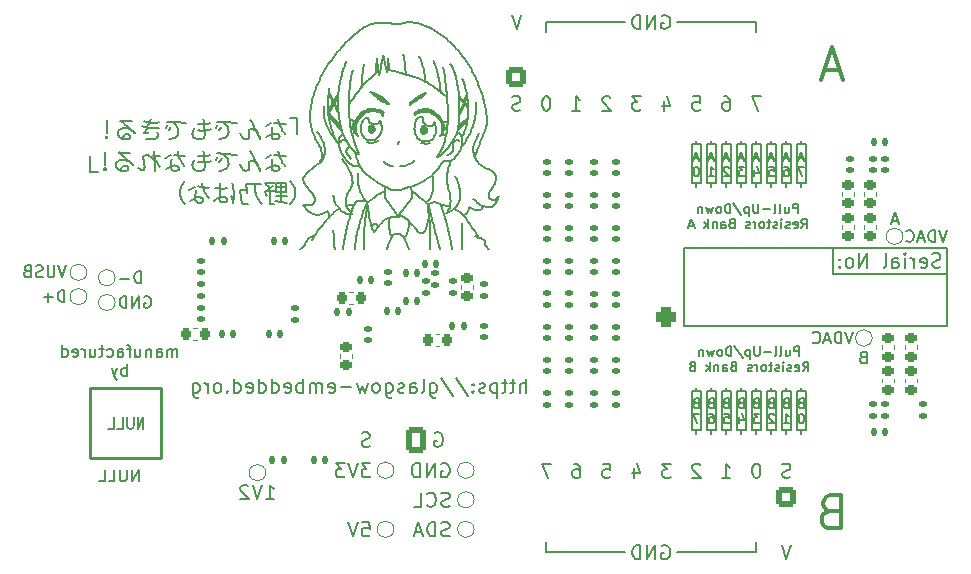
<source format=gbo>
G04 #@! TF.GenerationSoftware,KiCad,Pcbnew,7.0.7+dfsg-1*
G04 #@! TF.CreationDate,2023-10-06T03:56:53+00:00*
G04 #@! TF.ProjectId,glasgow,676c6173-676f-4772-9e6b-696361645f70,C3*
G04 #@! TF.SameCoordinates,Original*
G04 #@! TF.FileFunction,Legend,Bot*
G04 #@! TF.FilePolarity,Positive*
%FSLAX46Y46*%
G04 Gerber Fmt 4.6, Leading zero omitted, Abs format (unit mm)*
G04 Created by KiCad (PCBNEW 7.0.7+dfsg-1) date 2023-10-06 03:56:53*
%MOMM*%
%LPD*%
G01*
G04 APERTURE LIST*
G04 Aperture macros list*
%AMRoundRect*
0 Rectangle with rounded corners*
0 $1 Rounding radius*
0 $2 $3 $4 $5 $6 $7 $8 $9 X,Y pos of 4 corners*
0 Add a 4 corners polygon primitive as box body*
4,1,4,$2,$3,$4,$5,$6,$7,$8,$9,$2,$3,0*
0 Add four circle primitives for the rounded corners*
1,1,$1+$1,$2,$3*
1,1,$1+$1,$4,$5*
1,1,$1+$1,$6,$7*
1,1,$1+$1,$8,$9*
0 Add four rect primitives between the rounded corners*
20,1,$1+$1,$2,$3,$4,$5,0*
20,1,$1+$1,$4,$5,$6,$7,0*
20,1,$1+$1,$6,$7,$8,$9,0*
20,1,$1+$1,$8,$9,$2,$3,0*%
G04 Aperture macros list end*
%ADD10C,0.150000*%
%ADD11C,0.160000*%
%ADD12C,0.300000*%
%ADD13C,0.200000*%
%ADD14C,0.120000*%
%ADD15C,0.159000*%
%ADD16C,0.130000*%
%ADD17C,0.240000*%
%ADD18C,1.000000*%
%ADD19O,1.000000X1.000000*%
%ADD20RoundRect,0.425000X0.425000X0.425000X-0.425000X0.425000X-0.425000X-0.425000X0.425000X-0.425000X0*%
%ADD21O,1.700000X1.700000*%
%ADD22C,0.800000*%
%ADD23C,7.000000*%
%ADD24RoundRect,0.250000X0.600000X-0.600000X0.600000X0.600000X-0.600000X0.600000X-0.600000X-0.600000X0*%
%ADD25C,1.700000*%
%ADD26C,0.650000*%
%ADD27O,2.100000X1.000000*%
%ADD28O,1.600000X1.000000*%
%ADD29C,0.760000*%
%ADD30RoundRect,0.249999X0.620001X0.850001X-0.620001X0.850001X-0.620001X-0.850001X0.620001X-0.850001X0*%
%ADD31O,1.740000X2.200000*%
%ADD32RoundRect,0.250000X-0.600000X0.600000X-0.600000X-0.600000X0.600000X-0.600000X0.600000X0.600000X0*%
%ADD33C,1.200000*%
%ADD34C,1.500000*%
%ADD35RoundRect,0.147500X0.147500X0.172500X-0.147500X0.172500X-0.147500X-0.172500X0.147500X-0.172500X0*%
%ADD36RoundRect,0.147500X0.172500X-0.147500X0.172500X0.147500X-0.172500X0.147500X-0.172500X-0.147500X0*%
%ADD37RoundRect,0.147500X-0.172500X0.147500X-0.172500X-0.147500X0.172500X-0.147500X0.172500X0.147500X0*%
%ADD38RoundRect,0.147500X-0.147500X-0.172500X0.147500X-0.172500X0.147500X0.172500X-0.147500X0.172500X0*%
%ADD39RoundRect,0.218750X0.218750X0.256250X-0.218750X0.256250X-0.218750X-0.256250X0.218750X-0.256250X0*%
%ADD40RoundRect,0.218750X-0.218750X-0.256250X0.218750X-0.256250X0.218750X0.256250X-0.218750X0.256250X0*%
%ADD41RoundRect,0.218750X0.256250X-0.218750X0.256250X0.218750X-0.256250X0.218750X-0.256250X-0.218750X0*%
%ADD42RoundRect,0.218750X-0.256250X0.218750X-0.256250X-0.218750X0.256250X-0.218750X0.256250X0.218750X0*%
G04 APERTURE END LIST*
D10*
X95110000Y-117950000D02*
X101800000Y-117950000D01*
X112890000Y-117950000D02*
X106200000Y-117950000D01*
X112890000Y-117100000D02*
X112890000Y-117950000D01*
X95110000Y-117100000D02*
X95110000Y-117950000D01*
X95110000Y-73900000D02*
X95110000Y-73050000D01*
X112890000Y-73050000D02*
X106200000Y-73050000D01*
X112890000Y-73900000D02*
X112890000Y-73050000D01*
X95110000Y-73050000D02*
X101800000Y-73050000D01*
X115830000Y-107600000D02*
X115830000Y-104300000D01*
X115430000Y-107600000D02*
X115830000Y-107600000D01*
X115430000Y-107600000D02*
X115430000Y-107900000D01*
X115830000Y-104300000D02*
X115430000Y-104300000D01*
X115430000Y-104000000D02*
X115430000Y-104300000D01*
X115430000Y-104300000D02*
X115030000Y-104300000D01*
X115030000Y-107600000D02*
X115430000Y-107600000D01*
X115030000Y-104300000D02*
X115030000Y-107600000D01*
X114160000Y-107600000D02*
X114560000Y-107600000D01*
X113760000Y-107600000D02*
X114160000Y-107600000D01*
X114560000Y-107600000D02*
X114560000Y-104300000D01*
X114160000Y-104000000D02*
X114160000Y-104300000D01*
X114160000Y-104300000D02*
X113760000Y-104300000D01*
X113760000Y-104300000D02*
X113760000Y-107600000D01*
X114560000Y-104300000D02*
X114160000Y-104300000D01*
X114160000Y-107600000D02*
X114160000Y-107900000D01*
X112890000Y-104300000D02*
X112490000Y-104300000D01*
X112490000Y-104300000D02*
X112490000Y-107600000D01*
X113290000Y-104300000D02*
X112890000Y-104300000D01*
X113290000Y-107600000D02*
X113290000Y-104300000D01*
X112890000Y-104000000D02*
X112890000Y-104300000D01*
X112890000Y-107600000D02*
X113290000Y-107600000D01*
X112890000Y-107600000D02*
X112890000Y-107900000D01*
X112490000Y-107600000D02*
X112890000Y-107600000D01*
X111620000Y-107600000D02*
X112020000Y-107600000D01*
X111220000Y-104300000D02*
X111220000Y-107600000D01*
X112020000Y-107600000D02*
X112020000Y-104300000D01*
X111620000Y-104300000D02*
X111220000Y-104300000D01*
X111620000Y-104000000D02*
X111620000Y-104300000D01*
X112020000Y-104300000D02*
X111620000Y-104300000D01*
X111220000Y-107600000D02*
X111620000Y-107600000D01*
X111620000Y-107600000D02*
X111620000Y-107900000D01*
X110350000Y-104300000D02*
X109950000Y-104300000D01*
X109950000Y-107600000D02*
X110350000Y-107600000D01*
X109950000Y-104300000D02*
X109950000Y-107600000D01*
X110350000Y-107600000D02*
X110750000Y-107600000D01*
X110350000Y-107600000D02*
X110350000Y-107900000D01*
X110350000Y-104000000D02*
X110350000Y-104300000D01*
X110750000Y-107600000D02*
X110750000Y-104300000D01*
X110750000Y-104300000D02*
X110350000Y-104300000D01*
X109480000Y-107600000D02*
X109480000Y-104300000D01*
X109080000Y-107600000D02*
X109480000Y-107600000D01*
X109080000Y-107600000D02*
X109080000Y-107900000D01*
X109080000Y-104300000D02*
X108680000Y-104300000D01*
X108680000Y-104300000D02*
X108680000Y-107600000D01*
X109080000Y-104000000D02*
X109080000Y-104300000D01*
X108680000Y-107600000D02*
X109080000Y-107600000D01*
X109480000Y-104300000D02*
X109080000Y-104300000D01*
X107810000Y-104300000D02*
X107410000Y-104300000D01*
X108210000Y-107600000D02*
X108210000Y-104300000D01*
X107810000Y-107600000D02*
X107810000Y-107900000D01*
X107810000Y-107600000D02*
X108210000Y-107600000D01*
X107410000Y-107600000D02*
X107810000Y-107600000D01*
X107410000Y-104300000D02*
X107410000Y-107600000D01*
X108210000Y-104300000D02*
X107810000Y-104300000D01*
X107810000Y-104000000D02*
X107810000Y-104300000D01*
X109080000Y-83400000D02*
X108680000Y-83400000D01*
X111620000Y-83400000D02*
X111220000Y-83400000D01*
X112890000Y-86700000D02*
X113290000Y-86700000D01*
X115430000Y-86700000D02*
X115830000Y-86700000D01*
X115030000Y-86700000D02*
X115430000Y-86700000D01*
X109480000Y-86700000D02*
X109480000Y-83400000D01*
X114160000Y-83400000D02*
X113760000Y-83400000D01*
X111220000Y-86700000D02*
X111620000Y-86700000D01*
X117100000Y-86700000D02*
X117100000Y-83400000D01*
X110750000Y-86700000D02*
X110750000Y-83400000D01*
X110350000Y-86700000D02*
X110750000Y-86700000D01*
X115830000Y-86700000D02*
X115830000Y-83400000D01*
X112490000Y-83400000D02*
X112490000Y-86700000D01*
X113290000Y-86700000D02*
X113290000Y-83400000D01*
X113760000Y-83400000D02*
X113760000Y-86700000D01*
X110350000Y-86700000D02*
X110350000Y-87000000D01*
X115430000Y-83100000D02*
X115430000Y-83400000D01*
X107810000Y-83100000D02*
X107810000Y-83400000D01*
X116700000Y-86700000D02*
X117100000Y-86700000D01*
X116700000Y-86700000D02*
X116700000Y-87000000D01*
X112890000Y-83400000D02*
X112490000Y-83400000D01*
X117100000Y-83400000D02*
X116700000Y-83400000D01*
X109080000Y-86700000D02*
X109080000Y-87000000D01*
X114560000Y-83400000D02*
X114160000Y-83400000D01*
X116700000Y-83100000D02*
X116700000Y-83400000D01*
X109080000Y-86700000D02*
X109480000Y-86700000D01*
X108210000Y-83400000D02*
X107810000Y-83400000D01*
X112890000Y-83100000D02*
X112890000Y-83400000D01*
X110350000Y-83400000D02*
X109950000Y-83400000D01*
X108680000Y-86700000D02*
X109080000Y-86700000D01*
X108680000Y-83400000D02*
X108680000Y-86700000D01*
X107810000Y-83400000D02*
X107410000Y-83400000D01*
X111220000Y-83400000D02*
X111220000Y-86700000D01*
X109950000Y-83400000D02*
X109950000Y-86700000D01*
X114560000Y-86700000D02*
X114560000Y-83400000D01*
X114160000Y-83100000D02*
X114160000Y-83400000D01*
X110350000Y-83100000D02*
X110350000Y-83400000D01*
X109950000Y-86700000D02*
X110350000Y-86700000D01*
X109480000Y-83400000D02*
X109080000Y-83400000D01*
X114160000Y-86700000D02*
X114560000Y-86700000D01*
X109080000Y-83100000D02*
X109080000Y-83400000D01*
X115430000Y-83400000D02*
X115030000Y-83400000D01*
X107410000Y-86700000D02*
X107810000Y-86700000D01*
X113290000Y-83400000D02*
X112890000Y-83400000D01*
X107810000Y-86700000D02*
X108210000Y-86700000D01*
X111620000Y-86700000D02*
X112020000Y-86700000D01*
X111620000Y-86700000D02*
X111620000Y-87000000D01*
X116700000Y-83400000D02*
X116300000Y-83400000D01*
X115030000Y-83400000D02*
X115030000Y-86700000D01*
X114160000Y-86700000D02*
X114160000Y-87000000D01*
X110750000Y-83400000D02*
X110350000Y-83400000D01*
X111620000Y-83100000D02*
X111620000Y-83400000D01*
X113760000Y-86700000D02*
X114160000Y-86700000D01*
X115830000Y-83400000D02*
X115430000Y-83400000D01*
X115430000Y-86700000D02*
X115430000Y-87000000D01*
X112020000Y-86700000D02*
X112020000Y-83400000D01*
X107810000Y-86700000D02*
X107810000Y-87000000D01*
X112490000Y-86700000D02*
X112890000Y-86700000D01*
X112020000Y-83400000D02*
X111620000Y-83400000D01*
X107410000Y-83400000D02*
X107410000Y-86700000D01*
X108210000Y-86700000D02*
X108210000Y-83400000D01*
X116300000Y-86700000D02*
X116700000Y-86700000D01*
X116300000Y-83400000D02*
X116300000Y-86700000D01*
X112890000Y-86700000D02*
X112890000Y-87000000D01*
X129000000Y-92200000D02*
X129000000Y-94400000D01*
X106800000Y-98800000D02*
X106800000Y-92200000D01*
X106800000Y-92200000D02*
X129000000Y-92200000D01*
X129000000Y-94400000D02*
X129000000Y-98800000D01*
X129000000Y-98800000D02*
X106800000Y-98800000D01*
X119400000Y-94400000D02*
X119400000Y-92200000D01*
X129000000Y-94400000D02*
X119400000Y-94400000D01*
X116700000Y-104300000D02*
X116300000Y-104300000D01*
X117100000Y-107600000D02*
X117100000Y-104300000D01*
X116300000Y-104300000D02*
X116300000Y-107600000D01*
X116700000Y-107600000D02*
X117100000Y-107600000D01*
X116700000Y-107600000D02*
X116700000Y-107900000D01*
X116700000Y-104000000D02*
X116700000Y-104300000D01*
X116300000Y-107600000D02*
X116700000Y-107600000D01*
X117100000Y-104300000D02*
X116700000Y-104300000D01*
D11*
X79537594Y-115396822D02*
X80109022Y-115396822D01*
X80109022Y-115396822D02*
X80166165Y-115968251D01*
X80166165Y-115968251D02*
X80109022Y-115911108D01*
X80109022Y-115911108D02*
X79994737Y-115853965D01*
X79994737Y-115853965D02*
X79709022Y-115853965D01*
X79709022Y-115853965D02*
X79594737Y-115911108D01*
X79594737Y-115911108D02*
X79537594Y-115968251D01*
X79537594Y-115968251D02*
X79480451Y-116082537D01*
X79480451Y-116082537D02*
X79480451Y-116368251D01*
X79480451Y-116368251D02*
X79537594Y-116482537D01*
X79537594Y-116482537D02*
X79594737Y-116539680D01*
X79594737Y-116539680D02*
X79709022Y-116596822D01*
X79709022Y-116596822D02*
X79994737Y-116596822D01*
X79994737Y-116596822D02*
X80109022Y-116539680D01*
X80109022Y-116539680D02*
X80166165Y-116482537D01*
X79137594Y-115396822D02*
X78737594Y-116596822D01*
X78737594Y-116596822D02*
X78337594Y-115396822D01*
X86916165Y-114039680D02*
X86744737Y-114096822D01*
X86744737Y-114096822D02*
X86459022Y-114096822D01*
X86459022Y-114096822D02*
X86344737Y-114039680D01*
X86344737Y-114039680D02*
X86287594Y-113982537D01*
X86287594Y-113982537D02*
X86230451Y-113868251D01*
X86230451Y-113868251D02*
X86230451Y-113753965D01*
X86230451Y-113753965D02*
X86287594Y-113639680D01*
X86287594Y-113639680D02*
X86344737Y-113582537D01*
X86344737Y-113582537D02*
X86459022Y-113525394D01*
X86459022Y-113525394D02*
X86687594Y-113468251D01*
X86687594Y-113468251D02*
X86801879Y-113411108D01*
X86801879Y-113411108D02*
X86859022Y-113353965D01*
X86859022Y-113353965D02*
X86916165Y-113239680D01*
X86916165Y-113239680D02*
X86916165Y-113125394D01*
X86916165Y-113125394D02*
X86859022Y-113011108D01*
X86859022Y-113011108D02*
X86801879Y-112953965D01*
X86801879Y-112953965D02*
X86687594Y-112896822D01*
X86687594Y-112896822D02*
X86401879Y-112896822D01*
X86401879Y-112896822D02*
X86230451Y-112953965D01*
X85030451Y-113982537D02*
X85087594Y-114039680D01*
X85087594Y-114039680D02*
X85259022Y-114096822D01*
X85259022Y-114096822D02*
X85373308Y-114096822D01*
X85373308Y-114096822D02*
X85544737Y-114039680D01*
X85544737Y-114039680D02*
X85659022Y-113925394D01*
X85659022Y-113925394D02*
X85716165Y-113811108D01*
X85716165Y-113811108D02*
X85773308Y-113582537D01*
X85773308Y-113582537D02*
X85773308Y-113411108D01*
X85773308Y-113411108D02*
X85716165Y-113182537D01*
X85716165Y-113182537D02*
X85659022Y-113068251D01*
X85659022Y-113068251D02*
X85544737Y-112953965D01*
X85544737Y-112953965D02*
X85373308Y-112896822D01*
X85373308Y-112896822D02*
X85259022Y-112896822D01*
X85259022Y-112896822D02*
X85087594Y-112953965D01*
X85087594Y-112953965D02*
X85030451Y-113011108D01*
X83944737Y-114096822D02*
X84516165Y-114096822D01*
X84516165Y-114096822D02*
X84516165Y-112896822D01*
X86230451Y-110453965D02*
X86344737Y-110396822D01*
X86344737Y-110396822D02*
X86516165Y-110396822D01*
X86516165Y-110396822D02*
X86687594Y-110453965D01*
X86687594Y-110453965D02*
X86801879Y-110568251D01*
X86801879Y-110568251D02*
X86859022Y-110682537D01*
X86859022Y-110682537D02*
X86916165Y-110911108D01*
X86916165Y-110911108D02*
X86916165Y-111082537D01*
X86916165Y-111082537D02*
X86859022Y-111311108D01*
X86859022Y-111311108D02*
X86801879Y-111425394D01*
X86801879Y-111425394D02*
X86687594Y-111539680D01*
X86687594Y-111539680D02*
X86516165Y-111596822D01*
X86516165Y-111596822D02*
X86401879Y-111596822D01*
X86401879Y-111596822D02*
X86230451Y-111539680D01*
X86230451Y-111539680D02*
X86173308Y-111482537D01*
X86173308Y-111482537D02*
X86173308Y-111082537D01*
X86173308Y-111082537D02*
X86401879Y-111082537D01*
X85659022Y-111596822D02*
X85659022Y-110396822D01*
X85659022Y-110396822D02*
X84973308Y-111596822D01*
X84973308Y-111596822D02*
X84973308Y-110396822D01*
X84401879Y-111596822D02*
X84401879Y-110396822D01*
X84401879Y-110396822D02*
X84116165Y-110396822D01*
X84116165Y-110396822D02*
X83944736Y-110453965D01*
X83944736Y-110453965D02*
X83830451Y-110568251D01*
X83830451Y-110568251D02*
X83773308Y-110682537D01*
X83773308Y-110682537D02*
X83716165Y-110911108D01*
X83716165Y-110911108D02*
X83716165Y-111082537D01*
X83716165Y-111082537D02*
X83773308Y-111311108D01*
X83773308Y-111311108D02*
X83830451Y-111425394D01*
X83830451Y-111425394D02*
X83944736Y-111539680D01*
X83944736Y-111539680D02*
X84116165Y-111596822D01*
X84116165Y-111596822D02*
X84401879Y-111596822D01*
X115829999Y-117346822D02*
X115429999Y-118546822D01*
X115429999Y-118546822D02*
X115029999Y-117346822D01*
X104914285Y-117403965D02*
X105028571Y-117346822D01*
X105028571Y-117346822D02*
X105199999Y-117346822D01*
X105199999Y-117346822D02*
X105371428Y-117403965D01*
X105371428Y-117403965D02*
X105485713Y-117518251D01*
X105485713Y-117518251D02*
X105542856Y-117632537D01*
X105542856Y-117632537D02*
X105599999Y-117861108D01*
X105599999Y-117861108D02*
X105599999Y-118032537D01*
X105599999Y-118032537D02*
X105542856Y-118261108D01*
X105542856Y-118261108D02*
X105485713Y-118375394D01*
X105485713Y-118375394D02*
X105371428Y-118489680D01*
X105371428Y-118489680D02*
X105199999Y-118546822D01*
X105199999Y-118546822D02*
X105085713Y-118546822D01*
X105085713Y-118546822D02*
X104914285Y-118489680D01*
X104914285Y-118489680D02*
X104857142Y-118432537D01*
X104857142Y-118432537D02*
X104857142Y-118032537D01*
X104857142Y-118032537D02*
X105085713Y-118032537D01*
X104342856Y-118546822D02*
X104342856Y-117346822D01*
X104342856Y-117346822D02*
X103657142Y-118546822D01*
X103657142Y-118546822D02*
X103657142Y-117346822D01*
X103085713Y-118546822D02*
X103085713Y-117346822D01*
X103085713Y-117346822D02*
X102799999Y-117346822D01*
X102799999Y-117346822D02*
X102628570Y-117403965D01*
X102628570Y-117403965D02*
X102514285Y-117518251D01*
X102514285Y-117518251D02*
X102457142Y-117632537D01*
X102457142Y-117632537D02*
X102399999Y-117861108D01*
X102399999Y-117861108D02*
X102399999Y-118032537D01*
X102399999Y-118032537D02*
X102457142Y-118261108D01*
X102457142Y-118261108D02*
X102514285Y-118375394D01*
X102514285Y-118375394D02*
X102628570Y-118489680D01*
X102628570Y-118489680D02*
X102799999Y-118546822D01*
X102799999Y-118546822D02*
X103085713Y-118546822D01*
X108152856Y-110561108D02*
X108095713Y-110503965D01*
X108095713Y-110503965D02*
X107981428Y-110446822D01*
X107981428Y-110446822D02*
X107695713Y-110446822D01*
X107695713Y-110446822D02*
X107581428Y-110503965D01*
X107581428Y-110503965D02*
X107524285Y-110561108D01*
X107524285Y-110561108D02*
X107467142Y-110675394D01*
X107467142Y-110675394D02*
X107467142Y-110789680D01*
X107467142Y-110789680D02*
X107524285Y-110961108D01*
X107524285Y-110961108D02*
X108209999Y-111646822D01*
X108209999Y-111646822D02*
X107467142Y-111646822D01*
X115772856Y-111589680D02*
X115601428Y-111646822D01*
X115601428Y-111646822D02*
X115315713Y-111646822D01*
X115315713Y-111646822D02*
X115201428Y-111589680D01*
X115201428Y-111589680D02*
X115144285Y-111532537D01*
X115144285Y-111532537D02*
X115087142Y-111418251D01*
X115087142Y-111418251D02*
X115087142Y-111303965D01*
X115087142Y-111303965D02*
X115144285Y-111189680D01*
X115144285Y-111189680D02*
X115201428Y-111132537D01*
X115201428Y-111132537D02*
X115315713Y-111075394D01*
X115315713Y-111075394D02*
X115544285Y-111018251D01*
X115544285Y-111018251D02*
X115658570Y-110961108D01*
X115658570Y-110961108D02*
X115715713Y-110903965D01*
X115715713Y-110903965D02*
X115772856Y-110789680D01*
X115772856Y-110789680D02*
X115772856Y-110675394D01*
X115772856Y-110675394D02*
X115715713Y-110561108D01*
X115715713Y-110561108D02*
X115658570Y-110503965D01*
X115658570Y-110503965D02*
X115544285Y-110446822D01*
X115544285Y-110446822D02*
X115258570Y-110446822D01*
X115258570Y-110446822D02*
X115087142Y-110503965D01*
X99904285Y-110446822D02*
X100475713Y-110446822D01*
X100475713Y-110446822D02*
X100532856Y-111018251D01*
X100532856Y-111018251D02*
X100475713Y-110961108D01*
X100475713Y-110961108D02*
X100361428Y-110903965D01*
X100361428Y-110903965D02*
X100075713Y-110903965D01*
X100075713Y-110903965D02*
X99961428Y-110961108D01*
X99961428Y-110961108D02*
X99904285Y-111018251D01*
X99904285Y-111018251D02*
X99847142Y-111132537D01*
X99847142Y-111132537D02*
X99847142Y-111418251D01*
X99847142Y-111418251D02*
X99904285Y-111532537D01*
X99904285Y-111532537D02*
X99961428Y-111589680D01*
X99961428Y-111589680D02*
X100075713Y-111646822D01*
X100075713Y-111646822D02*
X100361428Y-111646822D01*
X100361428Y-111646822D02*
X100475713Y-111589680D01*
X100475713Y-111589680D02*
X100532856Y-111532537D01*
X112947142Y-110446822D02*
X112832856Y-110446822D01*
X112832856Y-110446822D02*
X112718570Y-110503965D01*
X112718570Y-110503965D02*
X112661428Y-110561108D01*
X112661428Y-110561108D02*
X112604285Y-110675394D01*
X112604285Y-110675394D02*
X112547142Y-110903965D01*
X112547142Y-110903965D02*
X112547142Y-111189680D01*
X112547142Y-111189680D02*
X112604285Y-111418251D01*
X112604285Y-111418251D02*
X112661428Y-111532537D01*
X112661428Y-111532537D02*
X112718570Y-111589680D01*
X112718570Y-111589680D02*
X112832856Y-111646822D01*
X112832856Y-111646822D02*
X112947142Y-111646822D01*
X112947142Y-111646822D02*
X113061428Y-111589680D01*
X113061428Y-111589680D02*
X113118570Y-111532537D01*
X113118570Y-111532537D02*
X113175713Y-111418251D01*
X113175713Y-111418251D02*
X113232856Y-111189680D01*
X113232856Y-111189680D02*
X113232856Y-110903965D01*
X113232856Y-110903965D02*
X113175713Y-110675394D01*
X113175713Y-110675394D02*
X113118570Y-110561108D01*
X113118570Y-110561108D02*
X113061428Y-110503965D01*
X113061428Y-110503965D02*
X112947142Y-110446822D01*
X110007142Y-111646822D02*
X110692856Y-111646822D01*
X110349999Y-111646822D02*
X110349999Y-110446822D01*
X110349999Y-110446822D02*
X110464285Y-110618251D01*
X110464285Y-110618251D02*
X110578570Y-110732537D01*
X110578570Y-110732537D02*
X110692856Y-110789680D01*
D12*
X119966666Y-77129733D02*
X118633333Y-77129733D01*
X120233333Y-77929733D02*
X119300000Y-75129733D01*
X119300000Y-75129733D02*
X118366666Y-77929733D01*
D11*
X92999999Y-72446822D02*
X92599999Y-73646822D01*
X92599999Y-73646822D02*
X92199999Y-72446822D01*
D12*
X119100000Y-114463066D02*
X118700000Y-114596400D01*
X118700000Y-114596400D02*
X118566666Y-114729733D01*
X118566666Y-114729733D02*
X118433333Y-114996400D01*
X118433333Y-114996400D02*
X118433333Y-115396400D01*
X118433333Y-115396400D02*
X118566666Y-115663066D01*
X118566666Y-115663066D02*
X118700000Y-115796400D01*
X118700000Y-115796400D02*
X118966666Y-115929733D01*
X118966666Y-115929733D02*
X120033333Y-115929733D01*
X120033333Y-115929733D02*
X120033333Y-113129733D01*
X120033333Y-113129733D02*
X119100000Y-113129733D01*
X119100000Y-113129733D02*
X118833333Y-113263066D01*
X118833333Y-113263066D02*
X118700000Y-113396400D01*
X118700000Y-113396400D02*
X118566666Y-113663066D01*
X118566666Y-113663066D02*
X118566666Y-113929733D01*
X118566666Y-113929733D02*
X118700000Y-114196400D01*
X118700000Y-114196400D02*
X118833333Y-114329733D01*
X118833333Y-114329733D02*
X119100000Y-114463066D01*
X119100000Y-114463066D02*
X120033333Y-114463066D01*
D11*
X95509999Y-110446822D02*
X94709999Y-110446822D01*
X94709999Y-110446822D02*
X95224285Y-111646822D01*
X97421428Y-110446822D02*
X97649999Y-110446822D01*
X97649999Y-110446822D02*
X97764285Y-110503965D01*
X97764285Y-110503965D02*
X97821428Y-110561108D01*
X97821428Y-110561108D02*
X97935713Y-110732537D01*
X97935713Y-110732537D02*
X97992856Y-110961108D01*
X97992856Y-110961108D02*
X97992856Y-111418251D01*
X97992856Y-111418251D02*
X97935713Y-111532537D01*
X97935713Y-111532537D02*
X97878570Y-111589680D01*
X97878570Y-111589680D02*
X97764285Y-111646822D01*
X97764285Y-111646822D02*
X97535713Y-111646822D01*
X97535713Y-111646822D02*
X97421428Y-111589680D01*
X97421428Y-111589680D02*
X97364285Y-111532537D01*
X97364285Y-111532537D02*
X97307142Y-111418251D01*
X97307142Y-111418251D02*
X97307142Y-111132537D01*
X97307142Y-111132537D02*
X97364285Y-111018251D01*
X97364285Y-111018251D02*
X97421428Y-110961108D01*
X97421428Y-110961108D02*
X97535713Y-110903965D01*
X97535713Y-110903965D02*
X97764285Y-110903965D01*
X97764285Y-110903965D02*
X97878570Y-110961108D01*
X97878570Y-110961108D02*
X97935713Y-111018251D01*
X97935713Y-111018251D02*
X97992856Y-111132537D01*
X104914285Y-72503965D02*
X105028571Y-72446822D01*
X105028571Y-72446822D02*
X105199999Y-72446822D01*
X105199999Y-72446822D02*
X105371428Y-72503965D01*
X105371428Y-72503965D02*
X105485713Y-72618251D01*
X105485713Y-72618251D02*
X105542856Y-72732537D01*
X105542856Y-72732537D02*
X105599999Y-72961108D01*
X105599999Y-72961108D02*
X105599999Y-73132537D01*
X105599999Y-73132537D02*
X105542856Y-73361108D01*
X105542856Y-73361108D02*
X105485713Y-73475394D01*
X105485713Y-73475394D02*
X105371428Y-73589680D01*
X105371428Y-73589680D02*
X105199999Y-73646822D01*
X105199999Y-73646822D02*
X105085713Y-73646822D01*
X105085713Y-73646822D02*
X104914285Y-73589680D01*
X104914285Y-73589680D02*
X104857142Y-73532537D01*
X104857142Y-73532537D02*
X104857142Y-73132537D01*
X104857142Y-73132537D02*
X105085713Y-73132537D01*
X104342856Y-73646822D02*
X104342856Y-72446822D01*
X104342856Y-72446822D02*
X103657142Y-73646822D01*
X103657142Y-73646822D02*
X103657142Y-72446822D01*
X103085713Y-73646822D02*
X103085713Y-72446822D01*
X103085713Y-72446822D02*
X102799999Y-72446822D01*
X102799999Y-72446822D02*
X102628570Y-72503965D01*
X102628570Y-72503965D02*
X102514285Y-72618251D01*
X102514285Y-72618251D02*
X102457142Y-72732537D01*
X102457142Y-72732537D02*
X102399999Y-72961108D01*
X102399999Y-72961108D02*
X102399999Y-73132537D01*
X102399999Y-73132537D02*
X102457142Y-73361108D01*
X102457142Y-73361108D02*
X102514285Y-73475394D01*
X102514285Y-73475394D02*
X102628570Y-73589680D01*
X102628570Y-73589680D02*
X102799999Y-73646822D01*
X102799999Y-73646822D02*
X103085713Y-73646822D01*
X92912856Y-80489680D02*
X92741428Y-80546822D01*
X92741428Y-80546822D02*
X92455713Y-80546822D01*
X92455713Y-80546822D02*
X92341428Y-80489680D01*
X92341428Y-80489680D02*
X92284285Y-80432537D01*
X92284285Y-80432537D02*
X92227142Y-80318251D01*
X92227142Y-80318251D02*
X92227142Y-80203965D01*
X92227142Y-80203965D02*
X92284285Y-80089680D01*
X92284285Y-80089680D02*
X92341428Y-80032537D01*
X92341428Y-80032537D02*
X92455713Y-79975394D01*
X92455713Y-79975394D02*
X92684285Y-79918251D01*
X92684285Y-79918251D02*
X92798570Y-79861108D01*
X92798570Y-79861108D02*
X92855713Y-79803965D01*
X92855713Y-79803965D02*
X92912856Y-79689680D01*
X92912856Y-79689680D02*
X92912856Y-79575394D01*
X92912856Y-79575394D02*
X92855713Y-79461108D01*
X92855713Y-79461108D02*
X92798570Y-79403965D01*
X92798570Y-79403965D02*
X92684285Y-79346822D01*
X92684285Y-79346822D02*
X92398570Y-79346822D01*
X92398570Y-79346822D02*
X92227142Y-79403965D01*
X110121428Y-79346822D02*
X110349999Y-79346822D01*
X110349999Y-79346822D02*
X110464285Y-79403965D01*
X110464285Y-79403965D02*
X110521428Y-79461108D01*
X110521428Y-79461108D02*
X110635713Y-79632537D01*
X110635713Y-79632537D02*
X110692856Y-79861108D01*
X110692856Y-79861108D02*
X110692856Y-80318251D01*
X110692856Y-80318251D02*
X110635713Y-80432537D01*
X110635713Y-80432537D02*
X110578570Y-80489680D01*
X110578570Y-80489680D02*
X110464285Y-80546822D01*
X110464285Y-80546822D02*
X110235713Y-80546822D01*
X110235713Y-80546822D02*
X110121428Y-80489680D01*
X110121428Y-80489680D02*
X110064285Y-80432537D01*
X110064285Y-80432537D02*
X110007142Y-80318251D01*
X110007142Y-80318251D02*
X110007142Y-80032537D01*
X110007142Y-80032537D02*
X110064285Y-79918251D01*
X110064285Y-79918251D02*
X110121428Y-79861108D01*
X110121428Y-79861108D02*
X110235713Y-79803965D01*
X110235713Y-79803965D02*
X110464285Y-79803965D01*
X110464285Y-79803965D02*
X110578570Y-79861108D01*
X110578570Y-79861108D02*
X110635713Y-79918251D01*
X110635713Y-79918251D02*
X110692856Y-80032537D01*
X113289999Y-79346822D02*
X112489999Y-79346822D01*
X112489999Y-79346822D02*
X113004285Y-80546822D01*
X107524285Y-79346822D02*
X108095713Y-79346822D01*
X108095713Y-79346822D02*
X108152856Y-79918251D01*
X108152856Y-79918251D02*
X108095713Y-79861108D01*
X108095713Y-79861108D02*
X107981428Y-79803965D01*
X107981428Y-79803965D02*
X107695713Y-79803965D01*
X107695713Y-79803965D02*
X107581428Y-79861108D01*
X107581428Y-79861108D02*
X107524285Y-79918251D01*
X107524285Y-79918251D02*
X107467142Y-80032537D01*
X107467142Y-80032537D02*
X107467142Y-80318251D01*
X107467142Y-80318251D02*
X107524285Y-80432537D01*
X107524285Y-80432537D02*
X107581428Y-80489680D01*
X107581428Y-80489680D02*
X107695713Y-80546822D01*
X107695713Y-80546822D02*
X107981428Y-80546822D01*
X107981428Y-80546822D02*
X108095713Y-80489680D01*
X108095713Y-80489680D02*
X108152856Y-80432537D01*
X105041428Y-79746822D02*
X105041428Y-80546822D01*
X105327142Y-79289680D02*
X105612856Y-80146822D01*
X105612856Y-80146822D02*
X104869999Y-80146822D01*
X95167142Y-79346822D02*
X95052856Y-79346822D01*
X95052856Y-79346822D02*
X94938570Y-79403965D01*
X94938570Y-79403965D02*
X94881428Y-79461108D01*
X94881428Y-79461108D02*
X94824285Y-79575394D01*
X94824285Y-79575394D02*
X94767142Y-79803965D01*
X94767142Y-79803965D02*
X94767142Y-80089680D01*
X94767142Y-80089680D02*
X94824285Y-80318251D01*
X94824285Y-80318251D02*
X94881428Y-80432537D01*
X94881428Y-80432537D02*
X94938570Y-80489680D01*
X94938570Y-80489680D02*
X95052856Y-80546822D01*
X95052856Y-80546822D02*
X95167142Y-80546822D01*
X95167142Y-80546822D02*
X95281428Y-80489680D01*
X95281428Y-80489680D02*
X95338570Y-80432537D01*
X95338570Y-80432537D02*
X95395713Y-80318251D01*
X95395713Y-80318251D02*
X95452856Y-80089680D01*
X95452856Y-80089680D02*
X95452856Y-79803965D01*
X95452856Y-79803965D02*
X95395713Y-79575394D01*
X95395713Y-79575394D02*
X95338570Y-79461108D01*
X95338570Y-79461108D02*
X95281428Y-79403965D01*
X95281428Y-79403965D02*
X95167142Y-79346822D01*
X97307142Y-80546822D02*
X97992856Y-80546822D01*
X97649999Y-80546822D02*
X97649999Y-79346822D01*
X97649999Y-79346822D02*
X97764285Y-79518251D01*
X97764285Y-79518251D02*
X97878570Y-79632537D01*
X97878570Y-79632537D02*
X97992856Y-79689680D01*
X100532856Y-79461108D02*
X100475713Y-79403965D01*
X100475713Y-79403965D02*
X100361428Y-79346822D01*
X100361428Y-79346822D02*
X100075713Y-79346822D01*
X100075713Y-79346822D02*
X99961428Y-79403965D01*
X99961428Y-79403965D02*
X99904285Y-79461108D01*
X99904285Y-79461108D02*
X99847142Y-79575394D01*
X99847142Y-79575394D02*
X99847142Y-79689680D01*
X99847142Y-79689680D02*
X99904285Y-79861108D01*
X99904285Y-79861108D02*
X100589999Y-80546822D01*
X100589999Y-80546822D02*
X99847142Y-80546822D01*
X103129999Y-79346822D02*
X102387142Y-79346822D01*
X102387142Y-79346822D02*
X102787142Y-79803965D01*
X102787142Y-79803965D02*
X102615713Y-79803965D01*
X102615713Y-79803965D02*
X102501428Y-79861108D01*
X102501428Y-79861108D02*
X102444285Y-79918251D01*
X102444285Y-79918251D02*
X102387142Y-80032537D01*
X102387142Y-80032537D02*
X102387142Y-80318251D01*
X102387142Y-80318251D02*
X102444285Y-80432537D01*
X102444285Y-80432537D02*
X102501428Y-80489680D01*
X102501428Y-80489680D02*
X102615713Y-80546822D01*
X102615713Y-80546822D02*
X102958570Y-80546822D01*
X102958570Y-80546822D02*
X103072856Y-80489680D01*
X103072856Y-80489680D02*
X103129999Y-80432537D01*
X102501428Y-110846822D02*
X102501428Y-111646822D01*
X102787142Y-110389680D02*
X103072856Y-111246822D01*
X103072856Y-111246822D02*
X102329999Y-111246822D01*
X105669999Y-110446822D02*
X104927142Y-110446822D01*
X104927142Y-110446822D02*
X105327142Y-110903965D01*
X105327142Y-110903965D02*
X105155713Y-110903965D01*
X105155713Y-110903965D02*
X105041428Y-110961108D01*
X105041428Y-110961108D02*
X104984285Y-111018251D01*
X104984285Y-111018251D02*
X104927142Y-111132537D01*
X104927142Y-111132537D02*
X104927142Y-111418251D01*
X104927142Y-111418251D02*
X104984285Y-111532537D01*
X104984285Y-111532537D02*
X105041428Y-111589680D01*
X105041428Y-111589680D02*
X105155713Y-111646822D01*
X105155713Y-111646822D02*
X105498570Y-111646822D01*
X105498570Y-111646822D02*
X105612856Y-111589680D01*
X105612856Y-111589680D02*
X105669999Y-111532537D01*
X71380451Y-113446822D02*
X72066165Y-113446822D01*
X71723308Y-113446822D02*
X71723308Y-112246822D01*
X71723308Y-112246822D02*
X71837594Y-112418251D01*
X71837594Y-112418251D02*
X71951879Y-112532537D01*
X71951879Y-112532537D02*
X72066165Y-112589680D01*
X71037594Y-112246822D02*
X70637594Y-113446822D01*
X70637594Y-113446822D02*
X70237594Y-112246822D01*
X69894737Y-112361108D02*
X69837594Y-112303965D01*
X69837594Y-112303965D02*
X69723309Y-112246822D01*
X69723309Y-112246822D02*
X69437594Y-112246822D01*
X69437594Y-112246822D02*
X69323309Y-112303965D01*
X69323309Y-112303965D02*
X69266166Y-112361108D01*
X69266166Y-112361108D02*
X69209023Y-112475394D01*
X69209023Y-112475394D02*
X69209023Y-112589680D01*
X69209023Y-112589680D02*
X69266166Y-112761108D01*
X69266166Y-112761108D02*
X69951880Y-113446822D01*
X69951880Y-113446822D02*
X69209023Y-113446822D01*
X54467167Y-93654299D02*
X54133834Y-94654299D01*
X54133834Y-94654299D02*
X53800501Y-93654299D01*
X53467167Y-93654299D02*
X53467167Y-94463822D01*
X53467167Y-94463822D02*
X53419548Y-94559060D01*
X53419548Y-94559060D02*
X53371929Y-94606680D01*
X53371929Y-94606680D02*
X53276691Y-94654299D01*
X53276691Y-94654299D02*
X53086215Y-94654299D01*
X53086215Y-94654299D02*
X52990977Y-94606680D01*
X52990977Y-94606680D02*
X52943358Y-94559060D01*
X52943358Y-94559060D02*
X52895739Y-94463822D01*
X52895739Y-94463822D02*
X52895739Y-93654299D01*
X52467167Y-94606680D02*
X52324310Y-94654299D01*
X52324310Y-94654299D02*
X52086215Y-94654299D01*
X52086215Y-94654299D02*
X51990977Y-94606680D01*
X51990977Y-94606680D02*
X51943358Y-94559060D01*
X51943358Y-94559060D02*
X51895739Y-94463822D01*
X51895739Y-94463822D02*
X51895739Y-94368584D01*
X51895739Y-94368584D02*
X51943358Y-94273346D01*
X51943358Y-94273346D02*
X51990977Y-94225727D01*
X51990977Y-94225727D02*
X52086215Y-94178108D01*
X52086215Y-94178108D02*
X52276691Y-94130489D01*
X52276691Y-94130489D02*
X52371929Y-94082870D01*
X52371929Y-94082870D02*
X52419548Y-94035251D01*
X52419548Y-94035251D02*
X52467167Y-93940013D01*
X52467167Y-93940013D02*
X52467167Y-93844775D01*
X52467167Y-93844775D02*
X52419548Y-93749537D01*
X52419548Y-93749537D02*
X52371929Y-93701918D01*
X52371929Y-93701918D02*
X52276691Y-93654299D01*
X52276691Y-93654299D02*
X52038596Y-93654299D01*
X52038596Y-93654299D02*
X51895739Y-93701918D01*
X51133834Y-94130489D02*
X50990977Y-94178108D01*
X50990977Y-94178108D02*
X50943358Y-94225727D01*
X50943358Y-94225727D02*
X50895739Y-94320965D01*
X50895739Y-94320965D02*
X50895739Y-94463822D01*
X50895739Y-94463822D02*
X50943358Y-94559060D01*
X50943358Y-94559060D02*
X50990977Y-94606680D01*
X50990977Y-94606680D02*
X51086215Y-94654299D01*
X51086215Y-94654299D02*
X51467167Y-94654299D01*
X51467167Y-94654299D02*
X51467167Y-93654299D01*
X51467167Y-93654299D02*
X51133834Y-93654299D01*
X51133834Y-93654299D02*
X51038596Y-93701918D01*
X51038596Y-93701918D02*
X50990977Y-93749537D01*
X50990977Y-93749537D02*
X50943358Y-93844775D01*
X50943358Y-93844775D02*
X50943358Y-93940013D01*
X50943358Y-93940013D02*
X50990977Y-94035251D01*
X50990977Y-94035251D02*
X51038596Y-94082870D01*
X51038596Y-94082870D02*
X51133834Y-94130489D01*
X51133834Y-94130489D02*
X51467167Y-94130489D01*
X60805262Y-95154299D02*
X60805262Y-94154299D01*
X60805262Y-94154299D02*
X60567167Y-94154299D01*
X60567167Y-94154299D02*
X60424310Y-94201918D01*
X60424310Y-94201918D02*
X60329072Y-94297156D01*
X60329072Y-94297156D02*
X60281453Y-94392394D01*
X60281453Y-94392394D02*
X60233834Y-94582870D01*
X60233834Y-94582870D02*
X60233834Y-94725727D01*
X60233834Y-94725727D02*
X60281453Y-94916203D01*
X60281453Y-94916203D02*
X60329072Y-95011441D01*
X60329072Y-95011441D02*
X60424310Y-95106680D01*
X60424310Y-95106680D02*
X60567167Y-95154299D01*
X60567167Y-95154299D02*
X60805262Y-95154299D01*
X59805262Y-94773346D02*
X59043358Y-94773346D01*
X54305262Y-96754299D02*
X54305262Y-95754299D01*
X54305262Y-95754299D02*
X54067167Y-95754299D01*
X54067167Y-95754299D02*
X53924310Y-95801918D01*
X53924310Y-95801918D02*
X53829072Y-95897156D01*
X53829072Y-95897156D02*
X53781453Y-95992394D01*
X53781453Y-95992394D02*
X53733834Y-96182870D01*
X53733834Y-96182870D02*
X53733834Y-96325727D01*
X53733834Y-96325727D02*
X53781453Y-96516203D01*
X53781453Y-96516203D02*
X53829072Y-96611441D01*
X53829072Y-96611441D02*
X53924310Y-96706680D01*
X53924310Y-96706680D02*
X54067167Y-96754299D01*
X54067167Y-96754299D02*
X54305262Y-96754299D01*
X53305262Y-96373346D02*
X52543358Y-96373346D01*
X52924310Y-96754299D02*
X52924310Y-95992394D01*
X61090977Y-96301918D02*
X61186215Y-96254299D01*
X61186215Y-96254299D02*
X61329072Y-96254299D01*
X61329072Y-96254299D02*
X61471929Y-96301918D01*
X61471929Y-96301918D02*
X61567167Y-96397156D01*
X61567167Y-96397156D02*
X61614786Y-96492394D01*
X61614786Y-96492394D02*
X61662405Y-96682870D01*
X61662405Y-96682870D02*
X61662405Y-96825727D01*
X61662405Y-96825727D02*
X61614786Y-97016203D01*
X61614786Y-97016203D02*
X61567167Y-97111441D01*
X61567167Y-97111441D02*
X61471929Y-97206680D01*
X61471929Y-97206680D02*
X61329072Y-97254299D01*
X61329072Y-97254299D02*
X61233834Y-97254299D01*
X61233834Y-97254299D02*
X61090977Y-97206680D01*
X61090977Y-97206680D02*
X61043358Y-97159060D01*
X61043358Y-97159060D02*
X61043358Y-96825727D01*
X61043358Y-96825727D02*
X61233834Y-96825727D01*
X60614786Y-97254299D02*
X60614786Y-96254299D01*
X60614786Y-96254299D02*
X60043358Y-97254299D01*
X60043358Y-97254299D02*
X60043358Y-96254299D01*
X59567167Y-97254299D02*
X59567167Y-96254299D01*
X59567167Y-96254299D02*
X59329072Y-96254299D01*
X59329072Y-96254299D02*
X59186215Y-96301918D01*
X59186215Y-96301918D02*
X59090977Y-96397156D01*
X59090977Y-96397156D02*
X59043358Y-96492394D01*
X59043358Y-96492394D02*
X58995739Y-96682870D01*
X58995739Y-96682870D02*
X58995739Y-96825727D01*
X58995739Y-96825727D02*
X59043358Y-97016203D01*
X59043358Y-97016203D02*
X59090977Y-97111441D01*
X59090977Y-97111441D02*
X59186215Y-97206680D01*
X59186215Y-97206680D02*
X59329072Y-97254299D01*
X59329072Y-97254299D02*
X59567167Y-97254299D01*
X80223308Y-110396822D02*
X79480451Y-110396822D01*
X79480451Y-110396822D02*
X79880451Y-110853965D01*
X79880451Y-110853965D02*
X79709022Y-110853965D01*
X79709022Y-110853965D02*
X79594737Y-110911108D01*
X79594737Y-110911108D02*
X79537594Y-110968251D01*
X79537594Y-110968251D02*
X79480451Y-111082537D01*
X79480451Y-111082537D02*
X79480451Y-111368251D01*
X79480451Y-111368251D02*
X79537594Y-111482537D01*
X79537594Y-111482537D02*
X79594737Y-111539680D01*
X79594737Y-111539680D02*
X79709022Y-111596822D01*
X79709022Y-111596822D02*
X80051879Y-111596822D01*
X80051879Y-111596822D02*
X80166165Y-111539680D01*
X80166165Y-111539680D02*
X80223308Y-111482537D01*
X79137594Y-110396822D02*
X78737594Y-111596822D01*
X78737594Y-111596822D02*
X78337594Y-110396822D01*
X78051880Y-110396822D02*
X77309023Y-110396822D01*
X77309023Y-110396822D02*
X77709023Y-110853965D01*
X77709023Y-110853965D02*
X77537594Y-110853965D01*
X77537594Y-110853965D02*
X77423309Y-110911108D01*
X77423309Y-110911108D02*
X77366166Y-110968251D01*
X77366166Y-110968251D02*
X77309023Y-111082537D01*
X77309023Y-111082537D02*
X77309023Y-111368251D01*
X77309023Y-111368251D02*
X77366166Y-111482537D01*
X77366166Y-111482537D02*
X77423309Y-111539680D01*
X77423309Y-111539680D02*
X77537594Y-111596822D01*
X77537594Y-111596822D02*
X77880451Y-111596822D01*
X77880451Y-111596822D02*
X77994737Y-111539680D01*
X77994737Y-111539680D02*
X78051880Y-111482537D01*
X85690977Y-107853965D02*
X85805263Y-107796822D01*
X85805263Y-107796822D02*
X85976691Y-107796822D01*
X85976691Y-107796822D02*
X86148120Y-107853965D01*
X86148120Y-107853965D02*
X86262405Y-107968251D01*
X86262405Y-107968251D02*
X86319548Y-108082537D01*
X86319548Y-108082537D02*
X86376691Y-108311108D01*
X86376691Y-108311108D02*
X86376691Y-108482537D01*
X86376691Y-108482537D02*
X86319548Y-108711108D01*
X86319548Y-108711108D02*
X86262405Y-108825394D01*
X86262405Y-108825394D02*
X86148120Y-108939680D01*
X86148120Y-108939680D02*
X85976691Y-108996822D01*
X85976691Y-108996822D02*
X85862405Y-108996822D01*
X85862405Y-108996822D02*
X85690977Y-108939680D01*
X85690977Y-108939680D02*
X85633834Y-108882537D01*
X85633834Y-108882537D02*
X85633834Y-108482537D01*
X85633834Y-108482537D02*
X85862405Y-108482537D01*
X129024310Y-90654299D02*
X128690977Y-91654299D01*
X128690977Y-91654299D02*
X128357644Y-90654299D01*
X128024310Y-91654299D02*
X128024310Y-90654299D01*
X128024310Y-90654299D02*
X127786215Y-90654299D01*
X127786215Y-90654299D02*
X127643358Y-90701918D01*
X127643358Y-90701918D02*
X127548120Y-90797156D01*
X127548120Y-90797156D02*
X127500501Y-90892394D01*
X127500501Y-90892394D02*
X127452882Y-91082870D01*
X127452882Y-91082870D02*
X127452882Y-91225727D01*
X127452882Y-91225727D02*
X127500501Y-91416203D01*
X127500501Y-91416203D02*
X127548120Y-91511441D01*
X127548120Y-91511441D02*
X127643358Y-91606680D01*
X127643358Y-91606680D02*
X127786215Y-91654299D01*
X127786215Y-91654299D02*
X128024310Y-91654299D01*
X127071929Y-91368584D02*
X126595739Y-91368584D01*
X127167167Y-91654299D02*
X126833834Y-90654299D01*
X126833834Y-90654299D02*
X126500501Y-91654299D01*
X125595739Y-91559060D02*
X125643358Y-91606680D01*
X125643358Y-91606680D02*
X125786215Y-91654299D01*
X125786215Y-91654299D02*
X125881453Y-91654299D01*
X125881453Y-91654299D02*
X126024310Y-91606680D01*
X126024310Y-91606680D02*
X126119548Y-91511441D01*
X126119548Y-91511441D02*
X126167167Y-91416203D01*
X126167167Y-91416203D02*
X126214786Y-91225727D01*
X126214786Y-91225727D02*
X126214786Y-91082870D01*
X126214786Y-91082870D02*
X126167167Y-90892394D01*
X126167167Y-90892394D02*
X126119548Y-90797156D01*
X126119548Y-90797156D02*
X126024310Y-90701918D01*
X126024310Y-90701918D02*
X125881453Y-90654299D01*
X125881453Y-90654299D02*
X125786215Y-90654299D01*
X125786215Y-90654299D02*
X125643358Y-90701918D01*
X125643358Y-90701918D02*
X125595739Y-90749537D01*
X121099498Y-99254299D02*
X120766165Y-100254299D01*
X120766165Y-100254299D02*
X120432832Y-99254299D01*
X120099498Y-100254299D02*
X120099498Y-99254299D01*
X120099498Y-99254299D02*
X119861403Y-99254299D01*
X119861403Y-99254299D02*
X119718546Y-99301918D01*
X119718546Y-99301918D02*
X119623308Y-99397156D01*
X119623308Y-99397156D02*
X119575689Y-99492394D01*
X119575689Y-99492394D02*
X119528070Y-99682870D01*
X119528070Y-99682870D02*
X119528070Y-99825727D01*
X119528070Y-99825727D02*
X119575689Y-100016203D01*
X119575689Y-100016203D02*
X119623308Y-100111441D01*
X119623308Y-100111441D02*
X119718546Y-100206680D01*
X119718546Y-100206680D02*
X119861403Y-100254299D01*
X119861403Y-100254299D02*
X120099498Y-100254299D01*
X119147117Y-99968584D02*
X118670927Y-99968584D01*
X119242355Y-100254299D02*
X118909022Y-99254299D01*
X118909022Y-99254299D02*
X118575689Y-100254299D01*
X117670927Y-100159060D02*
X117718546Y-100206680D01*
X117718546Y-100206680D02*
X117861403Y-100254299D01*
X117861403Y-100254299D02*
X117956641Y-100254299D01*
X117956641Y-100254299D02*
X118099498Y-100206680D01*
X118099498Y-100206680D02*
X118194736Y-100111441D01*
X118194736Y-100111441D02*
X118242355Y-100016203D01*
X118242355Y-100016203D02*
X118289974Y-99825727D01*
X118289974Y-99825727D02*
X118289974Y-99682870D01*
X118289974Y-99682870D02*
X118242355Y-99492394D01*
X118242355Y-99492394D02*
X118194736Y-99397156D01*
X118194736Y-99397156D02*
X118099498Y-99301918D01*
X118099498Y-99301918D02*
X117956641Y-99254299D01*
X117956641Y-99254299D02*
X117861403Y-99254299D01*
X117861403Y-99254299D02*
X117718546Y-99301918D01*
X117718546Y-99301918D02*
X117670927Y-99349537D01*
X86916165Y-116539680D02*
X86744737Y-116596822D01*
X86744737Y-116596822D02*
X86459022Y-116596822D01*
X86459022Y-116596822D02*
X86344737Y-116539680D01*
X86344737Y-116539680D02*
X86287594Y-116482537D01*
X86287594Y-116482537D02*
X86230451Y-116368251D01*
X86230451Y-116368251D02*
X86230451Y-116253965D01*
X86230451Y-116253965D02*
X86287594Y-116139680D01*
X86287594Y-116139680D02*
X86344737Y-116082537D01*
X86344737Y-116082537D02*
X86459022Y-116025394D01*
X86459022Y-116025394D02*
X86687594Y-115968251D01*
X86687594Y-115968251D02*
X86801879Y-115911108D01*
X86801879Y-115911108D02*
X86859022Y-115853965D01*
X86859022Y-115853965D02*
X86916165Y-115739680D01*
X86916165Y-115739680D02*
X86916165Y-115625394D01*
X86916165Y-115625394D02*
X86859022Y-115511108D01*
X86859022Y-115511108D02*
X86801879Y-115453965D01*
X86801879Y-115453965D02*
X86687594Y-115396822D01*
X86687594Y-115396822D02*
X86401879Y-115396822D01*
X86401879Y-115396822D02*
X86230451Y-115453965D01*
X85716165Y-116596822D02*
X85716165Y-115396822D01*
X85716165Y-115396822D02*
X85430451Y-115396822D01*
X85430451Y-115396822D02*
X85259022Y-115453965D01*
X85259022Y-115453965D02*
X85144737Y-115568251D01*
X85144737Y-115568251D02*
X85087594Y-115682537D01*
X85087594Y-115682537D02*
X85030451Y-115911108D01*
X85030451Y-115911108D02*
X85030451Y-116082537D01*
X85030451Y-116082537D02*
X85087594Y-116311108D01*
X85087594Y-116311108D02*
X85144737Y-116425394D01*
X85144737Y-116425394D02*
X85259022Y-116539680D01*
X85259022Y-116539680D02*
X85430451Y-116596822D01*
X85430451Y-116596822D02*
X85716165Y-116596822D01*
X84573308Y-116253965D02*
X84001880Y-116253965D01*
X84687594Y-116596822D02*
X84287594Y-115396822D01*
X84287594Y-115396822D02*
X83887594Y-116596822D01*
D10*
X116642857Y-105299247D02*
X116528571Y-105337342D01*
X116528571Y-105337342D02*
X116490476Y-105375438D01*
X116490476Y-105375438D02*
X116452380Y-105451628D01*
X116452380Y-105451628D02*
X116452380Y-105565914D01*
X116452380Y-105565914D02*
X116490476Y-105642104D01*
X116490476Y-105642104D02*
X116528571Y-105680200D01*
X116528571Y-105680200D02*
X116604761Y-105718295D01*
X116604761Y-105718295D02*
X116909523Y-105718295D01*
X116909523Y-105718295D02*
X116909523Y-104918295D01*
X116909523Y-104918295D02*
X116642857Y-104918295D01*
X116642857Y-104918295D02*
X116566666Y-104956390D01*
X116566666Y-104956390D02*
X116528571Y-104994485D01*
X116528571Y-104994485D02*
X116490476Y-105070676D01*
X116490476Y-105070676D02*
X116490476Y-105146866D01*
X116490476Y-105146866D02*
X116528571Y-105223057D01*
X116528571Y-105223057D02*
X116566666Y-105261152D01*
X116566666Y-105261152D02*
X116642857Y-105299247D01*
X116642857Y-105299247D02*
X116909523Y-105299247D01*
X116738094Y-106206295D02*
X116661904Y-106206295D01*
X116661904Y-106206295D02*
X116585713Y-106244390D01*
X116585713Y-106244390D02*
X116547618Y-106282485D01*
X116547618Y-106282485D02*
X116509523Y-106358676D01*
X116509523Y-106358676D02*
X116471428Y-106511057D01*
X116471428Y-106511057D02*
X116471428Y-106701533D01*
X116471428Y-106701533D02*
X116509523Y-106853914D01*
X116509523Y-106853914D02*
X116547618Y-106930104D01*
X116547618Y-106930104D02*
X116585713Y-106968200D01*
X116585713Y-106968200D02*
X116661904Y-107006295D01*
X116661904Y-107006295D02*
X116738094Y-107006295D01*
X116738094Y-107006295D02*
X116814285Y-106968200D01*
X116814285Y-106968200D02*
X116852380Y-106930104D01*
X116852380Y-106930104D02*
X116890475Y-106853914D01*
X116890475Y-106853914D02*
X116928571Y-106701533D01*
X116928571Y-106701533D02*
X116928571Y-106511057D01*
X116928571Y-106511057D02*
X116890475Y-106358676D01*
X116890475Y-106358676D02*
X116852380Y-106282485D01*
X116852380Y-106282485D02*
X116814285Y-106244390D01*
X116814285Y-106244390D02*
X116738094Y-106206295D01*
X115372857Y-105299247D02*
X115258571Y-105337342D01*
X115258571Y-105337342D02*
X115220476Y-105375438D01*
X115220476Y-105375438D02*
X115182380Y-105451628D01*
X115182380Y-105451628D02*
X115182380Y-105565914D01*
X115182380Y-105565914D02*
X115220476Y-105642104D01*
X115220476Y-105642104D02*
X115258571Y-105680200D01*
X115258571Y-105680200D02*
X115334761Y-105718295D01*
X115334761Y-105718295D02*
X115639523Y-105718295D01*
X115639523Y-105718295D02*
X115639523Y-104918295D01*
X115639523Y-104918295D02*
X115372857Y-104918295D01*
X115372857Y-104918295D02*
X115296666Y-104956390D01*
X115296666Y-104956390D02*
X115258571Y-104994485D01*
X115258571Y-104994485D02*
X115220476Y-105070676D01*
X115220476Y-105070676D02*
X115220476Y-105146866D01*
X115220476Y-105146866D02*
X115258571Y-105223057D01*
X115258571Y-105223057D02*
X115296666Y-105261152D01*
X115296666Y-105261152D02*
X115372857Y-105299247D01*
X115372857Y-105299247D02*
X115639523Y-105299247D01*
X115201428Y-107006295D02*
X115658571Y-107006295D01*
X115429999Y-107006295D02*
X115429999Y-106206295D01*
X115429999Y-106206295D02*
X115506190Y-106320580D01*
X115506190Y-106320580D02*
X115582380Y-106396771D01*
X115582380Y-106396771D02*
X115658571Y-106434866D01*
X114102857Y-105299247D02*
X113988571Y-105337342D01*
X113988571Y-105337342D02*
X113950476Y-105375438D01*
X113950476Y-105375438D02*
X113912380Y-105451628D01*
X113912380Y-105451628D02*
X113912380Y-105565914D01*
X113912380Y-105565914D02*
X113950476Y-105642104D01*
X113950476Y-105642104D02*
X113988571Y-105680200D01*
X113988571Y-105680200D02*
X114064761Y-105718295D01*
X114064761Y-105718295D02*
X114369523Y-105718295D01*
X114369523Y-105718295D02*
X114369523Y-104918295D01*
X114369523Y-104918295D02*
X114102857Y-104918295D01*
X114102857Y-104918295D02*
X114026666Y-104956390D01*
X114026666Y-104956390D02*
X113988571Y-104994485D01*
X113988571Y-104994485D02*
X113950476Y-105070676D01*
X113950476Y-105070676D02*
X113950476Y-105146866D01*
X113950476Y-105146866D02*
X113988571Y-105223057D01*
X113988571Y-105223057D02*
X114026666Y-105261152D01*
X114026666Y-105261152D02*
X114102857Y-105299247D01*
X114102857Y-105299247D02*
X114369523Y-105299247D01*
X114388571Y-106282485D02*
X114350475Y-106244390D01*
X114350475Y-106244390D02*
X114274285Y-106206295D01*
X114274285Y-106206295D02*
X114083809Y-106206295D01*
X114083809Y-106206295D02*
X114007618Y-106244390D01*
X114007618Y-106244390D02*
X113969523Y-106282485D01*
X113969523Y-106282485D02*
X113931428Y-106358676D01*
X113931428Y-106358676D02*
X113931428Y-106434866D01*
X113931428Y-106434866D02*
X113969523Y-106549152D01*
X113969523Y-106549152D02*
X114426666Y-107006295D01*
X114426666Y-107006295D02*
X113931428Y-107006295D01*
X112832857Y-105299247D02*
X112718571Y-105337342D01*
X112718571Y-105337342D02*
X112680476Y-105375438D01*
X112680476Y-105375438D02*
X112642380Y-105451628D01*
X112642380Y-105451628D02*
X112642380Y-105565914D01*
X112642380Y-105565914D02*
X112680476Y-105642104D01*
X112680476Y-105642104D02*
X112718571Y-105680200D01*
X112718571Y-105680200D02*
X112794761Y-105718295D01*
X112794761Y-105718295D02*
X113099523Y-105718295D01*
X113099523Y-105718295D02*
X113099523Y-104918295D01*
X113099523Y-104918295D02*
X112832857Y-104918295D01*
X112832857Y-104918295D02*
X112756666Y-104956390D01*
X112756666Y-104956390D02*
X112718571Y-104994485D01*
X112718571Y-104994485D02*
X112680476Y-105070676D01*
X112680476Y-105070676D02*
X112680476Y-105146866D01*
X112680476Y-105146866D02*
X112718571Y-105223057D01*
X112718571Y-105223057D02*
X112756666Y-105261152D01*
X112756666Y-105261152D02*
X112832857Y-105299247D01*
X112832857Y-105299247D02*
X113099523Y-105299247D01*
X113156666Y-106206295D02*
X112661428Y-106206295D01*
X112661428Y-106206295D02*
X112928094Y-106511057D01*
X112928094Y-106511057D02*
X112813809Y-106511057D01*
X112813809Y-106511057D02*
X112737618Y-106549152D01*
X112737618Y-106549152D02*
X112699523Y-106587247D01*
X112699523Y-106587247D02*
X112661428Y-106663438D01*
X112661428Y-106663438D02*
X112661428Y-106853914D01*
X112661428Y-106853914D02*
X112699523Y-106930104D01*
X112699523Y-106930104D02*
X112737618Y-106968200D01*
X112737618Y-106968200D02*
X112813809Y-107006295D01*
X112813809Y-107006295D02*
X113042380Y-107006295D01*
X113042380Y-107006295D02*
X113118571Y-106968200D01*
X113118571Y-106968200D02*
X113156666Y-106930104D01*
X111562857Y-105299247D02*
X111448571Y-105337342D01*
X111448571Y-105337342D02*
X111410476Y-105375438D01*
X111410476Y-105375438D02*
X111372380Y-105451628D01*
X111372380Y-105451628D02*
X111372380Y-105565914D01*
X111372380Y-105565914D02*
X111410476Y-105642104D01*
X111410476Y-105642104D02*
X111448571Y-105680200D01*
X111448571Y-105680200D02*
X111524761Y-105718295D01*
X111524761Y-105718295D02*
X111829523Y-105718295D01*
X111829523Y-105718295D02*
X111829523Y-104918295D01*
X111829523Y-104918295D02*
X111562857Y-104918295D01*
X111562857Y-104918295D02*
X111486666Y-104956390D01*
X111486666Y-104956390D02*
X111448571Y-104994485D01*
X111448571Y-104994485D02*
X111410476Y-105070676D01*
X111410476Y-105070676D02*
X111410476Y-105146866D01*
X111410476Y-105146866D02*
X111448571Y-105223057D01*
X111448571Y-105223057D02*
X111486666Y-105261152D01*
X111486666Y-105261152D02*
X111562857Y-105299247D01*
X111562857Y-105299247D02*
X111829523Y-105299247D01*
X111467618Y-106472961D02*
X111467618Y-107006295D01*
X111658094Y-106168200D02*
X111848571Y-106739628D01*
X111848571Y-106739628D02*
X111353332Y-106739628D01*
X110292857Y-105299247D02*
X110178571Y-105337342D01*
X110178571Y-105337342D02*
X110140476Y-105375438D01*
X110140476Y-105375438D02*
X110102380Y-105451628D01*
X110102380Y-105451628D02*
X110102380Y-105565914D01*
X110102380Y-105565914D02*
X110140476Y-105642104D01*
X110140476Y-105642104D02*
X110178571Y-105680200D01*
X110178571Y-105680200D02*
X110254761Y-105718295D01*
X110254761Y-105718295D02*
X110559523Y-105718295D01*
X110559523Y-105718295D02*
X110559523Y-104918295D01*
X110559523Y-104918295D02*
X110292857Y-104918295D01*
X110292857Y-104918295D02*
X110216666Y-104956390D01*
X110216666Y-104956390D02*
X110178571Y-104994485D01*
X110178571Y-104994485D02*
X110140476Y-105070676D01*
X110140476Y-105070676D02*
X110140476Y-105146866D01*
X110140476Y-105146866D02*
X110178571Y-105223057D01*
X110178571Y-105223057D02*
X110216666Y-105261152D01*
X110216666Y-105261152D02*
X110292857Y-105299247D01*
X110292857Y-105299247D02*
X110559523Y-105299247D01*
X110159523Y-106206295D02*
X110540475Y-106206295D01*
X110540475Y-106206295D02*
X110578571Y-106587247D01*
X110578571Y-106587247D02*
X110540475Y-106549152D01*
X110540475Y-106549152D02*
X110464285Y-106511057D01*
X110464285Y-106511057D02*
X110273809Y-106511057D01*
X110273809Y-106511057D02*
X110197618Y-106549152D01*
X110197618Y-106549152D02*
X110159523Y-106587247D01*
X110159523Y-106587247D02*
X110121428Y-106663438D01*
X110121428Y-106663438D02*
X110121428Y-106853914D01*
X110121428Y-106853914D02*
X110159523Y-106930104D01*
X110159523Y-106930104D02*
X110197618Y-106968200D01*
X110197618Y-106968200D02*
X110273809Y-107006295D01*
X110273809Y-107006295D02*
X110464285Y-107006295D01*
X110464285Y-107006295D02*
X110540475Y-106968200D01*
X110540475Y-106968200D02*
X110578571Y-106930104D01*
X109022857Y-105299247D02*
X108908571Y-105337342D01*
X108908571Y-105337342D02*
X108870476Y-105375438D01*
X108870476Y-105375438D02*
X108832380Y-105451628D01*
X108832380Y-105451628D02*
X108832380Y-105565914D01*
X108832380Y-105565914D02*
X108870476Y-105642104D01*
X108870476Y-105642104D02*
X108908571Y-105680200D01*
X108908571Y-105680200D02*
X108984761Y-105718295D01*
X108984761Y-105718295D02*
X109289523Y-105718295D01*
X109289523Y-105718295D02*
X109289523Y-104918295D01*
X109289523Y-104918295D02*
X109022857Y-104918295D01*
X109022857Y-104918295D02*
X108946666Y-104956390D01*
X108946666Y-104956390D02*
X108908571Y-104994485D01*
X108908571Y-104994485D02*
X108870476Y-105070676D01*
X108870476Y-105070676D02*
X108870476Y-105146866D01*
X108870476Y-105146866D02*
X108908571Y-105223057D01*
X108908571Y-105223057D02*
X108946666Y-105261152D01*
X108946666Y-105261152D02*
X109022857Y-105299247D01*
X109022857Y-105299247D02*
X109289523Y-105299247D01*
X108927618Y-106206295D02*
X109079999Y-106206295D01*
X109079999Y-106206295D02*
X109156190Y-106244390D01*
X109156190Y-106244390D02*
X109194285Y-106282485D01*
X109194285Y-106282485D02*
X109270475Y-106396771D01*
X109270475Y-106396771D02*
X109308571Y-106549152D01*
X109308571Y-106549152D02*
X109308571Y-106853914D01*
X109308571Y-106853914D02*
X109270475Y-106930104D01*
X109270475Y-106930104D02*
X109232380Y-106968200D01*
X109232380Y-106968200D02*
X109156190Y-107006295D01*
X109156190Y-107006295D02*
X109003809Y-107006295D01*
X109003809Y-107006295D02*
X108927618Y-106968200D01*
X108927618Y-106968200D02*
X108889523Y-106930104D01*
X108889523Y-106930104D02*
X108851428Y-106853914D01*
X108851428Y-106853914D02*
X108851428Y-106663438D01*
X108851428Y-106663438D02*
X108889523Y-106587247D01*
X108889523Y-106587247D02*
X108927618Y-106549152D01*
X108927618Y-106549152D02*
X109003809Y-106511057D01*
X109003809Y-106511057D02*
X109156190Y-106511057D01*
X109156190Y-106511057D02*
X109232380Y-106549152D01*
X109232380Y-106549152D02*
X109270475Y-106587247D01*
X109270475Y-106587247D02*
X109308571Y-106663438D01*
X107752857Y-105299247D02*
X107638571Y-105337342D01*
X107638571Y-105337342D02*
X107600476Y-105375438D01*
X107600476Y-105375438D02*
X107562380Y-105451628D01*
X107562380Y-105451628D02*
X107562380Y-105565914D01*
X107562380Y-105565914D02*
X107600476Y-105642104D01*
X107600476Y-105642104D02*
X107638571Y-105680200D01*
X107638571Y-105680200D02*
X107714761Y-105718295D01*
X107714761Y-105718295D02*
X108019523Y-105718295D01*
X108019523Y-105718295D02*
X108019523Y-104918295D01*
X108019523Y-104918295D02*
X107752857Y-104918295D01*
X107752857Y-104918295D02*
X107676666Y-104956390D01*
X107676666Y-104956390D02*
X107638571Y-104994485D01*
X107638571Y-104994485D02*
X107600476Y-105070676D01*
X107600476Y-105070676D02*
X107600476Y-105146866D01*
X107600476Y-105146866D02*
X107638571Y-105223057D01*
X107638571Y-105223057D02*
X107676666Y-105261152D01*
X107676666Y-105261152D02*
X107752857Y-105299247D01*
X107752857Y-105299247D02*
X108019523Y-105299247D01*
X108076666Y-106206295D02*
X107543332Y-106206295D01*
X107543332Y-106206295D02*
X107886190Y-107006295D01*
X109270476Y-84589723D02*
X108889523Y-84589723D01*
X109346666Y-84818295D02*
X109079999Y-84018295D01*
X109079999Y-84018295D02*
X108813333Y-84818295D01*
X108851428Y-86106295D02*
X109308571Y-86106295D01*
X109079999Y-86106295D02*
X109079999Y-85306295D01*
X109079999Y-85306295D02*
X109156190Y-85420580D01*
X109156190Y-85420580D02*
X109232380Y-85496771D01*
X109232380Y-85496771D02*
X109308571Y-85534866D01*
X111810476Y-84589723D02*
X111429523Y-84589723D01*
X111886666Y-84818295D02*
X111619999Y-84018295D01*
X111619999Y-84018295D02*
X111353333Y-84818295D01*
X111886666Y-85306295D02*
X111391428Y-85306295D01*
X111391428Y-85306295D02*
X111658094Y-85611057D01*
X111658094Y-85611057D02*
X111543809Y-85611057D01*
X111543809Y-85611057D02*
X111467618Y-85649152D01*
X111467618Y-85649152D02*
X111429523Y-85687247D01*
X111429523Y-85687247D02*
X111391428Y-85763438D01*
X111391428Y-85763438D02*
X111391428Y-85953914D01*
X111391428Y-85953914D02*
X111429523Y-86030104D01*
X111429523Y-86030104D02*
X111467618Y-86068200D01*
X111467618Y-86068200D02*
X111543809Y-86106295D01*
X111543809Y-86106295D02*
X111772380Y-86106295D01*
X111772380Y-86106295D02*
X111848571Y-86068200D01*
X111848571Y-86068200D02*
X111886666Y-86030104D01*
X115620476Y-84589723D02*
X115239523Y-84589723D01*
X115696666Y-84818295D02*
X115429999Y-84018295D01*
X115429999Y-84018295D02*
X115163333Y-84818295D01*
X115277618Y-85306295D02*
X115429999Y-85306295D01*
X115429999Y-85306295D02*
X115506190Y-85344390D01*
X115506190Y-85344390D02*
X115544285Y-85382485D01*
X115544285Y-85382485D02*
X115620475Y-85496771D01*
X115620475Y-85496771D02*
X115658571Y-85649152D01*
X115658571Y-85649152D02*
X115658571Y-85953914D01*
X115658571Y-85953914D02*
X115620475Y-86030104D01*
X115620475Y-86030104D02*
X115582380Y-86068200D01*
X115582380Y-86068200D02*
X115506190Y-86106295D01*
X115506190Y-86106295D02*
X115353809Y-86106295D01*
X115353809Y-86106295D02*
X115277618Y-86068200D01*
X115277618Y-86068200D02*
X115239523Y-86030104D01*
X115239523Y-86030104D02*
X115201428Y-85953914D01*
X115201428Y-85953914D02*
X115201428Y-85763438D01*
X115201428Y-85763438D02*
X115239523Y-85687247D01*
X115239523Y-85687247D02*
X115277618Y-85649152D01*
X115277618Y-85649152D02*
X115353809Y-85611057D01*
X115353809Y-85611057D02*
X115506190Y-85611057D01*
X115506190Y-85611057D02*
X115582380Y-85649152D01*
X115582380Y-85649152D02*
X115620475Y-85687247D01*
X115620475Y-85687247D02*
X115658571Y-85763438D01*
X116890476Y-84589723D02*
X116509523Y-84589723D01*
X116966666Y-84818295D02*
X116699999Y-84018295D01*
X116699999Y-84018295D02*
X116433333Y-84818295D01*
X116966666Y-85306295D02*
X116433332Y-85306295D01*
X116433332Y-85306295D02*
X116776190Y-86106295D01*
X113080476Y-84589723D02*
X112699523Y-84589723D01*
X113156666Y-84818295D02*
X112889999Y-84018295D01*
X112889999Y-84018295D02*
X112623333Y-84818295D01*
X112737618Y-85572961D02*
X112737618Y-86106295D01*
X112928094Y-85268200D02*
X113118571Y-85839628D01*
X113118571Y-85839628D02*
X112623332Y-85839628D01*
X108000476Y-84589723D02*
X107619523Y-84589723D01*
X108076666Y-84818295D02*
X107809999Y-84018295D01*
X107809999Y-84018295D02*
X107543333Y-84818295D01*
X107848094Y-85306295D02*
X107771904Y-85306295D01*
X107771904Y-85306295D02*
X107695713Y-85344390D01*
X107695713Y-85344390D02*
X107657618Y-85382485D01*
X107657618Y-85382485D02*
X107619523Y-85458676D01*
X107619523Y-85458676D02*
X107581428Y-85611057D01*
X107581428Y-85611057D02*
X107581428Y-85801533D01*
X107581428Y-85801533D02*
X107619523Y-85953914D01*
X107619523Y-85953914D02*
X107657618Y-86030104D01*
X107657618Y-86030104D02*
X107695713Y-86068200D01*
X107695713Y-86068200D02*
X107771904Y-86106295D01*
X107771904Y-86106295D02*
X107848094Y-86106295D01*
X107848094Y-86106295D02*
X107924285Y-86068200D01*
X107924285Y-86068200D02*
X107962380Y-86030104D01*
X107962380Y-86030104D02*
X108000475Y-85953914D01*
X108000475Y-85953914D02*
X108038571Y-85801533D01*
X108038571Y-85801533D02*
X108038571Y-85611057D01*
X108038571Y-85611057D02*
X108000475Y-85458676D01*
X108000475Y-85458676D02*
X107962380Y-85382485D01*
X107962380Y-85382485D02*
X107924285Y-85344390D01*
X107924285Y-85344390D02*
X107848094Y-85306295D01*
X110540476Y-84589723D02*
X110159523Y-84589723D01*
X110616666Y-84818295D02*
X110349999Y-84018295D01*
X110349999Y-84018295D02*
X110083333Y-84818295D01*
X110578571Y-85382485D02*
X110540475Y-85344390D01*
X110540475Y-85344390D02*
X110464285Y-85306295D01*
X110464285Y-85306295D02*
X110273809Y-85306295D01*
X110273809Y-85306295D02*
X110197618Y-85344390D01*
X110197618Y-85344390D02*
X110159523Y-85382485D01*
X110159523Y-85382485D02*
X110121428Y-85458676D01*
X110121428Y-85458676D02*
X110121428Y-85534866D01*
X110121428Y-85534866D02*
X110159523Y-85649152D01*
X110159523Y-85649152D02*
X110616666Y-86106295D01*
X110616666Y-86106295D02*
X110121428Y-86106295D01*
X114350476Y-84589723D02*
X113969523Y-84589723D01*
X114426666Y-84818295D02*
X114159999Y-84018295D01*
X114159999Y-84018295D02*
X113893333Y-84818295D01*
X113969523Y-85306295D02*
X114350475Y-85306295D01*
X114350475Y-85306295D02*
X114388571Y-85687247D01*
X114388571Y-85687247D02*
X114350475Y-85649152D01*
X114350475Y-85649152D02*
X114274285Y-85611057D01*
X114274285Y-85611057D02*
X114083809Y-85611057D01*
X114083809Y-85611057D02*
X114007618Y-85649152D01*
X114007618Y-85649152D02*
X113969523Y-85687247D01*
X113969523Y-85687247D02*
X113931428Y-85763438D01*
X113931428Y-85763438D02*
X113931428Y-85953914D01*
X113931428Y-85953914D02*
X113969523Y-86030104D01*
X113969523Y-86030104D02*
X114007618Y-86068200D01*
X114007618Y-86068200D02*
X114083809Y-86106295D01*
X114083809Y-86106295D02*
X114274285Y-86106295D01*
X114274285Y-86106295D02*
X114350475Y-86068200D01*
X114350475Y-86068200D02*
X114388571Y-86030104D01*
X116428571Y-89218295D02*
X116428571Y-88418295D01*
X116428571Y-88418295D02*
X116123809Y-88418295D01*
X116123809Y-88418295D02*
X116047619Y-88456390D01*
X116047619Y-88456390D02*
X116009524Y-88494485D01*
X116009524Y-88494485D02*
X115971428Y-88570676D01*
X115971428Y-88570676D02*
X115971428Y-88684961D01*
X115971428Y-88684961D02*
X116009524Y-88761152D01*
X116009524Y-88761152D02*
X116047619Y-88799247D01*
X116047619Y-88799247D02*
X116123809Y-88837342D01*
X116123809Y-88837342D02*
X116428571Y-88837342D01*
X115285714Y-88684961D02*
X115285714Y-89218295D01*
X115628571Y-88684961D02*
X115628571Y-89104009D01*
X115628571Y-89104009D02*
X115590476Y-89180200D01*
X115590476Y-89180200D02*
X115514286Y-89218295D01*
X115514286Y-89218295D02*
X115400000Y-89218295D01*
X115400000Y-89218295D02*
X115323809Y-89180200D01*
X115323809Y-89180200D02*
X115285714Y-89142104D01*
X114790476Y-89218295D02*
X114866666Y-89180200D01*
X114866666Y-89180200D02*
X114904761Y-89104009D01*
X114904761Y-89104009D02*
X114904761Y-88418295D01*
X114371428Y-89218295D02*
X114447618Y-89180200D01*
X114447618Y-89180200D02*
X114485713Y-89104009D01*
X114485713Y-89104009D02*
X114485713Y-88418295D01*
X114066665Y-88913533D02*
X113457142Y-88913533D01*
X113076189Y-88418295D02*
X113076189Y-89065914D01*
X113076189Y-89065914D02*
X113038094Y-89142104D01*
X113038094Y-89142104D02*
X112999999Y-89180200D01*
X112999999Y-89180200D02*
X112923808Y-89218295D01*
X112923808Y-89218295D02*
X112771427Y-89218295D01*
X112771427Y-89218295D02*
X112695237Y-89180200D01*
X112695237Y-89180200D02*
X112657142Y-89142104D01*
X112657142Y-89142104D02*
X112619046Y-89065914D01*
X112619046Y-89065914D02*
X112619046Y-88418295D01*
X112238094Y-88684961D02*
X112238094Y-89484961D01*
X112238094Y-88723057D02*
X112161904Y-88684961D01*
X112161904Y-88684961D02*
X112009523Y-88684961D01*
X112009523Y-88684961D02*
X111933332Y-88723057D01*
X111933332Y-88723057D02*
X111895237Y-88761152D01*
X111895237Y-88761152D02*
X111857142Y-88837342D01*
X111857142Y-88837342D02*
X111857142Y-89065914D01*
X111857142Y-89065914D02*
X111895237Y-89142104D01*
X111895237Y-89142104D02*
X111933332Y-89180200D01*
X111933332Y-89180200D02*
X112009523Y-89218295D01*
X112009523Y-89218295D02*
X112161904Y-89218295D01*
X112161904Y-89218295D02*
X112238094Y-89180200D01*
X110942856Y-88380200D02*
X111628570Y-89408771D01*
X110676189Y-89218295D02*
X110676189Y-88418295D01*
X110676189Y-88418295D02*
X110485713Y-88418295D01*
X110485713Y-88418295D02*
X110371427Y-88456390D01*
X110371427Y-88456390D02*
X110295237Y-88532580D01*
X110295237Y-88532580D02*
X110257142Y-88608771D01*
X110257142Y-88608771D02*
X110219046Y-88761152D01*
X110219046Y-88761152D02*
X110219046Y-88875438D01*
X110219046Y-88875438D02*
X110257142Y-89027819D01*
X110257142Y-89027819D02*
X110295237Y-89104009D01*
X110295237Y-89104009D02*
X110371427Y-89180200D01*
X110371427Y-89180200D02*
X110485713Y-89218295D01*
X110485713Y-89218295D02*
X110676189Y-89218295D01*
X109761904Y-89218295D02*
X109838094Y-89180200D01*
X109838094Y-89180200D02*
X109876189Y-89142104D01*
X109876189Y-89142104D02*
X109914285Y-89065914D01*
X109914285Y-89065914D02*
X109914285Y-88837342D01*
X109914285Y-88837342D02*
X109876189Y-88761152D01*
X109876189Y-88761152D02*
X109838094Y-88723057D01*
X109838094Y-88723057D02*
X109761904Y-88684961D01*
X109761904Y-88684961D02*
X109647618Y-88684961D01*
X109647618Y-88684961D02*
X109571427Y-88723057D01*
X109571427Y-88723057D02*
X109533332Y-88761152D01*
X109533332Y-88761152D02*
X109495237Y-88837342D01*
X109495237Y-88837342D02*
X109495237Y-89065914D01*
X109495237Y-89065914D02*
X109533332Y-89142104D01*
X109533332Y-89142104D02*
X109571427Y-89180200D01*
X109571427Y-89180200D02*
X109647618Y-89218295D01*
X109647618Y-89218295D02*
X109761904Y-89218295D01*
X109228570Y-88684961D02*
X109076189Y-89218295D01*
X109076189Y-89218295D02*
X108923808Y-88837342D01*
X108923808Y-88837342D02*
X108771427Y-89218295D01*
X108771427Y-89218295D02*
X108619046Y-88684961D01*
X108314284Y-88684961D02*
X108314284Y-89218295D01*
X108314284Y-88761152D02*
X108276189Y-88723057D01*
X108276189Y-88723057D02*
X108199999Y-88684961D01*
X108199999Y-88684961D02*
X108085713Y-88684961D01*
X108085713Y-88684961D02*
X108009522Y-88723057D01*
X108009522Y-88723057D02*
X107971427Y-88799247D01*
X107971427Y-88799247D02*
X107971427Y-89218295D01*
X116695237Y-90506295D02*
X116961904Y-90125342D01*
X117152380Y-90506295D02*
X117152380Y-89706295D01*
X117152380Y-89706295D02*
X116847618Y-89706295D01*
X116847618Y-89706295D02*
X116771428Y-89744390D01*
X116771428Y-89744390D02*
X116733333Y-89782485D01*
X116733333Y-89782485D02*
X116695237Y-89858676D01*
X116695237Y-89858676D02*
X116695237Y-89972961D01*
X116695237Y-89972961D02*
X116733333Y-90049152D01*
X116733333Y-90049152D02*
X116771428Y-90087247D01*
X116771428Y-90087247D02*
X116847618Y-90125342D01*
X116847618Y-90125342D02*
X117152380Y-90125342D01*
X116047618Y-90468200D02*
X116123809Y-90506295D01*
X116123809Y-90506295D02*
X116276190Y-90506295D01*
X116276190Y-90506295D02*
X116352380Y-90468200D01*
X116352380Y-90468200D02*
X116390476Y-90392009D01*
X116390476Y-90392009D02*
X116390476Y-90087247D01*
X116390476Y-90087247D02*
X116352380Y-90011057D01*
X116352380Y-90011057D02*
X116276190Y-89972961D01*
X116276190Y-89972961D02*
X116123809Y-89972961D01*
X116123809Y-89972961D02*
X116047618Y-90011057D01*
X116047618Y-90011057D02*
X116009523Y-90087247D01*
X116009523Y-90087247D02*
X116009523Y-90163438D01*
X116009523Y-90163438D02*
X116390476Y-90239628D01*
X115704762Y-90468200D02*
X115628571Y-90506295D01*
X115628571Y-90506295D02*
X115476190Y-90506295D01*
X115476190Y-90506295D02*
X115400000Y-90468200D01*
X115400000Y-90468200D02*
X115361904Y-90392009D01*
X115361904Y-90392009D02*
X115361904Y-90353914D01*
X115361904Y-90353914D02*
X115400000Y-90277723D01*
X115400000Y-90277723D02*
X115476190Y-90239628D01*
X115476190Y-90239628D02*
X115590476Y-90239628D01*
X115590476Y-90239628D02*
X115666666Y-90201533D01*
X115666666Y-90201533D02*
X115704762Y-90125342D01*
X115704762Y-90125342D02*
X115704762Y-90087247D01*
X115704762Y-90087247D02*
X115666666Y-90011057D01*
X115666666Y-90011057D02*
X115590476Y-89972961D01*
X115590476Y-89972961D02*
X115476190Y-89972961D01*
X115476190Y-89972961D02*
X115400000Y-90011057D01*
X115019047Y-90506295D02*
X115019047Y-89972961D01*
X115019047Y-89706295D02*
X115057143Y-89744390D01*
X115057143Y-89744390D02*
X115019047Y-89782485D01*
X115019047Y-89782485D02*
X114980952Y-89744390D01*
X114980952Y-89744390D02*
X115019047Y-89706295D01*
X115019047Y-89706295D02*
X115019047Y-89782485D01*
X114676191Y-90468200D02*
X114600000Y-90506295D01*
X114600000Y-90506295D02*
X114447619Y-90506295D01*
X114447619Y-90506295D02*
X114371429Y-90468200D01*
X114371429Y-90468200D02*
X114333333Y-90392009D01*
X114333333Y-90392009D02*
X114333333Y-90353914D01*
X114333333Y-90353914D02*
X114371429Y-90277723D01*
X114371429Y-90277723D02*
X114447619Y-90239628D01*
X114447619Y-90239628D02*
X114561905Y-90239628D01*
X114561905Y-90239628D02*
X114638095Y-90201533D01*
X114638095Y-90201533D02*
X114676191Y-90125342D01*
X114676191Y-90125342D02*
X114676191Y-90087247D01*
X114676191Y-90087247D02*
X114638095Y-90011057D01*
X114638095Y-90011057D02*
X114561905Y-89972961D01*
X114561905Y-89972961D02*
X114447619Y-89972961D01*
X114447619Y-89972961D02*
X114371429Y-90011057D01*
X114104762Y-89972961D02*
X113800000Y-89972961D01*
X113990476Y-89706295D02*
X113990476Y-90392009D01*
X113990476Y-90392009D02*
X113952381Y-90468200D01*
X113952381Y-90468200D02*
X113876191Y-90506295D01*
X113876191Y-90506295D02*
X113800000Y-90506295D01*
X113419048Y-90506295D02*
X113495238Y-90468200D01*
X113495238Y-90468200D02*
X113533333Y-90430104D01*
X113533333Y-90430104D02*
X113571429Y-90353914D01*
X113571429Y-90353914D02*
X113571429Y-90125342D01*
X113571429Y-90125342D02*
X113533333Y-90049152D01*
X113533333Y-90049152D02*
X113495238Y-90011057D01*
X113495238Y-90011057D02*
X113419048Y-89972961D01*
X113419048Y-89972961D02*
X113304762Y-89972961D01*
X113304762Y-89972961D02*
X113228571Y-90011057D01*
X113228571Y-90011057D02*
X113190476Y-90049152D01*
X113190476Y-90049152D02*
X113152381Y-90125342D01*
X113152381Y-90125342D02*
X113152381Y-90353914D01*
X113152381Y-90353914D02*
X113190476Y-90430104D01*
X113190476Y-90430104D02*
X113228571Y-90468200D01*
X113228571Y-90468200D02*
X113304762Y-90506295D01*
X113304762Y-90506295D02*
X113419048Y-90506295D01*
X112809523Y-90506295D02*
X112809523Y-89972961D01*
X112809523Y-90125342D02*
X112771428Y-90049152D01*
X112771428Y-90049152D02*
X112733333Y-90011057D01*
X112733333Y-90011057D02*
X112657142Y-89972961D01*
X112657142Y-89972961D02*
X112580952Y-89972961D01*
X112352381Y-90468200D02*
X112276190Y-90506295D01*
X112276190Y-90506295D02*
X112123809Y-90506295D01*
X112123809Y-90506295D02*
X112047619Y-90468200D01*
X112047619Y-90468200D02*
X112009523Y-90392009D01*
X112009523Y-90392009D02*
X112009523Y-90353914D01*
X112009523Y-90353914D02*
X112047619Y-90277723D01*
X112047619Y-90277723D02*
X112123809Y-90239628D01*
X112123809Y-90239628D02*
X112238095Y-90239628D01*
X112238095Y-90239628D02*
X112314285Y-90201533D01*
X112314285Y-90201533D02*
X112352381Y-90125342D01*
X112352381Y-90125342D02*
X112352381Y-90087247D01*
X112352381Y-90087247D02*
X112314285Y-90011057D01*
X112314285Y-90011057D02*
X112238095Y-89972961D01*
X112238095Y-89972961D02*
X112123809Y-89972961D01*
X112123809Y-89972961D02*
X112047619Y-90011057D01*
X110790476Y-90087247D02*
X110676190Y-90125342D01*
X110676190Y-90125342D02*
X110638095Y-90163438D01*
X110638095Y-90163438D02*
X110599999Y-90239628D01*
X110599999Y-90239628D02*
X110599999Y-90353914D01*
X110599999Y-90353914D02*
X110638095Y-90430104D01*
X110638095Y-90430104D02*
X110676190Y-90468200D01*
X110676190Y-90468200D02*
X110752380Y-90506295D01*
X110752380Y-90506295D02*
X111057142Y-90506295D01*
X111057142Y-90506295D02*
X111057142Y-89706295D01*
X111057142Y-89706295D02*
X110790476Y-89706295D01*
X110790476Y-89706295D02*
X110714285Y-89744390D01*
X110714285Y-89744390D02*
X110676190Y-89782485D01*
X110676190Y-89782485D02*
X110638095Y-89858676D01*
X110638095Y-89858676D02*
X110638095Y-89934866D01*
X110638095Y-89934866D02*
X110676190Y-90011057D01*
X110676190Y-90011057D02*
X110714285Y-90049152D01*
X110714285Y-90049152D02*
X110790476Y-90087247D01*
X110790476Y-90087247D02*
X111057142Y-90087247D01*
X109914285Y-90506295D02*
X109914285Y-90087247D01*
X109914285Y-90087247D02*
X109952380Y-90011057D01*
X109952380Y-90011057D02*
X110028571Y-89972961D01*
X110028571Y-89972961D02*
X110180952Y-89972961D01*
X110180952Y-89972961D02*
X110257142Y-90011057D01*
X109914285Y-90468200D02*
X109990476Y-90506295D01*
X109990476Y-90506295D02*
X110180952Y-90506295D01*
X110180952Y-90506295D02*
X110257142Y-90468200D01*
X110257142Y-90468200D02*
X110295238Y-90392009D01*
X110295238Y-90392009D02*
X110295238Y-90315819D01*
X110295238Y-90315819D02*
X110257142Y-90239628D01*
X110257142Y-90239628D02*
X110180952Y-90201533D01*
X110180952Y-90201533D02*
X109990476Y-90201533D01*
X109990476Y-90201533D02*
X109914285Y-90163438D01*
X109533332Y-89972961D02*
X109533332Y-90506295D01*
X109533332Y-90049152D02*
X109495237Y-90011057D01*
X109495237Y-90011057D02*
X109419047Y-89972961D01*
X109419047Y-89972961D02*
X109304761Y-89972961D01*
X109304761Y-89972961D02*
X109228570Y-90011057D01*
X109228570Y-90011057D02*
X109190475Y-90087247D01*
X109190475Y-90087247D02*
X109190475Y-90506295D01*
X108809522Y-90506295D02*
X108809522Y-89706295D01*
X108733332Y-90201533D02*
X108504760Y-90506295D01*
X108504760Y-89972961D02*
X108809522Y-90277723D01*
X107590475Y-90277723D02*
X107209522Y-90277723D01*
X107666665Y-90506295D02*
X107399998Y-89706295D01*
X107399998Y-89706295D02*
X107133332Y-90506295D01*
X116528571Y-101318295D02*
X116528571Y-100518295D01*
X116528571Y-100518295D02*
X116223809Y-100518295D01*
X116223809Y-100518295D02*
X116147619Y-100556390D01*
X116147619Y-100556390D02*
X116109524Y-100594485D01*
X116109524Y-100594485D02*
X116071428Y-100670676D01*
X116071428Y-100670676D02*
X116071428Y-100784961D01*
X116071428Y-100784961D02*
X116109524Y-100861152D01*
X116109524Y-100861152D02*
X116147619Y-100899247D01*
X116147619Y-100899247D02*
X116223809Y-100937342D01*
X116223809Y-100937342D02*
X116528571Y-100937342D01*
X115385714Y-100784961D02*
X115385714Y-101318295D01*
X115728571Y-100784961D02*
X115728571Y-101204009D01*
X115728571Y-101204009D02*
X115690476Y-101280200D01*
X115690476Y-101280200D02*
X115614286Y-101318295D01*
X115614286Y-101318295D02*
X115500000Y-101318295D01*
X115500000Y-101318295D02*
X115423809Y-101280200D01*
X115423809Y-101280200D02*
X115385714Y-101242104D01*
X114890476Y-101318295D02*
X114966666Y-101280200D01*
X114966666Y-101280200D02*
X115004761Y-101204009D01*
X115004761Y-101204009D02*
X115004761Y-100518295D01*
X114471428Y-101318295D02*
X114547618Y-101280200D01*
X114547618Y-101280200D02*
X114585713Y-101204009D01*
X114585713Y-101204009D02*
X114585713Y-100518295D01*
X114166665Y-101013533D02*
X113557142Y-101013533D01*
X113176189Y-100518295D02*
X113176189Y-101165914D01*
X113176189Y-101165914D02*
X113138094Y-101242104D01*
X113138094Y-101242104D02*
X113099999Y-101280200D01*
X113099999Y-101280200D02*
X113023808Y-101318295D01*
X113023808Y-101318295D02*
X112871427Y-101318295D01*
X112871427Y-101318295D02*
X112795237Y-101280200D01*
X112795237Y-101280200D02*
X112757142Y-101242104D01*
X112757142Y-101242104D02*
X112719046Y-101165914D01*
X112719046Y-101165914D02*
X112719046Y-100518295D01*
X112338094Y-100784961D02*
X112338094Y-101584961D01*
X112338094Y-100823057D02*
X112261904Y-100784961D01*
X112261904Y-100784961D02*
X112109523Y-100784961D01*
X112109523Y-100784961D02*
X112033332Y-100823057D01*
X112033332Y-100823057D02*
X111995237Y-100861152D01*
X111995237Y-100861152D02*
X111957142Y-100937342D01*
X111957142Y-100937342D02*
X111957142Y-101165914D01*
X111957142Y-101165914D02*
X111995237Y-101242104D01*
X111995237Y-101242104D02*
X112033332Y-101280200D01*
X112033332Y-101280200D02*
X112109523Y-101318295D01*
X112109523Y-101318295D02*
X112261904Y-101318295D01*
X112261904Y-101318295D02*
X112338094Y-101280200D01*
X111042856Y-100480200D02*
X111728570Y-101508771D01*
X110776189Y-101318295D02*
X110776189Y-100518295D01*
X110776189Y-100518295D02*
X110585713Y-100518295D01*
X110585713Y-100518295D02*
X110471427Y-100556390D01*
X110471427Y-100556390D02*
X110395237Y-100632580D01*
X110395237Y-100632580D02*
X110357142Y-100708771D01*
X110357142Y-100708771D02*
X110319046Y-100861152D01*
X110319046Y-100861152D02*
X110319046Y-100975438D01*
X110319046Y-100975438D02*
X110357142Y-101127819D01*
X110357142Y-101127819D02*
X110395237Y-101204009D01*
X110395237Y-101204009D02*
X110471427Y-101280200D01*
X110471427Y-101280200D02*
X110585713Y-101318295D01*
X110585713Y-101318295D02*
X110776189Y-101318295D01*
X109861904Y-101318295D02*
X109938094Y-101280200D01*
X109938094Y-101280200D02*
X109976189Y-101242104D01*
X109976189Y-101242104D02*
X110014285Y-101165914D01*
X110014285Y-101165914D02*
X110014285Y-100937342D01*
X110014285Y-100937342D02*
X109976189Y-100861152D01*
X109976189Y-100861152D02*
X109938094Y-100823057D01*
X109938094Y-100823057D02*
X109861904Y-100784961D01*
X109861904Y-100784961D02*
X109747618Y-100784961D01*
X109747618Y-100784961D02*
X109671427Y-100823057D01*
X109671427Y-100823057D02*
X109633332Y-100861152D01*
X109633332Y-100861152D02*
X109595237Y-100937342D01*
X109595237Y-100937342D02*
X109595237Y-101165914D01*
X109595237Y-101165914D02*
X109633332Y-101242104D01*
X109633332Y-101242104D02*
X109671427Y-101280200D01*
X109671427Y-101280200D02*
X109747618Y-101318295D01*
X109747618Y-101318295D02*
X109861904Y-101318295D01*
X109328570Y-100784961D02*
X109176189Y-101318295D01*
X109176189Y-101318295D02*
X109023808Y-100937342D01*
X109023808Y-100937342D02*
X108871427Y-101318295D01*
X108871427Y-101318295D02*
X108719046Y-100784961D01*
X108414284Y-100784961D02*
X108414284Y-101318295D01*
X108414284Y-100861152D02*
X108376189Y-100823057D01*
X108376189Y-100823057D02*
X108299999Y-100784961D01*
X108299999Y-100784961D02*
X108185713Y-100784961D01*
X108185713Y-100784961D02*
X108109522Y-100823057D01*
X108109522Y-100823057D02*
X108071427Y-100899247D01*
X108071427Y-100899247D02*
X108071427Y-101318295D01*
X116852380Y-102606295D02*
X117119047Y-102225342D01*
X117309523Y-102606295D02*
X117309523Y-101806295D01*
X117309523Y-101806295D02*
X117004761Y-101806295D01*
X117004761Y-101806295D02*
X116928571Y-101844390D01*
X116928571Y-101844390D02*
X116890476Y-101882485D01*
X116890476Y-101882485D02*
X116852380Y-101958676D01*
X116852380Y-101958676D02*
X116852380Y-102072961D01*
X116852380Y-102072961D02*
X116890476Y-102149152D01*
X116890476Y-102149152D02*
X116928571Y-102187247D01*
X116928571Y-102187247D02*
X117004761Y-102225342D01*
X117004761Y-102225342D02*
X117309523Y-102225342D01*
X116204761Y-102568200D02*
X116280952Y-102606295D01*
X116280952Y-102606295D02*
X116433333Y-102606295D01*
X116433333Y-102606295D02*
X116509523Y-102568200D01*
X116509523Y-102568200D02*
X116547619Y-102492009D01*
X116547619Y-102492009D02*
X116547619Y-102187247D01*
X116547619Y-102187247D02*
X116509523Y-102111057D01*
X116509523Y-102111057D02*
X116433333Y-102072961D01*
X116433333Y-102072961D02*
X116280952Y-102072961D01*
X116280952Y-102072961D02*
X116204761Y-102111057D01*
X116204761Y-102111057D02*
X116166666Y-102187247D01*
X116166666Y-102187247D02*
X116166666Y-102263438D01*
X116166666Y-102263438D02*
X116547619Y-102339628D01*
X115861905Y-102568200D02*
X115785714Y-102606295D01*
X115785714Y-102606295D02*
X115633333Y-102606295D01*
X115633333Y-102606295D02*
X115557143Y-102568200D01*
X115557143Y-102568200D02*
X115519047Y-102492009D01*
X115519047Y-102492009D02*
X115519047Y-102453914D01*
X115519047Y-102453914D02*
X115557143Y-102377723D01*
X115557143Y-102377723D02*
X115633333Y-102339628D01*
X115633333Y-102339628D02*
X115747619Y-102339628D01*
X115747619Y-102339628D02*
X115823809Y-102301533D01*
X115823809Y-102301533D02*
X115861905Y-102225342D01*
X115861905Y-102225342D02*
X115861905Y-102187247D01*
X115861905Y-102187247D02*
X115823809Y-102111057D01*
X115823809Y-102111057D02*
X115747619Y-102072961D01*
X115747619Y-102072961D02*
X115633333Y-102072961D01*
X115633333Y-102072961D02*
X115557143Y-102111057D01*
X115176190Y-102606295D02*
X115176190Y-102072961D01*
X115176190Y-101806295D02*
X115214286Y-101844390D01*
X115214286Y-101844390D02*
X115176190Y-101882485D01*
X115176190Y-101882485D02*
X115138095Y-101844390D01*
X115138095Y-101844390D02*
X115176190Y-101806295D01*
X115176190Y-101806295D02*
X115176190Y-101882485D01*
X114833334Y-102568200D02*
X114757143Y-102606295D01*
X114757143Y-102606295D02*
X114604762Y-102606295D01*
X114604762Y-102606295D02*
X114528572Y-102568200D01*
X114528572Y-102568200D02*
X114490476Y-102492009D01*
X114490476Y-102492009D02*
X114490476Y-102453914D01*
X114490476Y-102453914D02*
X114528572Y-102377723D01*
X114528572Y-102377723D02*
X114604762Y-102339628D01*
X114604762Y-102339628D02*
X114719048Y-102339628D01*
X114719048Y-102339628D02*
X114795238Y-102301533D01*
X114795238Y-102301533D02*
X114833334Y-102225342D01*
X114833334Y-102225342D02*
X114833334Y-102187247D01*
X114833334Y-102187247D02*
X114795238Y-102111057D01*
X114795238Y-102111057D02*
X114719048Y-102072961D01*
X114719048Y-102072961D02*
X114604762Y-102072961D01*
X114604762Y-102072961D02*
X114528572Y-102111057D01*
X114261905Y-102072961D02*
X113957143Y-102072961D01*
X114147619Y-101806295D02*
X114147619Y-102492009D01*
X114147619Y-102492009D02*
X114109524Y-102568200D01*
X114109524Y-102568200D02*
X114033334Y-102606295D01*
X114033334Y-102606295D02*
X113957143Y-102606295D01*
X113576191Y-102606295D02*
X113652381Y-102568200D01*
X113652381Y-102568200D02*
X113690476Y-102530104D01*
X113690476Y-102530104D02*
X113728572Y-102453914D01*
X113728572Y-102453914D02*
X113728572Y-102225342D01*
X113728572Y-102225342D02*
X113690476Y-102149152D01*
X113690476Y-102149152D02*
X113652381Y-102111057D01*
X113652381Y-102111057D02*
X113576191Y-102072961D01*
X113576191Y-102072961D02*
X113461905Y-102072961D01*
X113461905Y-102072961D02*
X113385714Y-102111057D01*
X113385714Y-102111057D02*
X113347619Y-102149152D01*
X113347619Y-102149152D02*
X113309524Y-102225342D01*
X113309524Y-102225342D02*
X113309524Y-102453914D01*
X113309524Y-102453914D02*
X113347619Y-102530104D01*
X113347619Y-102530104D02*
X113385714Y-102568200D01*
X113385714Y-102568200D02*
X113461905Y-102606295D01*
X113461905Y-102606295D02*
X113576191Y-102606295D01*
X112966666Y-102606295D02*
X112966666Y-102072961D01*
X112966666Y-102225342D02*
X112928571Y-102149152D01*
X112928571Y-102149152D02*
X112890476Y-102111057D01*
X112890476Y-102111057D02*
X112814285Y-102072961D01*
X112814285Y-102072961D02*
X112738095Y-102072961D01*
X112509524Y-102568200D02*
X112433333Y-102606295D01*
X112433333Y-102606295D02*
X112280952Y-102606295D01*
X112280952Y-102606295D02*
X112204762Y-102568200D01*
X112204762Y-102568200D02*
X112166666Y-102492009D01*
X112166666Y-102492009D02*
X112166666Y-102453914D01*
X112166666Y-102453914D02*
X112204762Y-102377723D01*
X112204762Y-102377723D02*
X112280952Y-102339628D01*
X112280952Y-102339628D02*
X112395238Y-102339628D01*
X112395238Y-102339628D02*
X112471428Y-102301533D01*
X112471428Y-102301533D02*
X112509524Y-102225342D01*
X112509524Y-102225342D02*
X112509524Y-102187247D01*
X112509524Y-102187247D02*
X112471428Y-102111057D01*
X112471428Y-102111057D02*
X112395238Y-102072961D01*
X112395238Y-102072961D02*
X112280952Y-102072961D01*
X112280952Y-102072961D02*
X112204762Y-102111057D01*
X110947619Y-102187247D02*
X110833333Y-102225342D01*
X110833333Y-102225342D02*
X110795238Y-102263438D01*
X110795238Y-102263438D02*
X110757142Y-102339628D01*
X110757142Y-102339628D02*
X110757142Y-102453914D01*
X110757142Y-102453914D02*
X110795238Y-102530104D01*
X110795238Y-102530104D02*
X110833333Y-102568200D01*
X110833333Y-102568200D02*
X110909523Y-102606295D01*
X110909523Y-102606295D02*
X111214285Y-102606295D01*
X111214285Y-102606295D02*
X111214285Y-101806295D01*
X111214285Y-101806295D02*
X110947619Y-101806295D01*
X110947619Y-101806295D02*
X110871428Y-101844390D01*
X110871428Y-101844390D02*
X110833333Y-101882485D01*
X110833333Y-101882485D02*
X110795238Y-101958676D01*
X110795238Y-101958676D02*
X110795238Y-102034866D01*
X110795238Y-102034866D02*
X110833333Y-102111057D01*
X110833333Y-102111057D02*
X110871428Y-102149152D01*
X110871428Y-102149152D02*
X110947619Y-102187247D01*
X110947619Y-102187247D02*
X111214285Y-102187247D01*
X110071428Y-102606295D02*
X110071428Y-102187247D01*
X110071428Y-102187247D02*
X110109523Y-102111057D01*
X110109523Y-102111057D02*
X110185714Y-102072961D01*
X110185714Y-102072961D02*
X110338095Y-102072961D01*
X110338095Y-102072961D02*
X110414285Y-102111057D01*
X110071428Y-102568200D02*
X110147619Y-102606295D01*
X110147619Y-102606295D02*
X110338095Y-102606295D01*
X110338095Y-102606295D02*
X110414285Y-102568200D01*
X110414285Y-102568200D02*
X110452381Y-102492009D01*
X110452381Y-102492009D02*
X110452381Y-102415819D01*
X110452381Y-102415819D02*
X110414285Y-102339628D01*
X110414285Y-102339628D02*
X110338095Y-102301533D01*
X110338095Y-102301533D02*
X110147619Y-102301533D01*
X110147619Y-102301533D02*
X110071428Y-102263438D01*
X109690475Y-102072961D02*
X109690475Y-102606295D01*
X109690475Y-102149152D02*
X109652380Y-102111057D01*
X109652380Y-102111057D02*
X109576190Y-102072961D01*
X109576190Y-102072961D02*
X109461904Y-102072961D01*
X109461904Y-102072961D02*
X109385713Y-102111057D01*
X109385713Y-102111057D02*
X109347618Y-102187247D01*
X109347618Y-102187247D02*
X109347618Y-102606295D01*
X108966665Y-102606295D02*
X108966665Y-101806295D01*
X108890475Y-102301533D02*
X108661903Y-102606295D01*
X108661903Y-102072961D02*
X108966665Y-102377723D01*
X107442856Y-102187247D02*
X107328570Y-102225342D01*
X107328570Y-102225342D02*
X107290475Y-102263438D01*
X107290475Y-102263438D02*
X107252379Y-102339628D01*
X107252379Y-102339628D02*
X107252379Y-102453914D01*
X107252379Y-102453914D02*
X107290475Y-102530104D01*
X107290475Y-102530104D02*
X107328570Y-102568200D01*
X107328570Y-102568200D02*
X107404760Y-102606295D01*
X107404760Y-102606295D02*
X107709522Y-102606295D01*
X107709522Y-102606295D02*
X107709522Y-101806295D01*
X107709522Y-101806295D02*
X107442856Y-101806295D01*
X107442856Y-101806295D02*
X107366665Y-101844390D01*
X107366665Y-101844390D02*
X107328570Y-101882485D01*
X107328570Y-101882485D02*
X107290475Y-101958676D01*
X107290475Y-101958676D02*
X107290475Y-102034866D01*
X107290475Y-102034866D02*
X107328570Y-102111057D01*
X107328570Y-102111057D02*
X107366665Y-102149152D01*
X107366665Y-102149152D02*
X107442856Y-102187247D01*
X107442856Y-102187247D02*
X107709522Y-102187247D01*
D13*
X60619047Y-111952219D02*
X60619047Y-110952219D01*
X60619047Y-110952219D02*
X60047619Y-111952219D01*
X60047619Y-111952219D02*
X60047619Y-110952219D01*
X59571428Y-110952219D02*
X59571428Y-111761742D01*
X59571428Y-111761742D02*
X59523809Y-111856980D01*
X59523809Y-111856980D02*
X59476190Y-111904600D01*
X59476190Y-111904600D02*
X59380952Y-111952219D01*
X59380952Y-111952219D02*
X59190476Y-111952219D01*
X59190476Y-111952219D02*
X59095238Y-111904600D01*
X59095238Y-111904600D02*
X59047619Y-111856980D01*
X59047619Y-111856980D02*
X59000000Y-111761742D01*
X59000000Y-111761742D02*
X59000000Y-110952219D01*
X58047619Y-111952219D02*
X58523809Y-111952219D01*
X58523809Y-111952219D02*
X58523809Y-110952219D01*
X57238095Y-111952219D02*
X57714285Y-111952219D01*
X57714285Y-111952219D02*
X57714285Y-110952219D01*
D10*
X63880952Y-101399819D02*
X63880952Y-100733152D01*
X63880952Y-100828390D02*
X63833333Y-100780771D01*
X63833333Y-100780771D02*
X63738095Y-100733152D01*
X63738095Y-100733152D02*
X63595238Y-100733152D01*
X63595238Y-100733152D02*
X63500000Y-100780771D01*
X63500000Y-100780771D02*
X63452381Y-100876009D01*
X63452381Y-100876009D02*
X63452381Y-101399819D01*
X63452381Y-100876009D02*
X63404762Y-100780771D01*
X63404762Y-100780771D02*
X63309524Y-100733152D01*
X63309524Y-100733152D02*
X63166667Y-100733152D01*
X63166667Y-100733152D02*
X63071428Y-100780771D01*
X63071428Y-100780771D02*
X63023809Y-100876009D01*
X63023809Y-100876009D02*
X63023809Y-101399819D01*
X62119048Y-101399819D02*
X62119048Y-100876009D01*
X62119048Y-100876009D02*
X62166667Y-100780771D01*
X62166667Y-100780771D02*
X62261905Y-100733152D01*
X62261905Y-100733152D02*
X62452381Y-100733152D01*
X62452381Y-100733152D02*
X62547619Y-100780771D01*
X62119048Y-101352200D02*
X62214286Y-101399819D01*
X62214286Y-101399819D02*
X62452381Y-101399819D01*
X62452381Y-101399819D02*
X62547619Y-101352200D01*
X62547619Y-101352200D02*
X62595238Y-101256961D01*
X62595238Y-101256961D02*
X62595238Y-101161723D01*
X62595238Y-101161723D02*
X62547619Y-101066485D01*
X62547619Y-101066485D02*
X62452381Y-101018866D01*
X62452381Y-101018866D02*
X62214286Y-101018866D01*
X62214286Y-101018866D02*
X62119048Y-100971247D01*
X61642857Y-100733152D02*
X61642857Y-101399819D01*
X61642857Y-100828390D02*
X61595238Y-100780771D01*
X61595238Y-100780771D02*
X61500000Y-100733152D01*
X61500000Y-100733152D02*
X61357143Y-100733152D01*
X61357143Y-100733152D02*
X61261905Y-100780771D01*
X61261905Y-100780771D02*
X61214286Y-100876009D01*
X61214286Y-100876009D02*
X61214286Y-101399819D01*
X60309524Y-100733152D02*
X60309524Y-101399819D01*
X60738095Y-100733152D02*
X60738095Y-101256961D01*
X60738095Y-101256961D02*
X60690476Y-101352200D01*
X60690476Y-101352200D02*
X60595238Y-101399819D01*
X60595238Y-101399819D02*
X60452381Y-101399819D01*
X60452381Y-101399819D02*
X60357143Y-101352200D01*
X60357143Y-101352200D02*
X60309524Y-101304580D01*
X59976190Y-100733152D02*
X59595238Y-100733152D01*
X59833333Y-101399819D02*
X59833333Y-100542676D01*
X59833333Y-100542676D02*
X59785714Y-100447438D01*
X59785714Y-100447438D02*
X59690476Y-100399819D01*
X59690476Y-100399819D02*
X59595238Y-100399819D01*
X58833333Y-101399819D02*
X58833333Y-100876009D01*
X58833333Y-100876009D02*
X58880952Y-100780771D01*
X58880952Y-100780771D02*
X58976190Y-100733152D01*
X58976190Y-100733152D02*
X59166666Y-100733152D01*
X59166666Y-100733152D02*
X59261904Y-100780771D01*
X58833333Y-101352200D02*
X58928571Y-101399819D01*
X58928571Y-101399819D02*
X59166666Y-101399819D01*
X59166666Y-101399819D02*
X59261904Y-101352200D01*
X59261904Y-101352200D02*
X59309523Y-101256961D01*
X59309523Y-101256961D02*
X59309523Y-101161723D01*
X59309523Y-101161723D02*
X59261904Y-101066485D01*
X59261904Y-101066485D02*
X59166666Y-101018866D01*
X59166666Y-101018866D02*
X58928571Y-101018866D01*
X58928571Y-101018866D02*
X58833333Y-100971247D01*
X57928571Y-101352200D02*
X58023809Y-101399819D01*
X58023809Y-101399819D02*
X58214285Y-101399819D01*
X58214285Y-101399819D02*
X58309523Y-101352200D01*
X58309523Y-101352200D02*
X58357142Y-101304580D01*
X58357142Y-101304580D02*
X58404761Y-101209342D01*
X58404761Y-101209342D02*
X58404761Y-100923628D01*
X58404761Y-100923628D02*
X58357142Y-100828390D01*
X58357142Y-100828390D02*
X58309523Y-100780771D01*
X58309523Y-100780771D02*
X58214285Y-100733152D01*
X58214285Y-100733152D02*
X58023809Y-100733152D01*
X58023809Y-100733152D02*
X57928571Y-100780771D01*
X57642856Y-100733152D02*
X57261904Y-100733152D01*
X57499999Y-100399819D02*
X57499999Y-101256961D01*
X57499999Y-101256961D02*
X57452380Y-101352200D01*
X57452380Y-101352200D02*
X57357142Y-101399819D01*
X57357142Y-101399819D02*
X57261904Y-101399819D01*
X56499999Y-100733152D02*
X56499999Y-101399819D01*
X56928570Y-100733152D02*
X56928570Y-101256961D01*
X56928570Y-101256961D02*
X56880951Y-101352200D01*
X56880951Y-101352200D02*
X56785713Y-101399819D01*
X56785713Y-101399819D02*
X56642856Y-101399819D01*
X56642856Y-101399819D02*
X56547618Y-101352200D01*
X56547618Y-101352200D02*
X56499999Y-101304580D01*
X56023808Y-101399819D02*
X56023808Y-100733152D01*
X56023808Y-100923628D02*
X55976189Y-100828390D01*
X55976189Y-100828390D02*
X55928570Y-100780771D01*
X55928570Y-100780771D02*
X55833332Y-100733152D01*
X55833332Y-100733152D02*
X55738094Y-100733152D01*
X55023808Y-101352200D02*
X55119046Y-101399819D01*
X55119046Y-101399819D02*
X55309522Y-101399819D01*
X55309522Y-101399819D02*
X55404760Y-101352200D01*
X55404760Y-101352200D02*
X55452379Y-101256961D01*
X55452379Y-101256961D02*
X55452379Y-100876009D01*
X55452379Y-100876009D02*
X55404760Y-100780771D01*
X55404760Y-100780771D02*
X55309522Y-100733152D01*
X55309522Y-100733152D02*
X55119046Y-100733152D01*
X55119046Y-100733152D02*
X55023808Y-100780771D01*
X55023808Y-100780771D02*
X54976189Y-100876009D01*
X54976189Y-100876009D02*
X54976189Y-100971247D01*
X54976189Y-100971247D02*
X55452379Y-101066485D01*
X54119046Y-101399819D02*
X54119046Y-100399819D01*
X54119046Y-101352200D02*
X54214284Y-101399819D01*
X54214284Y-101399819D02*
X54404760Y-101399819D01*
X54404760Y-101399819D02*
X54499998Y-101352200D01*
X54499998Y-101352200D02*
X54547617Y-101304580D01*
X54547617Y-101304580D02*
X54595236Y-101209342D01*
X54595236Y-101209342D02*
X54595236Y-100923628D01*
X54595236Y-100923628D02*
X54547617Y-100828390D01*
X54547617Y-100828390D02*
X54499998Y-100780771D01*
X54499998Y-100780771D02*
X54404760Y-100733152D01*
X54404760Y-100733152D02*
X54214284Y-100733152D01*
X54214284Y-100733152D02*
X54119046Y-100780771D01*
X59595237Y-103009819D02*
X59595237Y-102009819D01*
X59595237Y-102390771D02*
X59499999Y-102343152D01*
X59499999Y-102343152D02*
X59309523Y-102343152D01*
X59309523Y-102343152D02*
X59214285Y-102390771D01*
X59214285Y-102390771D02*
X59166666Y-102438390D01*
X59166666Y-102438390D02*
X59119047Y-102533628D01*
X59119047Y-102533628D02*
X59119047Y-102819342D01*
X59119047Y-102819342D02*
X59166666Y-102914580D01*
X59166666Y-102914580D02*
X59214285Y-102962200D01*
X59214285Y-102962200D02*
X59309523Y-103009819D01*
X59309523Y-103009819D02*
X59499999Y-103009819D01*
X59499999Y-103009819D02*
X59595237Y-102962200D01*
X58785713Y-102343152D02*
X58547618Y-103009819D01*
X58309523Y-102343152D02*
X58547618Y-103009819D01*
X58547618Y-103009819D02*
X58642856Y-103247914D01*
X58642856Y-103247914D02*
X58690475Y-103295533D01*
X58690475Y-103295533D02*
X58785713Y-103343152D01*
D11*
X124838094Y-89868584D02*
X124361904Y-89868584D01*
X124933332Y-90154299D02*
X124599999Y-89154299D01*
X124599999Y-89154299D02*
X124266666Y-90154299D01*
X121928571Y-101430489D02*
X121785714Y-101478108D01*
X121785714Y-101478108D02*
X121738095Y-101525727D01*
X121738095Y-101525727D02*
X121690476Y-101620965D01*
X121690476Y-101620965D02*
X121690476Y-101763822D01*
X121690476Y-101763822D02*
X121738095Y-101859060D01*
X121738095Y-101859060D02*
X121785714Y-101906680D01*
X121785714Y-101906680D02*
X121880952Y-101954299D01*
X121880952Y-101954299D02*
X122261904Y-101954299D01*
X122261904Y-101954299D02*
X122261904Y-100954299D01*
X122261904Y-100954299D02*
X121928571Y-100954299D01*
X121928571Y-100954299D02*
X121833333Y-101001918D01*
X121833333Y-101001918D02*
X121785714Y-101049537D01*
X121785714Y-101049537D02*
X121738095Y-101144775D01*
X121738095Y-101144775D02*
X121738095Y-101240013D01*
X121738095Y-101240013D02*
X121785714Y-101335251D01*
X121785714Y-101335251D02*
X121833333Y-101382870D01*
X121833333Y-101382870D02*
X121928571Y-101430489D01*
X121928571Y-101430489D02*
X122261904Y-101430489D01*
X128466165Y-93789680D02*
X128294737Y-93846822D01*
X128294737Y-93846822D02*
X128009022Y-93846822D01*
X128009022Y-93846822D02*
X127894737Y-93789680D01*
X127894737Y-93789680D02*
X127837594Y-93732537D01*
X127837594Y-93732537D02*
X127780451Y-93618251D01*
X127780451Y-93618251D02*
X127780451Y-93503965D01*
X127780451Y-93503965D02*
X127837594Y-93389680D01*
X127837594Y-93389680D02*
X127894737Y-93332537D01*
X127894737Y-93332537D02*
X128009022Y-93275394D01*
X128009022Y-93275394D02*
X128237594Y-93218251D01*
X128237594Y-93218251D02*
X128351879Y-93161108D01*
X128351879Y-93161108D02*
X128409022Y-93103965D01*
X128409022Y-93103965D02*
X128466165Y-92989680D01*
X128466165Y-92989680D02*
X128466165Y-92875394D01*
X128466165Y-92875394D02*
X128409022Y-92761108D01*
X128409022Y-92761108D02*
X128351879Y-92703965D01*
X128351879Y-92703965D02*
X128237594Y-92646822D01*
X128237594Y-92646822D02*
X127951879Y-92646822D01*
X127951879Y-92646822D02*
X127780451Y-92703965D01*
X126809022Y-93789680D02*
X126923308Y-93846822D01*
X126923308Y-93846822D02*
X127151880Y-93846822D01*
X127151880Y-93846822D02*
X127266165Y-93789680D01*
X127266165Y-93789680D02*
X127323308Y-93675394D01*
X127323308Y-93675394D02*
X127323308Y-93218251D01*
X127323308Y-93218251D02*
X127266165Y-93103965D01*
X127266165Y-93103965D02*
X127151880Y-93046822D01*
X127151880Y-93046822D02*
X126923308Y-93046822D01*
X126923308Y-93046822D02*
X126809022Y-93103965D01*
X126809022Y-93103965D02*
X126751880Y-93218251D01*
X126751880Y-93218251D02*
X126751880Y-93332537D01*
X126751880Y-93332537D02*
X127323308Y-93446822D01*
X126237594Y-93846822D02*
X126237594Y-93046822D01*
X126237594Y-93275394D02*
X126180451Y-93161108D01*
X126180451Y-93161108D02*
X126123309Y-93103965D01*
X126123309Y-93103965D02*
X126009023Y-93046822D01*
X126009023Y-93046822D02*
X125894737Y-93046822D01*
X125494737Y-93846822D02*
X125494737Y-93046822D01*
X125494737Y-92646822D02*
X125551880Y-92703965D01*
X125551880Y-92703965D02*
X125494737Y-92761108D01*
X125494737Y-92761108D02*
X125437594Y-92703965D01*
X125437594Y-92703965D02*
X125494737Y-92646822D01*
X125494737Y-92646822D02*
X125494737Y-92761108D01*
X124409023Y-93846822D02*
X124409023Y-93218251D01*
X124409023Y-93218251D02*
X124466165Y-93103965D01*
X124466165Y-93103965D02*
X124580451Y-93046822D01*
X124580451Y-93046822D02*
X124809023Y-93046822D01*
X124809023Y-93046822D02*
X124923308Y-93103965D01*
X124409023Y-93789680D02*
X124523308Y-93846822D01*
X124523308Y-93846822D02*
X124809023Y-93846822D01*
X124809023Y-93846822D02*
X124923308Y-93789680D01*
X124923308Y-93789680D02*
X124980451Y-93675394D01*
X124980451Y-93675394D02*
X124980451Y-93561108D01*
X124980451Y-93561108D02*
X124923308Y-93446822D01*
X124923308Y-93446822D02*
X124809023Y-93389680D01*
X124809023Y-93389680D02*
X124523308Y-93389680D01*
X124523308Y-93389680D02*
X124409023Y-93332537D01*
X123666166Y-93846822D02*
X123780451Y-93789680D01*
X123780451Y-93789680D02*
X123837594Y-93675394D01*
X123837594Y-93675394D02*
X123837594Y-92646822D01*
X122294737Y-93846822D02*
X122294737Y-92646822D01*
X122294737Y-92646822D02*
X121609023Y-93846822D01*
X121609023Y-93846822D02*
X121609023Y-92646822D01*
X120866166Y-93846822D02*
X120980451Y-93789680D01*
X120980451Y-93789680D02*
X121037594Y-93732537D01*
X121037594Y-93732537D02*
X121094737Y-93618251D01*
X121094737Y-93618251D02*
X121094737Y-93275394D01*
X121094737Y-93275394D02*
X121037594Y-93161108D01*
X121037594Y-93161108D02*
X120980451Y-93103965D01*
X120980451Y-93103965D02*
X120866166Y-93046822D01*
X120866166Y-93046822D02*
X120694737Y-93046822D01*
X120694737Y-93046822D02*
X120580451Y-93103965D01*
X120580451Y-93103965D02*
X120523309Y-93161108D01*
X120523309Y-93161108D02*
X120466166Y-93275394D01*
X120466166Y-93275394D02*
X120466166Y-93618251D01*
X120466166Y-93618251D02*
X120523309Y-93732537D01*
X120523309Y-93732537D02*
X120580451Y-93789680D01*
X120580451Y-93789680D02*
X120694737Y-93846822D01*
X120694737Y-93846822D02*
X120866166Y-93846822D01*
X119951880Y-93732537D02*
X119894737Y-93789680D01*
X119894737Y-93789680D02*
X119951880Y-93846822D01*
X119951880Y-93846822D02*
X120009023Y-93789680D01*
X120009023Y-93789680D02*
X119951880Y-93732537D01*
X119951880Y-93732537D02*
X119951880Y-93846822D01*
X119951880Y-93103965D02*
X119894737Y-93161108D01*
X119894737Y-93161108D02*
X119951880Y-93218251D01*
X119951880Y-93218251D02*
X120009023Y-93161108D01*
X120009023Y-93161108D02*
X119951880Y-93103965D01*
X119951880Y-93103965D02*
X119951880Y-93218251D01*
X80166165Y-108939680D02*
X79994737Y-108996822D01*
X79994737Y-108996822D02*
X79709022Y-108996822D01*
X79709022Y-108996822D02*
X79594737Y-108939680D01*
X79594737Y-108939680D02*
X79537594Y-108882537D01*
X79537594Y-108882537D02*
X79480451Y-108768251D01*
X79480451Y-108768251D02*
X79480451Y-108653965D01*
X79480451Y-108653965D02*
X79537594Y-108539680D01*
X79537594Y-108539680D02*
X79594737Y-108482537D01*
X79594737Y-108482537D02*
X79709022Y-108425394D01*
X79709022Y-108425394D02*
X79937594Y-108368251D01*
X79937594Y-108368251D02*
X80051879Y-108311108D01*
X80051879Y-108311108D02*
X80109022Y-108253965D01*
X80109022Y-108253965D02*
X80166165Y-108139680D01*
X80166165Y-108139680D02*
X80166165Y-108025394D01*
X80166165Y-108025394D02*
X80109022Y-107911108D01*
X80109022Y-107911108D02*
X80051879Y-107853965D01*
X80051879Y-107853965D02*
X79937594Y-107796822D01*
X79937594Y-107796822D02*
X79651879Y-107796822D01*
X79651879Y-107796822D02*
X79480451Y-107853965D01*
D13*
X93414283Y-104444742D02*
X93414283Y-103244742D01*
X92899998Y-104444742D02*
X92899998Y-103816171D01*
X92899998Y-103816171D02*
X92957140Y-103701885D01*
X92957140Y-103701885D02*
X93071426Y-103644742D01*
X93071426Y-103644742D02*
X93242855Y-103644742D01*
X93242855Y-103644742D02*
X93357140Y-103701885D01*
X93357140Y-103701885D02*
X93414283Y-103759028D01*
X92499998Y-103644742D02*
X92042855Y-103644742D01*
X92328569Y-103244742D02*
X92328569Y-104273314D01*
X92328569Y-104273314D02*
X92271426Y-104387600D01*
X92271426Y-104387600D02*
X92157141Y-104444742D01*
X92157141Y-104444742D02*
X92042855Y-104444742D01*
X91814284Y-103644742D02*
X91357141Y-103644742D01*
X91642855Y-103244742D02*
X91642855Y-104273314D01*
X91642855Y-104273314D02*
X91585712Y-104387600D01*
X91585712Y-104387600D02*
X91471427Y-104444742D01*
X91471427Y-104444742D02*
X91357141Y-104444742D01*
X90957141Y-103644742D02*
X90957141Y-104844742D01*
X90957141Y-103701885D02*
X90842856Y-103644742D01*
X90842856Y-103644742D02*
X90614284Y-103644742D01*
X90614284Y-103644742D02*
X90499998Y-103701885D01*
X90499998Y-103701885D02*
X90442856Y-103759028D01*
X90442856Y-103759028D02*
X90385713Y-103873314D01*
X90385713Y-103873314D02*
X90385713Y-104216171D01*
X90385713Y-104216171D02*
X90442856Y-104330457D01*
X90442856Y-104330457D02*
X90499998Y-104387600D01*
X90499998Y-104387600D02*
X90614284Y-104444742D01*
X90614284Y-104444742D02*
X90842856Y-104444742D01*
X90842856Y-104444742D02*
X90957141Y-104387600D01*
X89928570Y-104387600D02*
X89814284Y-104444742D01*
X89814284Y-104444742D02*
X89585713Y-104444742D01*
X89585713Y-104444742D02*
X89471427Y-104387600D01*
X89471427Y-104387600D02*
X89414284Y-104273314D01*
X89414284Y-104273314D02*
X89414284Y-104216171D01*
X89414284Y-104216171D02*
X89471427Y-104101885D01*
X89471427Y-104101885D02*
X89585713Y-104044742D01*
X89585713Y-104044742D02*
X89757142Y-104044742D01*
X89757142Y-104044742D02*
X89871427Y-103987600D01*
X89871427Y-103987600D02*
X89928570Y-103873314D01*
X89928570Y-103873314D02*
X89928570Y-103816171D01*
X89928570Y-103816171D02*
X89871427Y-103701885D01*
X89871427Y-103701885D02*
X89757142Y-103644742D01*
X89757142Y-103644742D02*
X89585713Y-103644742D01*
X89585713Y-103644742D02*
X89471427Y-103701885D01*
X88899998Y-104330457D02*
X88842855Y-104387600D01*
X88842855Y-104387600D02*
X88899998Y-104444742D01*
X88899998Y-104444742D02*
X88957141Y-104387600D01*
X88957141Y-104387600D02*
X88899998Y-104330457D01*
X88899998Y-104330457D02*
X88899998Y-104444742D01*
X88899998Y-103701885D02*
X88842855Y-103759028D01*
X88842855Y-103759028D02*
X88899998Y-103816171D01*
X88899998Y-103816171D02*
X88957141Y-103759028D01*
X88957141Y-103759028D02*
X88899998Y-103701885D01*
X88899998Y-103701885D02*
X88899998Y-103816171D01*
X87471426Y-103187600D02*
X88499998Y-104730457D01*
X86214283Y-103187600D02*
X87242855Y-104730457D01*
X85299998Y-103644742D02*
X85299998Y-104616171D01*
X85299998Y-104616171D02*
X85357140Y-104730457D01*
X85357140Y-104730457D02*
X85414283Y-104787600D01*
X85414283Y-104787600D02*
X85528569Y-104844742D01*
X85528569Y-104844742D02*
X85699998Y-104844742D01*
X85699998Y-104844742D02*
X85814283Y-104787600D01*
X85299998Y-104387600D02*
X85414283Y-104444742D01*
X85414283Y-104444742D02*
X85642855Y-104444742D01*
X85642855Y-104444742D02*
X85757140Y-104387600D01*
X85757140Y-104387600D02*
X85814283Y-104330457D01*
X85814283Y-104330457D02*
X85871426Y-104216171D01*
X85871426Y-104216171D02*
X85871426Y-103873314D01*
X85871426Y-103873314D02*
X85814283Y-103759028D01*
X85814283Y-103759028D02*
X85757140Y-103701885D01*
X85757140Y-103701885D02*
X85642855Y-103644742D01*
X85642855Y-103644742D02*
X85414283Y-103644742D01*
X85414283Y-103644742D02*
X85299998Y-103701885D01*
X84557141Y-104444742D02*
X84671426Y-104387600D01*
X84671426Y-104387600D02*
X84728569Y-104273314D01*
X84728569Y-104273314D02*
X84728569Y-103244742D01*
X83585713Y-104444742D02*
X83585713Y-103816171D01*
X83585713Y-103816171D02*
X83642855Y-103701885D01*
X83642855Y-103701885D02*
X83757141Y-103644742D01*
X83757141Y-103644742D02*
X83985713Y-103644742D01*
X83985713Y-103644742D02*
X84099998Y-103701885D01*
X83585713Y-104387600D02*
X83699998Y-104444742D01*
X83699998Y-104444742D02*
X83985713Y-104444742D01*
X83985713Y-104444742D02*
X84099998Y-104387600D01*
X84099998Y-104387600D02*
X84157141Y-104273314D01*
X84157141Y-104273314D02*
X84157141Y-104159028D01*
X84157141Y-104159028D02*
X84099998Y-104044742D01*
X84099998Y-104044742D02*
X83985713Y-103987600D01*
X83985713Y-103987600D02*
X83699998Y-103987600D01*
X83699998Y-103987600D02*
X83585713Y-103930457D01*
X83071427Y-104387600D02*
X82957141Y-104444742D01*
X82957141Y-104444742D02*
X82728570Y-104444742D01*
X82728570Y-104444742D02*
X82614284Y-104387600D01*
X82614284Y-104387600D02*
X82557141Y-104273314D01*
X82557141Y-104273314D02*
X82557141Y-104216171D01*
X82557141Y-104216171D02*
X82614284Y-104101885D01*
X82614284Y-104101885D02*
X82728570Y-104044742D01*
X82728570Y-104044742D02*
X82899999Y-104044742D01*
X82899999Y-104044742D02*
X83014284Y-103987600D01*
X83014284Y-103987600D02*
X83071427Y-103873314D01*
X83071427Y-103873314D02*
X83071427Y-103816171D01*
X83071427Y-103816171D02*
X83014284Y-103701885D01*
X83014284Y-103701885D02*
X82899999Y-103644742D01*
X82899999Y-103644742D02*
X82728570Y-103644742D01*
X82728570Y-103644742D02*
X82614284Y-103701885D01*
X81528570Y-103644742D02*
X81528570Y-104616171D01*
X81528570Y-104616171D02*
X81585712Y-104730457D01*
X81585712Y-104730457D02*
X81642855Y-104787600D01*
X81642855Y-104787600D02*
X81757141Y-104844742D01*
X81757141Y-104844742D02*
X81928570Y-104844742D01*
X81928570Y-104844742D02*
X82042855Y-104787600D01*
X81528570Y-104387600D02*
X81642855Y-104444742D01*
X81642855Y-104444742D02*
X81871427Y-104444742D01*
X81871427Y-104444742D02*
X81985712Y-104387600D01*
X81985712Y-104387600D02*
X82042855Y-104330457D01*
X82042855Y-104330457D02*
X82099998Y-104216171D01*
X82099998Y-104216171D02*
X82099998Y-103873314D01*
X82099998Y-103873314D02*
X82042855Y-103759028D01*
X82042855Y-103759028D02*
X81985712Y-103701885D01*
X81985712Y-103701885D02*
X81871427Y-103644742D01*
X81871427Y-103644742D02*
X81642855Y-103644742D01*
X81642855Y-103644742D02*
X81528570Y-103701885D01*
X80785713Y-104444742D02*
X80899998Y-104387600D01*
X80899998Y-104387600D02*
X80957141Y-104330457D01*
X80957141Y-104330457D02*
X81014284Y-104216171D01*
X81014284Y-104216171D02*
X81014284Y-103873314D01*
X81014284Y-103873314D02*
X80957141Y-103759028D01*
X80957141Y-103759028D02*
X80899998Y-103701885D01*
X80899998Y-103701885D02*
X80785713Y-103644742D01*
X80785713Y-103644742D02*
X80614284Y-103644742D01*
X80614284Y-103644742D02*
X80499998Y-103701885D01*
X80499998Y-103701885D02*
X80442856Y-103759028D01*
X80442856Y-103759028D02*
X80385713Y-103873314D01*
X80385713Y-103873314D02*
X80385713Y-104216171D01*
X80385713Y-104216171D02*
X80442856Y-104330457D01*
X80442856Y-104330457D02*
X80499998Y-104387600D01*
X80499998Y-104387600D02*
X80614284Y-104444742D01*
X80614284Y-104444742D02*
X80785713Y-104444742D01*
X79985713Y-103644742D02*
X79757142Y-104444742D01*
X79757142Y-104444742D02*
X79528570Y-103873314D01*
X79528570Y-103873314D02*
X79299999Y-104444742D01*
X79299999Y-104444742D02*
X79071427Y-103644742D01*
X78614284Y-103987600D02*
X77699999Y-103987600D01*
X76671427Y-104387600D02*
X76785713Y-104444742D01*
X76785713Y-104444742D02*
X77014285Y-104444742D01*
X77014285Y-104444742D02*
X77128570Y-104387600D01*
X77128570Y-104387600D02*
X77185713Y-104273314D01*
X77185713Y-104273314D02*
X77185713Y-103816171D01*
X77185713Y-103816171D02*
X77128570Y-103701885D01*
X77128570Y-103701885D02*
X77014285Y-103644742D01*
X77014285Y-103644742D02*
X76785713Y-103644742D01*
X76785713Y-103644742D02*
X76671427Y-103701885D01*
X76671427Y-103701885D02*
X76614285Y-103816171D01*
X76614285Y-103816171D02*
X76614285Y-103930457D01*
X76614285Y-103930457D02*
X77185713Y-104044742D01*
X76099999Y-104444742D02*
X76099999Y-103644742D01*
X76099999Y-103759028D02*
X76042856Y-103701885D01*
X76042856Y-103701885D02*
X75928571Y-103644742D01*
X75928571Y-103644742D02*
X75757142Y-103644742D01*
X75757142Y-103644742D02*
X75642856Y-103701885D01*
X75642856Y-103701885D02*
X75585714Y-103816171D01*
X75585714Y-103816171D02*
X75585714Y-104444742D01*
X75585714Y-103816171D02*
X75528571Y-103701885D01*
X75528571Y-103701885D02*
X75414285Y-103644742D01*
X75414285Y-103644742D02*
X75242856Y-103644742D01*
X75242856Y-103644742D02*
X75128571Y-103701885D01*
X75128571Y-103701885D02*
X75071428Y-103816171D01*
X75071428Y-103816171D02*
X75071428Y-104444742D01*
X74499999Y-104444742D02*
X74499999Y-103244742D01*
X74499999Y-103701885D02*
X74385714Y-103644742D01*
X74385714Y-103644742D02*
X74157142Y-103644742D01*
X74157142Y-103644742D02*
X74042856Y-103701885D01*
X74042856Y-103701885D02*
X73985714Y-103759028D01*
X73985714Y-103759028D02*
X73928571Y-103873314D01*
X73928571Y-103873314D02*
X73928571Y-104216171D01*
X73928571Y-104216171D02*
X73985714Y-104330457D01*
X73985714Y-104330457D02*
X74042856Y-104387600D01*
X74042856Y-104387600D02*
X74157142Y-104444742D01*
X74157142Y-104444742D02*
X74385714Y-104444742D01*
X74385714Y-104444742D02*
X74499999Y-104387600D01*
X72957142Y-104387600D02*
X73071428Y-104444742D01*
X73071428Y-104444742D02*
X73300000Y-104444742D01*
X73300000Y-104444742D02*
X73414285Y-104387600D01*
X73414285Y-104387600D02*
X73471428Y-104273314D01*
X73471428Y-104273314D02*
X73471428Y-103816171D01*
X73471428Y-103816171D02*
X73414285Y-103701885D01*
X73414285Y-103701885D02*
X73300000Y-103644742D01*
X73300000Y-103644742D02*
X73071428Y-103644742D01*
X73071428Y-103644742D02*
X72957142Y-103701885D01*
X72957142Y-103701885D02*
X72900000Y-103816171D01*
X72900000Y-103816171D02*
X72900000Y-103930457D01*
X72900000Y-103930457D02*
X73471428Y-104044742D01*
X71871429Y-104444742D02*
X71871429Y-103244742D01*
X71871429Y-104387600D02*
X71985714Y-104444742D01*
X71985714Y-104444742D02*
X72214286Y-104444742D01*
X72214286Y-104444742D02*
X72328571Y-104387600D01*
X72328571Y-104387600D02*
X72385714Y-104330457D01*
X72385714Y-104330457D02*
X72442857Y-104216171D01*
X72442857Y-104216171D02*
X72442857Y-103873314D01*
X72442857Y-103873314D02*
X72385714Y-103759028D01*
X72385714Y-103759028D02*
X72328571Y-103701885D01*
X72328571Y-103701885D02*
X72214286Y-103644742D01*
X72214286Y-103644742D02*
X71985714Y-103644742D01*
X71985714Y-103644742D02*
X71871429Y-103701885D01*
X70785715Y-104444742D02*
X70785715Y-103244742D01*
X70785715Y-104387600D02*
X70900000Y-104444742D01*
X70900000Y-104444742D02*
X71128572Y-104444742D01*
X71128572Y-104444742D02*
X71242857Y-104387600D01*
X71242857Y-104387600D02*
X71300000Y-104330457D01*
X71300000Y-104330457D02*
X71357143Y-104216171D01*
X71357143Y-104216171D02*
X71357143Y-103873314D01*
X71357143Y-103873314D02*
X71300000Y-103759028D01*
X71300000Y-103759028D02*
X71242857Y-103701885D01*
X71242857Y-103701885D02*
X71128572Y-103644742D01*
X71128572Y-103644742D02*
X70900000Y-103644742D01*
X70900000Y-103644742D02*
X70785715Y-103701885D01*
X69757143Y-104387600D02*
X69871429Y-104444742D01*
X69871429Y-104444742D02*
X70100001Y-104444742D01*
X70100001Y-104444742D02*
X70214286Y-104387600D01*
X70214286Y-104387600D02*
X70271429Y-104273314D01*
X70271429Y-104273314D02*
X70271429Y-103816171D01*
X70271429Y-103816171D02*
X70214286Y-103701885D01*
X70214286Y-103701885D02*
X70100001Y-103644742D01*
X70100001Y-103644742D02*
X69871429Y-103644742D01*
X69871429Y-103644742D02*
X69757143Y-103701885D01*
X69757143Y-103701885D02*
X69700001Y-103816171D01*
X69700001Y-103816171D02*
X69700001Y-103930457D01*
X69700001Y-103930457D02*
X70271429Y-104044742D01*
X68671430Y-104444742D02*
X68671430Y-103244742D01*
X68671430Y-104387600D02*
X68785715Y-104444742D01*
X68785715Y-104444742D02*
X69014287Y-104444742D01*
X69014287Y-104444742D02*
X69128572Y-104387600D01*
X69128572Y-104387600D02*
X69185715Y-104330457D01*
X69185715Y-104330457D02*
X69242858Y-104216171D01*
X69242858Y-104216171D02*
X69242858Y-103873314D01*
X69242858Y-103873314D02*
X69185715Y-103759028D01*
X69185715Y-103759028D02*
X69128572Y-103701885D01*
X69128572Y-103701885D02*
X69014287Y-103644742D01*
X69014287Y-103644742D02*
X68785715Y-103644742D01*
X68785715Y-103644742D02*
X68671430Y-103701885D01*
X68100001Y-104330457D02*
X68042858Y-104387600D01*
X68042858Y-104387600D02*
X68100001Y-104444742D01*
X68100001Y-104444742D02*
X68157144Y-104387600D01*
X68157144Y-104387600D02*
X68100001Y-104330457D01*
X68100001Y-104330457D02*
X68100001Y-104444742D01*
X67357144Y-104444742D02*
X67471429Y-104387600D01*
X67471429Y-104387600D02*
X67528572Y-104330457D01*
X67528572Y-104330457D02*
X67585715Y-104216171D01*
X67585715Y-104216171D02*
X67585715Y-103873314D01*
X67585715Y-103873314D02*
X67528572Y-103759028D01*
X67528572Y-103759028D02*
X67471429Y-103701885D01*
X67471429Y-103701885D02*
X67357144Y-103644742D01*
X67357144Y-103644742D02*
X67185715Y-103644742D01*
X67185715Y-103644742D02*
X67071429Y-103701885D01*
X67071429Y-103701885D02*
X67014287Y-103759028D01*
X67014287Y-103759028D02*
X66957144Y-103873314D01*
X66957144Y-103873314D02*
X66957144Y-104216171D01*
X66957144Y-104216171D02*
X67014287Y-104330457D01*
X67014287Y-104330457D02*
X67071429Y-104387600D01*
X67071429Y-104387600D02*
X67185715Y-104444742D01*
X67185715Y-104444742D02*
X67357144Y-104444742D01*
X66442858Y-104444742D02*
X66442858Y-103644742D01*
X66442858Y-103873314D02*
X66385715Y-103759028D01*
X66385715Y-103759028D02*
X66328573Y-103701885D01*
X66328573Y-103701885D02*
X66214287Y-103644742D01*
X66214287Y-103644742D02*
X66100001Y-103644742D01*
X65185716Y-103644742D02*
X65185716Y-104616171D01*
X65185716Y-104616171D02*
X65242858Y-104730457D01*
X65242858Y-104730457D02*
X65300001Y-104787600D01*
X65300001Y-104787600D02*
X65414287Y-104844742D01*
X65414287Y-104844742D02*
X65585716Y-104844742D01*
X65585716Y-104844742D02*
X65700001Y-104787600D01*
X65185716Y-104387600D02*
X65300001Y-104444742D01*
X65300001Y-104444742D02*
X65528573Y-104444742D01*
X65528573Y-104444742D02*
X65642858Y-104387600D01*
X65642858Y-104387600D02*
X65700001Y-104330457D01*
X65700001Y-104330457D02*
X65757144Y-104216171D01*
X65757144Y-104216171D02*
X65757144Y-103873314D01*
X65757144Y-103873314D02*
X65700001Y-103759028D01*
X65700001Y-103759028D02*
X65642858Y-103701885D01*
X65642858Y-103701885D02*
X65528573Y-103644742D01*
X65528573Y-103644742D02*
X65300001Y-103644742D01*
X65300001Y-103644742D02*
X65185716Y-103701885D01*
D14*
X78762779Y-96910000D02*
X78437221Y-96910000D01*
X78762779Y-95890000D02*
X78437221Y-95890000D01*
X65237221Y-98990000D02*
X65562779Y-98990000D01*
X65237221Y-100010000D02*
X65562779Y-100010000D01*
D15*
X91073000Y-87805000D02*
X91021000Y-87891000D01*
X91032000Y-87937000D02*
X91073000Y-87805000D01*
X91021000Y-87891000D02*
X90958000Y-87962000D01*
X90988000Y-88064000D02*
X91032000Y-87937000D01*
X90958000Y-87962000D02*
X90886000Y-88019000D01*
X90940000Y-88185000D02*
X90988000Y-88064000D01*
X90887000Y-88298000D02*
X90940000Y-88185000D01*
X90886000Y-88019000D02*
X90809000Y-88062000D01*
X90843000Y-86319000D02*
X90839000Y-86201000D01*
X90839000Y-86201000D02*
X90819000Y-86092000D01*
X90827000Y-88403000D02*
X90887000Y-88298000D01*
X90827000Y-86446000D02*
X90843000Y-86319000D01*
X90819000Y-86092000D02*
X90781000Y-85990000D01*
X90809000Y-88062000D02*
X90728000Y-88091000D01*
X90793000Y-86582000D02*
X90827000Y-86446000D01*
X90781000Y-85990000D02*
X90728000Y-85897000D01*
X90760000Y-88496000D02*
X90827000Y-88403000D01*
X90739000Y-86728000D02*
X90793000Y-86582000D01*
X90728000Y-88091000D02*
X90646000Y-88106000D01*
X90728000Y-85897000D02*
X90659000Y-85810000D01*
X90685000Y-88577000D02*
X90760000Y-88496000D01*
X90665000Y-86885000D02*
X90739000Y-86728000D01*
X90659000Y-85810000D02*
X90575000Y-85731000D01*
X90646000Y-88106000D02*
X90565000Y-88108000D01*
X90600000Y-88643000D02*
X90685000Y-88577000D01*
X90575000Y-85731000D02*
X90478000Y-85657000D01*
X90569000Y-87052000D02*
X90665000Y-86885000D01*
X90565000Y-88108000D02*
X90488000Y-88096000D01*
X90504000Y-88694000D02*
X90600000Y-88643000D01*
X90488000Y-88096000D02*
X90417000Y-88070000D01*
X90478000Y-85657000D02*
X90367000Y-85589000D01*
X90452000Y-87230000D02*
X90569000Y-87052000D01*
X90417000Y-88070000D02*
X90355000Y-88031000D01*
X90397000Y-88728000D02*
X90504000Y-88694000D01*
X90367000Y-85589000D02*
X90245000Y-85527000D01*
X90359000Y-87377000D02*
X90452000Y-87230000D01*
X90355000Y-88031000D02*
X90303000Y-87978000D01*
X90303000Y-87978000D02*
X90265000Y-87911000D01*
X90294000Y-87510000D02*
X90359000Y-87377000D01*
X90277000Y-88743000D02*
X90397000Y-88728000D01*
X90265000Y-87911000D02*
X90243000Y-87831000D01*
X90255000Y-87631000D02*
X90294000Y-87510000D01*
X90245000Y-85527000D02*
X90096000Y-85456000D01*
X90243000Y-87831000D02*
X90238000Y-87738000D01*
X90238000Y-87738000D02*
X90255000Y-87631000D01*
X90233000Y-92282000D02*
X90177000Y-92231000D01*
X90177000Y-92231000D02*
X90063000Y-92118000D01*
X90143000Y-88737000D02*
X90277000Y-88743000D01*
X90096000Y-85456000D02*
X89950000Y-85380000D01*
X90072000Y-81479000D02*
X90072000Y-81369000D01*
X90072000Y-81369000D02*
X90069000Y-81251000D01*
X90069000Y-81581000D02*
X90072000Y-81479000D01*
X90069000Y-81251000D02*
X90063000Y-81125000D01*
X90063000Y-92118000D02*
X89968000Y-92006000D01*
X90063000Y-81674000D02*
X90069000Y-81581000D01*
X90063000Y-81125000D02*
X90053000Y-80993000D01*
X90054000Y-81759000D02*
X90063000Y-81674000D01*
X90053000Y-80993000D02*
X90039000Y-80853000D01*
X90043000Y-81835000D02*
X90054000Y-81759000D01*
X90039000Y-80853000D02*
X90022000Y-80706000D01*
X90030000Y-81902000D02*
X90043000Y-81835000D01*
X90022000Y-80706000D02*
X90000000Y-80553000D01*
X90014000Y-81959000D02*
X90030000Y-81902000D01*
X90000000Y-80553000D02*
X89975000Y-80393000D01*
X89995000Y-88709000D02*
X90143000Y-88737000D01*
X89984000Y-82051000D02*
X90014000Y-81959000D01*
X89975000Y-80393000D02*
X89945000Y-80228000D01*
X89968000Y-92006000D02*
X89938000Y-91899000D01*
X89950000Y-85380000D02*
X89809000Y-85301000D01*
X89945000Y-82161000D02*
X89984000Y-82051000D01*
X89945000Y-80228000D02*
X89910000Y-80056000D01*
X89938000Y-91899000D02*
X89918000Y-91746000D01*
X89918000Y-91746000D02*
X89883000Y-91590000D01*
X89910000Y-80056000D02*
X89871000Y-79879000D01*
X89898000Y-82287000D02*
X89945000Y-82161000D01*
X89883000Y-91590000D02*
X89807000Y-91477000D01*
X89871000Y-79879000D02*
X89827000Y-79697000D01*
X89845000Y-82426000D02*
X89898000Y-82287000D01*
X89830000Y-88657000D02*
X89995000Y-88709000D01*
X89827000Y-79697000D02*
X89778000Y-79510000D01*
X89825000Y-88657000D02*
X89656000Y-88592000D01*
X89809000Y-85301000D02*
X89674000Y-85217000D01*
X89807000Y-91477000D02*
X89702000Y-91419000D01*
X89788000Y-82576000D02*
X89845000Y-82426000D01*
X89778000Y-79510000D02*
X89724000Y-79319000D01*
X89774000Y-88737000D02*
X89830000Y-88657000D01*
X89726000Y-82734000D02*
X89788000Y-82576000D01*
X89724000Y-79319000D02*
X89665000Y-79123000D01*
X89705000Y-88810000D02*
X89774000Y-88737000D01*
X89702000Y-91419000D02*
X89546000Y-91356000D01*
X89674000Y-85217000D02*
X89548000Y-85129000D01*
X89665000Y-79123000D02*
X89600000Y-78923000D01*
X89661000Y-82899000D02*
X89726000Y-82734000D01*
X89656000Y-88592000D02*
X89517000Y-88532000D01*
X89625000Y-88873000D02*
X89705000Y-88810000D01*
X89600000Y-78923000D02*
X89529000Y-78718000D01*
X89595000Y-83067000D02*
X89661000Y-82899000D01*
X89548000Y-85129000D02*
X89434000Y-85037000D01*
X89546000Y-91356000D02*
X89370000Y-91294000D01*
X89532000Y-88925000D02*
X89625000Y-88873000D01*
X89529000Y-78718000D02*
X89453000Y-78511000D01*
X89528000Y-83237000D02*
X89595000Y-83067000D01*
X89517000Y-88532000D02*
X89402000Y-88471000D01*
X89461000Y-83405000D02*
X89528000Y-83237000D01*
X89453000Y-78511000D02*
X89370000Y-78300000D01*
X89439000Y-82420000D02*
X89327000Y-82651000D01*
X89434000Y-85037000D02*
X89333000Y-84940000D01*
X89429000Y-88962000D02*
X89532000Y-88925000D01*
X89402000Y-88471000D02*
X89302000Y-88406000D01*
X89397000Y-83570000D02*
X89461000Y-83405000D01*
X89370000Y-91294000D02*
X89206000Y-91240000D01*
X89370000Y-78300000D02*
X89317000Y-78169000D01*
X89347000Y-91258000D02*
X89327000Y-91215000D01*
X89335000Y-83730000D02*
X89397000Y-83570000D01*
X89333000Y-84940000D02*
X89248000Y-84838000D01*
X89327000Y-91215000D02*
X89287000Y-91142000D01*
X89327000Y-82651000D02*
X89230000Y-82857000D01*
X89317000Y-78169000D02*
X89260000Y-78038000D01*
X89314000Y-88980000D02*
X89429000Y-88962000D01*
X89302000Y-88406000D02*
X89213000Y-88332000D01*
X89287000Y-91142000D02*
X89228000Y-91043000D01*
X89277000Y-83881000D02*
X89335000Y-83730000D01*
X89260000Y-78038000D02*
X89201000Y-77906000D01*
X89248000Y-84838000D02*
X89181000Y-84732000D01*
X89230000Y-82857000D02*
X89147000Y-83042000D01*
X89228000Y-91043000D02*
X89153000Y-90921000D01*
X89225000Y-84021000D02*
X89277000Y-83881000D01*
X89213000Y-88332000D02*
X89126000Y-88242000D01*
X89206000Y-91240000D02*
X89084000Y-91203000D01*
X89201000Y-77906000D02*
X89138000Y-77774000D01*
X89189000Y-88978000D02*
X89314000Y-88980000D01*
X89181000Y-84732000D02*
X89135000Y-84622000D01*
X89179000Y-84149000D02*
X89225000Y-84021000D01*
X89178000Y-80256000D02*
X89174000Y-80405000D01*
X89178000Y-80109000D02*
X89178000Y-80256000D01*
X89174000Y-80405000D02*
X89164000Y-80555000D01*
X89173000Y-79963000D02*
X89178000Y-80109000D01*
X89164000Y-80555000D02*
X89149000Y-80706000D01*
X89163000Y-79819000D02*
X89173000Y-79963000D01*
X89153000Y-90921000D02*
X89065000Y-90782000D01*
X89149000Y-80706000D02*
X89130000Y-80857000D01*
X89147000Y-83042000D02*
X89078000Y-83208000D01*
X89140000Y-84261000D02*
X89179000Y-84149000D01*
X89138000Y-77774000D02*
X89073000Y-77641000D01*
X89135000Y-84622000D02*
X89111000Y-84506000D01*
X89130000Y-80857000D02*
X89107000Y-81009000D01*
X89126000Y-88242000D02*
X89035000Y-88134000D01*
X89112000Y-84386000D02*
X89140000Y-84261000D01*
X89111000Y-84506000D02*
X89112000Y-84386000D01*
X89107000Y-81009000D02*
X89079000Y-81161000D01*
X89084000Y-91203000D02*
X89037000Y-91189000D01*
X89079000Y-81161000D02*
X89046000Y-81312000D01*
X89078000Y-83208000D02*
X89022000Y-83357000D01*
X89073000Y-77641000D02*
X89006000Y-77507000D01*
X89065000Y-90782000D02*
X88967000Y-90629000D01*
X89054000Y-88952000D02*
X89189000Y-88978000D01*
X89046000Y-81312000D02*
X89010000Y-81464000D01*
X89035000Y-88134000D02*
X88933000Y-88001000D01*
X89024000Y-84405000D02*
X89071000Y-84537000D01*
X89022000Y-83357000D02*
X88978000Y-83493000D01*
X89010000Y-81464000D02*
X88969000Y-81614000D01*
X89006000Y-77507000D02*
X88935000Y-77373000D01*
X88985000Y-84283000D02*
X89024000Y-84405000D01*
X88978000Y-83493000D02*
X88947000Y-83618000D01*
X88969000Y-81614000D02*
X88924000Y-81764000D01*
X88967000Y-90629000D02*
X88860000Y-90467000D01*
X88955000Y-84169000D02*
X88985000Y-84283000D01*
X88947000Y-83618000D02*
X88927000Y-83734000D01*
X88935000Y-77373000D02*
X88862000Y-77239000D01*
X88933000Y-84059000D02*
X88955000Y-84169000D01*
X88927000Y-83734000D02*
X88919000Y-83845000D01*
X88924000Y-81764000D02*
X88875000Y-81913000D01*
X88921000Y-83952000D02*
X88933000Y-84059000D01*
X88919000Y-83845000D02*
X88921000Y-83952000D01*
X88908000Y-88900000D02*
X89054000Y-88952000D01*
X88875000Y-81913000D02*
X88822000Y-82060000D01*
X88862000Y-77239000D02*
X88787000Y-77105000D01*
X88860000Y-90467000D02*
X88748000Y-90299000D01*
X88822000Y-82060000D02*
X88766000Y-82206000D01*
X88787000Y-77105000D02*
X88709000Y-76971000D01*
X88766000Y-82206000D02*
X88705000Y-82349000D01*
X88753000Y-88818000D02*
X88908000Y-88900000D01*
X88748000Y-90299000D02*
X88632000Y-90131000D01*
X88709000Y-76971000D02*
X88629000Y-76837000D01*
X88705000Y-82349000D02*
X88642000Y-82491000D01*
X88642000Y-82491000D02*
X88574000Y-82631000D01*
X88632000Y-90131000D02*
X88516000Y-89966000D01*
X88629000Y-76837000D02*
X88546000Y-76704000D01*
X88588000Y-88703000D02*
X88753000Y-88818000D01*
X88574000Y-82631000D02*
X88503000Y-82768000D01*
X88546000Y-76704000D02*
X88461000Y-76571000D01*
X88528000Y-88901000D02*
X88588000Y-88703000D01*
X88516000Y-89966000D02*
X88402000Y-89808000D01*
X88503000Y-82768000D02*
X88429000Y-82902000D01*
X88495000Y-80451000D02*
X88493000Y-80615000D01*
X88493000Y-80615000D02*
X88487000Y-80779000D01*
X88493000Y-80288000D02*
X88495000Y-80451000D01*
X88487000Y-80779000D02*
X88477000Y-80944000D01*
X88487000Y-80125000D02*
X88493000Y-80288000D01*
X88478000Y-79964000D02*
X88487000Y-80125000D01*
X88477000Y-80944000D02*
X88463000Y-81107000D01*
X88466000Y-79804000D02*
X88478000Y-79964000D01*
X88463000Y-81107000D02*
X88444000Y-81270000D01*
X88461000Y-76571000D02*
X88374000Y-76439000D01*
X88453000Y-89061000D02*
X88528000Y-88901000D01*
X88450000Y-79647000D02*
X88466000Y-79804000D01*
X88444000Y-81270000D02*
X88421000Y-81432000D01*
X88432000Y-79492000D02*
X88450000Y-79647000D01*
X88429000Y-82902000D02*
X88352000Y-83033000D01*
X88421000Y-81432000D02*
X88392000Y-81592000D01*
X88411000Y-79339000D02*
X88432000Y-79492000D01*
X88402000Y-89808000D02*
X88293000Y-89662000D01*
X88392000Y-81592000D02*
X88359000Y-81750000D01*
X88387000Y-79190000D02*
X88411000Y-79339000D01*
X88374000Y-76439000D02*
X88284000Y-76308000D01*
X88367000Y-89187000D02*
X88453000Y-89061000D01*
X88360000Y-79044000D02*
X88387000Y-79190000D01*
X88359000Y-81750000D02*
X88320000Y-81906000D01*
X88352000Y-83033000D02*
X88272000Y-83160000D01*
X88331000Y-78902000D02*
X88360000Y-79044000D01*
X88320000Y-81906000D02*
X88277000Y-82060000D01*
X88301000Y-78764000D02*
X88331000Y-78902000D01*
X88293000Y-89662000D02*
X88190000Y-89532000D01*
X88284000Y-76308000D02*
X88192000Y-76177000D01*
X88279000Y-89281000D02*
X88367000Y-89187000D01*
X88277000Y-82060000D02*
X88227000Y-82210000D01*
X88272000Y-83160000D02*
X88188000Y-83285000D01*
X88268000Y-78631000D02*
X88301000Y-78764000D01*
X88233000Y-78502000D02*
X88268000Y-78631000D01*
X88227000Y-82210000D02*
X88172000Y-82358000D01*
X88197000Y-78379000D02*
X88233000Y-78502000D01*
X88194000Y-89345000D02*
X88279000Y-89281000D01*
X88192000Y-76177000D02*
X88098000Y-76047000D01*
X88190000Y-89532000D02*
X88097000Y-89423000D01*
X88188000Y-83285000D02*
X88102000Y-83405000D01*
X88172000Y-82358000D02*
X88112000Y-82501000D01*
X88159000Y-78261000D02*
X88197000Y-78379000D01*
X88120000Y-78149000D02*
X88159000Y-78261000D01*
X88118000Y-89382000D02*
X88194000Y-89345000D01*
X88112000Y-82501000D02*
X88045000Y-82641000D01*
X88102000Y-83405000D02*
X88013000Y-83522000D01*
X88098000Y-76047000D02*
X88002000Y-75919000D01*
X88097000Y-89423000D02*
X88016000Y-89337000D01*
X88080000Y-78043000D02*
X88120000Y-78149000D01*
X88059000Y-89394000D02*
X88118000Y-89382000D01*
X88045000Y-82641000D02*
X87972000Y-82776000D01*
X88038000Y-77945000D02*
X88080000Y-78043000D01*
X88016000Y-89337000D02*
X87950000Y-89280000D01*
X88013000Y-83522000D02*
X87921000Y-83634000D01*
X88002000Y-75919000D02*
X87904000Y-75792000D01*
X87996000Y-77853000D02*
X88038000Y-77945000D01*
X87990000Y-90107000D02*
X87932000Y-92279000D01*
D16*
X87980000Y-83190000D02*
X87960000Y-83410000D01*
X87980000Y-83070000D02*
X87980000Y-83190000D01*
X87970000Y-82930000D02*
X87980000Y-83070000D01*
X87960000Y-83410000D02*
X87940000Y-83520000D01*
D15*
X87950000Y-89280000D02*
X87768000Y-89151000D01*
D16*
X87950000Y-82840000D02*
X87970000Y-82930000D01*
X87940000Y-83520000D02*
X87900000Y-83660000D01*
X87910000Y-82700000D02*
X87950000Y-82840000D01*
D15*
X87904000Y-75792000D02*
X87804000Y-75666000D01*
D16*
X87900000Y-83660000D02*
X87860000Y-83770000D01*
X87860000Y-83770000D02*
X87780000Y-83960000D01*
X87850000Y-82600000D02*
X87910000Y-82700000D01*
D15*
X87809000Y-87582000D02*
X87808000Y-87709000D01*
X87808000Y-87709000D02*
X87801000Y-87834000D01*
X87804000Y-75666000D02*
X87703000Y-75542000D01*
X87803000Y-87455000D02*
X87809000Y-87582000D01*
X87801000Y-87834000D02*
X87786000Y-87958000D01*
D16*
X87800000Y-82540000D02*
X87850000Y-82600000D01*
D15*
X87790000Y-87326000D02*
X87803000Y-87455000D01*
X87786000Y-87958000D02*
X87763000Y-88079000D01*
D16*
X87780000Y-83960000D02*
X87720000Y-84080000D01*
D15*
X87772000Y-87198000D02*
X87790000Y-87326000D01*
X87768000Y-89151000D02*
X87605000Y-89032000D01*
X87763000Y-88079000D02*
X87732000Y-88197000D01*
X87755000Y-80425000D02*
X87753000Y-80608000D01*
X87754000Y-80242000D02*
X87755000Y-80425000D01*
X87753000Y-80608000D02*
X87748000Y-80791000D01*
D16*
X87750000Y-83150000D02*
X87700000Y-83100000D01*
D15*
X87750000Y-80060000D02*
X87754000Y-80242000D01*
X87749000Y-87071000D02*
X87772000Y-87198000D01*
X87748000Y-80791000D02*
X87740000Y-80973000D01*
X87744000Y-79880000D02*
X87750000Y-80060000D01*
X87740000Y-80973000D02*
X87729000Y-81155000D01*
X87735000Y-79700000D02*
X87744000Y-79880000D01*
X87732000Y-88197000D02*
X87693000Y-88313000D01*
X87729000Y-81155000D02*
X87715000Y-81336000D01*
X87724000Y-79522000D02*
X87735000Y-79700000D01*
X87721000Y-86944000D02*
X87749000Y-87071000D01*
D16*
X87720000Y-84080000D02*
X87640000Y-84210000D01*
D15*
X87715000Y-81336000D02*
X87698000Y-81515000D01*
X87711000Y-79346000D02*
X87724000Y-79522000D01*
D16*
X87710000Y-82470000D02*
X87800000Y-82540000D01*
D15*
X87703000Y-75542000D02*
X87599000Y-75419000D01*
D16*
X87700000Y-83100000D02*
X87650000Y-83070000D01*
D15*
X87698000Y-81515000D02*
X87678000Y-81693000D01*
X87695000Y-79172000D02*
X87711000Y-79346000D01*
X87693000Y-88313000D02*
X87645000Y-88425000D01*
X87688000Y-86818000D02*
X87721000Y-86944000D01*
X87678000Y-81693000D02*
X87654000Y-81869000D01*
X87678000Y-79001000D02*
X87695000Y-79172000D01*
X87658000Y-78832000D02*
X87678000Y-79001000D01*
X87654000Y-81869000D02*
X87627000Y-82042000D01*
X87650000Y-86694000D02*
X87688000Y-86818000D01*
D16*
X87650000Y-83070000D02*
X87580000Y-83060000D01*
D15*
X87645000Y-88425000D02*
X87587000Y-88533000D01*
D16*
X87640000Y-84210000D02*
X87560000Y-84330000D01*
D15*
X87636000Y-78667000D02*
X87658000Y-78832000D01*
X87627000Y-82042000D02*
X87596000Y-82213000D01*
X87612000Y-78506000D02*
X87636000Y-78667000D01*
X87609000Y-86572000D02*
X87650000Y-86694000D01*
X87605000Y-89032000D02*
X87473000Y-88934000D01*
X87599000Y-75419000D02*
X87493000Y-75299000D01*
X87596000Y-82213000D02*
X87562000Y-82381000D01*
D16*
X87590000Y-82420000D02*
X87710000Y-82470000D01*
D15*
X87587000Y-88533000D02*
X87520000Y-88637000D01*
X87587000Y-78348000D02*
X87612000Y-78506000D01*
D16*
X87580000Y-83060000D02*
X87520000Y-83060000D01*
D15*
X87565000Y-86452000D02*
X87609000Y-86572000D01*
X87562000Y-82381000D02*
X87524000Y-82546000D01*
D16*
X87560000Y-84330000D02*
X87490000Y-84410000D01*
D15*
X87559000Y-78195000D02*
X87587000Y-78348000D01*
X87530000Y-78046000D02*
X87559000Y-78195000D01*
X87520000Y-88637000D02*
X87443000Y-88735000D01*
D16*
X87520000Y-83060000D02*
X87450000Y-83070000D01*
D15*
X87517000Y-86336000D02*
X87565000Y-86452000D01*
D16*
X87500000Y-82580000D02*
X87590000Y-82420000D01*
D15*
X87500000Y-77902000D02*
X87530000Y-78046000D01*
X87493000Y-75299000D02*
X87386000Y-75180000D01*
D16*
X87490000Y-84410000D02*
X87420000Y-84480000D01*
D15*
X87473000Y-88934000D02*
X87384000Y-88868000D01*
X87468000Y-77763000D02*
X87500000Y-77902000D01*
X87467000Y-86223000D02*
X87517000Y-86336000D01*
D16*
X87450000Y-83070000D02*
X87380000Y-83100000D01*
D15*
X87443000Y-88735000D02*
X87355000Y-88829000D01*
X87434000Y-77629000D02*
X87468000Y-77763000D01*
D16*
X87420000Y-84480000D02*
X87340000Y-84550000D01*
X87420000Y-82760000D02*
X87500000Y-82580000D01*
D15*
X87414000Y-86114000D02*
X87467000Y-86223000D01*
X87400000Y-77502000D02*
X87434000Y-77629000D01*
X87386000Y-75180000D02*
X87277000Y-75063000D01*
X87384000Y-88868000D02*
X87352000Y-88843000D01*
D16*
X87380000Y-83100000D02*
X87320000Y-83160000D01*
D15*
X87364000Y-77381000D02*
X87400000Y-77502000D01*
X87355000Y-88829000D02*
X87256000Y-88917000D01*
D16*
X87340000Y-84550000D02*
X87260000Y-84610000D01*
D15*
X87327000Y-77266000D02*
X87364000Y-77381000D01*
D16*
X87320000Y-83160000D02*
X87270000Y-83240000D01*
X87300000Y-82970000D02*
X87420000Y-82760000D01*
D15*
X87289000Y-77158000D02*
X87327000Y-77266000D01*
X87277000Y-75063000D02*
X87166000Y-74949000D01*
D16*
X87270000Y-83240000D02*
X87210000Y-83370000D01*
X87260000Y-84610000D02*
X87170000Y-84670000D01*
D15*
X87256000Y-88917000D02*
X87146000Y-88999000D01*
X87250000Y-77057000D02*
X87289000Y-77158000D01*
D16*
X87240000Y-83790000D02*
X87230000Y-83870000D01*
X87240000Y-83700000D02*
X87240000Y-83790000D01*
X87230000Y-83870000D02*
X87190000Y-83960000D01*
X87230000Y-83640000D02*
X87240000Y-83700000D01*
X87210000Y-83560000D02*
X87230000Y-83640000D01*
X87210000Y-83370000D02*
X87200000Y-83440000D01*
D15*
X87210000Y-76963000D02*
X87250000Y-77057000D01*
D16*
X87200000Y-83500000D02*
X87210000Y-83560000D01*
X87200000Y-83440000D02*
X87200000Y-83500000D01*
X87190000Y-83960000D02*
X87140000Y-84030000D01*
X87170000Y-84670000D02*
X87090000Y-84720000D01*
D15*
X87169000Y-76878000D02*
X87210000Y-76963000D01*
X87166000Y-74949000D02*
X87054000Y-74836000D01*
D16*
X87160000Y-83190000D02*
X87300000Y-82970000D01*
D15*
X87146000Y-88999000D02*
X87025000Y-89074000D01*
D16*
X87140000Y-84030000D02*
X87090000Y-84090000D01*
D15*
X87128000Y-76800000D02*
X87169000Y-76878000D01*
X87100000Y-92105000D02*
X87126000Y-92270000D01*
D16*
X87090000Y-84720000D02*
X86960000Y-84780000D01*
X87090000Y-84090000D02*
X87030000Y-84150000D01*
D15*
X87086000Y-76731000D02*
X87128000Y-76800000D01*
X87071000Y-91935000D02*
X87100000Y-92105000D01*
D16*
X87070000Y-83320000D02*
X87160000Y-83190000D01*
D15*
X87054000Y-74836000D02*
X86940000Y-74727000D01*
X87043000Y-76671000D02*
X87086000Y-76731000D01*
X87039000Y-91763000D02*
X87071000Y-91935000D01*
D16*
X87030000Y-84150000D02*
X86960000Y-84220000D01*
D15*
X87029000Y-84835000D02*
X87092000Y-84687000D01*
X87025000Y-89074000D02*
X86891000Y-89142000D01*
X87006000Y-91588000D02*
X87039000Y-91763000D01*
X87001000Y-88190000D02*
X86995000Y-88031000D01*
X87000000Y-76619000D02*
X87043000Y-76671000D01*
X86997000Y-88344000D02*
X87001000Y-88190000D01*
X86995000Y-88031000D02*
X86980000Y-87866000D01*
X86983000Y-88491000D02*
X86997000Y-88344000D01*
X86980000Y-87866000D02*
X86955000Y-87699000D01*
X86971000Y-84982000D02*
X87029000Y-84835000D01*
X86970000Y-91412000D02*
X87006000Y-91588000D01*
D16*
X86960000Y-84780000D02*
X86870000Y-84810000D01*
X86960000Y-84220000D02*
X86890000Y-84260000D01*
X86960000Y-83470000D02*
X87070000Y-83320000D01*
D15*
X86959000Y-88631000D02*
X86983000Y-88491000D01*
X86955000Y-87699000D02*
X86921000Y-87529000D01*
X86940000Y-74727000D02*
X86825000Y-74619000D01*
X86932000Y-91234000D02*
X86970000Y-91412000D01*
X86925000Y-88762000D02*
X86959000Y-88631000D01*
X86921000Y-87529000D02*
X86879000Y-87357000D01*
X86917000Y-85128000D02*
X86971000Y-84982000D01*
X86908000Y-88647000D02*
X86943000Y-88657000D01*
X86893000Y-91055000D02*
X86932000Y-91234000D01*
X86891000Y-89142000D02*
X86745000Y-89203000D01*
D16*
X86890000Y-84260000D02*
X86820000Y-84290000D01*
D15*
X86879000Y-88884000D02*
X86925000Y-88762000D01*
X86879000Y-87357000D02*
X86828000Y-87184000D01*
D16*
X86870000Y-84810000D02*
X86740000Y-84840000D01*
D15*
X86868000Y-85274000D02*
X86917000Y-85128000D01*
X86853000Y-90877000D02*
X86893000Y-91055000D01*
X86828000Y-87184000D02*
X86783000Y-87032000D01*
X86825000Y-85419000D02*
X86868000Y-85274000D01*
X86825000Y-74619000D02*
X86708000Y-74515000D01*
X86823000Y-88995000D02*
X86879000Y-88884000D01*
D16*
X86820000Y-84290000D02*
X86730000Y-84320000D01*
D15*
X86811000Y-90700000D02*
X86853000Y-90877000D01*
X86810000Y-88624000D02*
X86908000Y-88647000D01*
X86787000Y-85564000D02*
X86825000Y-85419000D01*
X86783000Y-87032000D02*
X86748000Y-86882000D01*
D16*
X86770000Y-81250000D02*
X86760000Y-81540000D01*
X86770000Y-80710000D02*
X86770000Y-81250000D01*
D15*
X86769000Y-90525000D02*
X86811000Y-90700000D01*
D16*
X86760000Y-81540000D02*
X86740000Y-81910000D01*
D15*
X86756000Y-89094000D02*
X86823000Y-88995000D01*
X86755000Y-85709000D02*
X86787000Y-85564000D01*
D16*
X86750000Y-83720000D02*
X86960000Y-83470000D01*
X86750000Y-80170000D02*
X86770000Y-80710000D01*
D15*
X86748000Y-86882000D02*
X86722000Y-86733000D01*
X86745000Y-89203000D02*
X86586000Y-89256000D01*
D16*
X86740000Y-84840000D02*
X86650000Y-84850000D01*
X86740000Y-81910000D02*
X86710000Y-82180000D01*
X86730000Y-79810000D02*
X86750000Y-80170000D01*
D15*
X86729000Y-85854000D02*
X86755000Y-85709000D01*
X86727000Y-90352000D02*
X86769000Y-90525000D01*
X86722000Y-86733000D02*
X86704000Y-86585000D01*
X86710000Y-85999000D02*
X86729000Y-85854000D01*
D16*
X86710000Y-82180000D02*
X86680000Y-82390000D01*
X86710000Y-79480000D02*
X86730000Y-79810000D01*
D15*
X86708000Y-74515000D02*
X86590000Y-74413000D01*
X86704000Y-86585000D02*
X86694000Y-86437000D01*
X86702000Y-79400000D02*
X86705000Y-79483000D01*
X86697000Y-86145000D02*
X86710000Y-85999000D01*
X86696000Y-79292000D02*
X86702000Y-79400000D01*
X86694000Y-86437000D02*
X86692000Y-86291000D01*
X86692000Y-86291000D02*
X86697000Y-86145000D01*
X86686000Y-79163000D02*
X86696000Y-79292000D01*
X86684000Y-90182000D02*
X86727000Y-90352000D01*
D16*
X86680000Y-82390000D02*
X86640000Y-82620000D01*
D15*
X86677000Y-89182000D02*
X86756000Y-89094000D01*
X86673000Y-79016000D02*
X86686000Y-79163000D01*
X86657000Y-88595000D02*
X86810000Y-88624000D01*
X86657000Y-78853000D02*
X86673000Y-79016000D01*
D16*
X86650000Y-84850000D02*
X86550000Y-84850000D01*
D15*
X86640000Y-90015000D02*
X86684000Y-90182000D01*
D16*
X86640000Y-82620000D02*
X86570000Y-82960000D01*
D15*
X86638000Y-78679000D02*
X86657000Y-78853000D01*
X86618000Y-78495000D02*
X86638000Y-78679000D01*
D16*
X86610000Y-81490000D02*
X86750000Y-81450000D01*
D15*
X86598000Y-89853000D02*
X86640000Y-90015000D01*
X86596000Y-78306000D02*
X86618000Y-78495000D01*
X86590000Y-74413000D02*
X86471000Y-74314000D01*
X86586000Y-89256000D02*
X86677000Y-89182000D01*
D16*
X86580000Y-79350000D02*
X86710000Y-79480000D01*
D15*
X86572000Y-78115000D02*
X86596000Y-78306000D01*
D16*
X86570000Y-82960000D02*
X86530000Y-83110000D01*
D15*
X86555000Y-89697000D02*
X86598000Y-89853000D01*
D16*
X86550000Y-84850000D02*
X86450000Y-84850000D01*
D15*
X86548000Y-77924000D02*
X86572000Y-78115000D01*
D16*
X86530000Y-83110000D02*
X86460000Y-83340000D01*
D15*
X86522000Y-77737000D02*
X86548000Y-77924000D01*
X86513000Y-89546000D02*
X86555000Y-89697000D01*
D16*
X86500000Y-81520000D02*
X86610000Y-81490000D01*
D15*
X86497000Y-77557000D02*
X86522000Y-77737000D01*
X86472000Y-89401000D02*
X86513000Y-89546000D01*
X86472000Y-77387000D02*
X86497000Y-77557000D01*
X86471000Y-74314000D02*
X86350000Y-74219000D01*
D16*
X86460000Y-83340000D02*
X86380000Y-83560000D01*
X86460000Y-79240000D02*
X86580000Y-79350000D01*
D15*
X86457000Y-88569000D02*
X86657000Y-88595000D01*
D16*
X86450000Y-84850000D02*
X86390000Y-84850000D01*
X86450000Y-84060000D02*
X86750000Y-83720000D01*
D15*
X86447000Y-77231000D02*
X86472000Y-77387000D01*
D16*
X86440000Y-82050000D02*
X86690000Y-82090000D01*
D15*
X86432000Y-89264000D02*
X86472000Y-89401000D01*
D16*
X86430000Y-82070000D02*
X86430000Y-81890000D01*
X86430000Y-81890000D02*
X86410000Y-81740000D01*
D15*
X86423000Y-77091000D02*
X86447000Y-77231000D01*
D16*
X86420000Y-82650000D02*
X86590000Y-82730000D01*
X86420000Y-82180000D02*
X86430000Y-82070000D01*
X86410000Y-81740000D02*
X86380000Y-81610000D01*
D15*
X86400000Y-76970000D02*
X86423000Y-77091000D01*
X86394000Y-89135000D02*
X86432000Y-89264000D01*
D16*
X86390000Y-84850000D02*
X86350000Y-84910000D01*
X86380000Y-83560000D02*
X86290000Y-83760000D01*
X86380000Y-82350000D02*
X86420000Y-82180000D01*
X86380000Y-81610000D02*
X86320000Y-81440000D01*
D15*
X86379000Y-76873000D02*
X86400000Y-76970000D01*
D16*
X86360000Y-81540000D02*
X86500000Y-81520000D01*
D15*
X86357000Y-89014000D02*
X86394000Y-89135000D01*
D16*
X86350000Y-84910000D02*
X86230000Y-85070000D01*
X86350000Y-82180000D02*
X86280000Y-81510000D01*
X86350000Y-79130000D02*
X86460000Y-79240000D01*
D15*
X86350000Y-74219000D02*
X86228000Y-74126000D01*
D16*
X86340000Y-82460000D02*
X86380000Y-82350000D01*
D15*
X86322000Y-88903000D02*
X86357000Y-89014000D01*
D16*
X86320000Y-81440000D02*
X86230000Y-81270000D01*
X86300000Y-82560000D02*
X86420000Y-82650000D01*
D15*
X86290000Y-88802000D02*
X86322000Y-88903000D01*
D16*
X86290000Y-83760000D02*
X86150000Y-84040000D01*
X86290000Y-82050000D02*
X86280000Y-81880000D01*
X86280000Y-84230000D02*
X86450000Y-84060000D01*
X86280000Y-82240000D02*
X86290000Y-82050000D01*
X86280000Y-81880000D02*
X86240000Y-81660000D01*
X86280000Y-81510000D02*
X85820000Y-80960000D01*
X86260000Y-82620000D02*
X86340000Y-82460000D01*
D15*
X86259000Y-88711000D02*
X86290000Y-88802000D01*
D16*
X86250000Y-82460000D02*
X86280000Y-82240000D01*
X86240000Y-81660000D02*
X86170000Y-81470000D01*
D15*
X86231000Y-88632000D02*
X86259000Y-88711000D01*
D16*
X86230000Y-85070000D02*
X86130000Y-85220000D01*
X86230000Y-81270000D02*
X86130000Y-81130000D01*
D15*
X86228000Y-74126000D02*
X86105000Y-74037000D01*
D16*
X86220000Y-82610000D02*
X86250000Y-82460000D01*
D15*
X86218000Y-88554000D02*
X86457000Y-88569000D01*
X86206000Y-88565000D02*
X86231000Y-88632000D01*
D16*
X86200000Y-79000000D02*
X86350000Y-79130000D01*
X86170000Y-81470000D02*
X86050000Y-81280000D01*
D15*
X86161000Y-78877000D02*
X86161000Y-79019000D01*
X86152000Y-78723000D02*
X86161000Y-78877000D01*
D16*
X86150000Y-84040000D02*
X86040000Y-84240000D01*
X86150000Y-82740000D02*
X86260000Y-82620000D01*
X86150000Y-82740000D02*
X86220000Y-82610000D01*
D15*
X86136000Y-78559000D02*
X86152000Y-78723000D01*
D16*
X86130000Y-85220000D02*
X85950000Y-85460000D01*
X86130000Y-84390000D02*
X86280000Y-84230000D01*
X86130000Y-81130000D02*
X86020000Y-81010000D01*
D15*
X86114000Y-78386000D02*
X86136000Y-78559000D01*
X86105000Y-74037000D02*
X85980000Y-73952000D01*
X86091000Y-92281000D02*
X86069000Y-92184000D01*
X86088000Y-88449000D02*
X86206000Y-88565000D01*
X86086000Y-78207000D02*
X86114000Y-78386000D01*
X86069000Y-92184000D02*
X86040000Y-92067000D01*
X86053000Y-78024000D02*
X86086000Y-78207000D01*
D16*
X86050000Y-81280000D02*
X85940000Y-81150000D01*
D15*
X86040000Y-92067000D02*
X86007000Y-91932000D01*
D16*
X86040000Y-84240000D02*
X85870000Y-84520000D01*
X86030000Y-78850000D02*
X86200000Y-79000000D01*
X86020000Y-81010000D02*
X85910000Y-80910000D01*
D15*
X86016000Y-77840000D02*
X86053000Y-78024000D01*
X86007000Y-91932000D02*
X85968000Y-91783000D01*
X85980000Y-73952000D02*
X85855000Y-73870000D01*
X85974000Y-77657000D02*
X86016000Y-77840000D01*
X85968000Y-91783000D02*
X85926000Y-91619000D01*
X85956000Y-88373000D02*
X86088000Y-88449000D01*
D16*
X85950000Y-85460000D02*
X85830000Y-85620000D01*
X85940000Y-81150000D02*
X85820000Y-81050000D01*
D15*
X85931000Y-77477000D02*
X85974000Y-77657000D01*
X85926000Y-91619000D02*
X85879000Y-91444000D01*
D16*
X85910000Y-80910000D02*
X85770000Y-80800000D01*
D15*
X85885000Y-77302000D02*
X85931000Y-77477000D01*
X85879000Y-91444000D02*
X85830000Y-91259000D01*
D16*
X85870000Y-84520000D02*
X86130000Y-84390000D01*
X85870000Y-78730000D02*
X86030000Y-78850000D01*
D15*
X85855000Y-73870000D02*
X85728000Y-73792000D01*
X85837000Y-77135000D02*
X85885000Y-77302000D01*
X85830000Y-91259000D02*
X85779000Y-91067000D01*
D16*
X85830000Y-85620000D02*
X85550000Y-85940000D01*
X85820000Y-81050000D02*
X85710000Y-80960000D01*
X85820000Y-80960000D02*
X85420000Y-80700000D01*
D15*
X85817000Y-88332000D02*
X85956000Y-88373000D01*
X85789000Y-76977000D02*
X85837000Y-77135000D01*
D16*
X85780000Y-82180000D02*
X85770000Y-82090000D01*
D15*
X85779000Y-91067000D02*
X85726000Y-90868000D01*
D16*
X85770000Y-82310000D02*
X85780000Y-82180000D01*
X85770000Y-82090000D02*
X85760000Y-81940000D01*
X85770000Y-80800000D02*
X85690000Y-80730000D01*
X85760000Y-81940000D02*
X85730000Y-81810000D01*
X85750000Y-82450000D02*
X85770000Y-82310000D01*
D15*
X85741000Y-76832000D02*
X85789000Y-76977000D01*
D16*
X85730000Y-81810000D02*
X85700000Y-81720000D01*
D15*
X85728000Y-73792000D02*
X85601000Y-73718000D01*
X85726000Y-90868000D02*
X85672000Y-90666000D01*
D16*
X85710000Y-80960000D02*
X85600000Y-80890000D01*
X85700000Y-82590000D02*
X85750000Y-82450000D01*
X85700000Y-81720000D02*
X85660000Y-81620000D01*
X85700000Y-78600000D02*
X85870000Y-78730000D01*
D15*
X85694000Y-76701000D02*
X85741000Y-76832000D01*
D16*
X85690000Y-80730000D02*
X85510000Y-80610000D01*
D15*
X85677000Y-88319000D02*
X85817000Y-88332000D01*
X85672000Y-90666000D02*
X85617000Y-90462000D01*
D16*
X85660000Y-81620000D02*
X85570000Y-81480000D01*
D15*
X85648000Y-76587000D02*
X85694000Y-76701000D01*
D16*
X85640000Y-82710000D02*
X85700000Y-82590000D01*
D15*
X85617000Y-90462000D02*
X85562000Y-90258000D01*
X85605000Y-76491000D02*
X85648000Y-76587000D01*
X85601000Y-73718000D02*
X85473000Y-73647000D01*
D16*
X85600000Y-80890000D02*
X85460000Y-80820000D01*
X85580000Y-82820000D02*
X85640000Y-82710000D01*
X85580000Y-81610000D02*
X85570000Y-81710000D01*
X85570000Y-81710000D02*
X85520000Y-81790000D01*
X85570000Y-81480000D02*
X85580000Y-81610000D01*
D15*
X85564000Y-76417000D02*
X85605000Y-76491000D01*
X85562000Y-90258000D02*
X85508000Y-90056000D01*
D16*
X85550000Y-85940000D02*
X85410000Y-86070000D01*
D15*
X85547000Y-86717000D02*
X85546000Y-86879000D01*
X85546000Y-86879000D02*
X85538000Y-87037000D01*
X85543000Y-86555000D02*
X85547000Y-86717000D01*
X85540000Y-88329000D02*
X85677000Y-88319000D01*
X85538000Y-87037000D02*
X85523000Y-87193000D01*
X85533000Y-86392000D02*
X85543000Y-86555000D01*
D16*
X85530000Y-78480000D02*
X85700000Y-78600000D01*
D15*
X85528000Y-76366000D02*
X85564000Y-76417000D01*
X85523000Y-87193000D02*
X85501000Y-87344000D01*
D16*
X85520000Y-81790000D02*
X85450000Y-81840000D01*
D15*
X85518000Y-86231000D02*
X85533000Y-86392000D01*
D16*
X85510000Y-82920000D02*
X85580000Y-82820000D01*
X85510000Y-80610000D02*
X85300000Y-80520000D01*
D15*
X85508000Y-90056000D02*
X85455000Y-89859000D01*
X85501000Y-87344000D02*
X85471000Y-87489000D01*
X85499000Y-86072000D02*
X85518000Y-86231000D01*
X85473000Y-73647000D02*
X85343000Y-73581000D01*
X85471000Y-87489000D02*
X85432000Y-87628000D01*
D16*
X85460000Y-80820000D02*
X85330000Y-80770000D01*
D15*
X85455000Y-89859000D02*
X85404000Y-89667000D01*
D16*
X85450000Y-81840000D02*
X85370000Y-81870000D01*
D15*
X85432000Y-87628000D02*
X85385000Y-87759000D01*
D16*
X85430000Y-83000000D02*
X85510000Y-82920000D01*
X85420000Y-80700000D02*
X85030000Y-80560000D01*
D15*
X85414000Y-88355000D02*
X85540000Y-88329000D01*
D16*
X85410000Y-86070000D02*
X85270000Y-86180000D01*
D15*
X85404000Y-89667000D02*
X85355000Y-89483000D01*
X85385000Y-87759000D02*
X85328000Y-87881000D01*
D16*
X85370000Y-81870000D02*
X85270000Y-81880000D01*
D15*
X85355000Y-89483000D02*
X85309000Y-89309000D01*
X85343000Y-73581000D02*
X85097000Y-73466000D01*
D16*
X85340000Y-83070000D02*
X85430000Y-83000000D01*
X85340000Y-78360000D02*
X85530000Y-78480000D01*
X85330000Y-80770000D02*
X85140000Y-80700000D01*
D15*
X85328000Y-87881000D02*
X85262000Y-87992000D01*
X85309000Y-89309000D02*
X85267000Y-89147000D01*
X85304000Y-88392000D02*
X85414000Y-88355000D01*
D16*
X85300000Y-83280000D02*
X85200000Y-83310000D01*
X85300000Y-80520000D02*
X85080000Y-80450000D01*
X85270000Y-86180000D02*
X84960000Y-86380000D01*
X85270000Y-81880000D02*
X85160000Y-81880000D01*
D15*
X85267000Y-89147000D02*
X85230000Y-88998000D01*
X85262000Y-87992000D02*
X85185000Y-88093000D01*
X85252000Y-92178000D02*
X85251000Y-92267000D01*
X85252000Y-92071000D02*
X85252000Y-92178000D01*
X85252000Y-91949000D02*
X85252000Y-92071000D01*
X85252000Y-91814000D02*
X85252000Y-91949000D01*
X85252000Y-91666000D02*
X85252000Y-91814000D01*
X85252000Y-91508000D02*
X85252000Y-91666000D01*
X85252000Y-91342000D02*
X85252000Y-91508000D01*
X85251000Y-91170000D02*
X85252000Y-91342000D01*
X85249000Y-90992000D02*
X85251000Y-91170000D01*
X85248000Y-90812000D02*
X85249000Y-90992000D01*
X85245000Y-90630000D02*
X85248000Y-90812000D01*
X85242000Y-90449000D02*
X85245000Y-90630000D01*
X85238000Y-90270000D02*
X85242000Y-90449000D01*
X85233000Y-90096000D02*
X85238000Y-90270000D01*
X85230000Y-88998000D02*
X85197000Y-88866000D01*
X85228000Y-89927000D02*
X85233000Y-90096000D01*
X85221000Y-89766000D02*
X85228000Y-89927000D01*
X85215000Y-88434000D02*
X85304000Y-88392000D01*
X85213000Y-89615000D02*
X85221000Y-89766000D01*
D16*
X85210000Y-83120000D02*
X85340000Y-83070000D01*
D15*
X85204000Y-89475000D02*
X85213000Y-89615000D01*
D16*
X85200000Y-83310000D02*
X85110000Y-83330000D01*
D15*
X85197000Y-88866000D02*
X85169000Y-88751000D01*
X85194000Y-89348000D02*
X85204000Y-89475000D01*
X85185000Y-88093000D02*
X85098000Y-88182000D01*
D16*
X85170000Y-78260000D02*
X85340000Y-78360000D01*
D15*
X85169000Y-88751000D02*
X85148000Y-88656000D01*
D16*
X85160000Y-89540000D02*
X85160000Y-89460000D01*
X85160000Y-89460000D02*
X85160000Y-89350000D01*
X85160000Y-89350000D02*
X85150000Y-89250000D01*
X85160000Y-81880000D02*
X85060000Y-81850000D01*
D15*
X85154000Y-88474000D02*
X85215000Y-88434000D01*
D16*
X85150000Y-89250000D02*
X85130000Y-89100000D01*
D15*
X85148000Y-88656000D02*
X85133000Y-88582000D01*
D16*
X85140000Y-80700000D02*
X84960000Y-80660000D01*
D15*
X85133000Y-88582000D02*
X85125000Y-88532000D01*
D16*
X85130000Y-89100000D02*
X85110000Y-88920000D01*
D15*
X85125000Y-88532000D02*
X85125000Y-88507000D01*
X85125000Y-88507000D02*
X85154000Y-88474000D01*
D16*
X85110000Y-88920000D02*
X85090000Y-88770000D01*
X85110000Y-83330000D02*
X85000000Y-83340000D01*
D15*
X85098000Y-88182000D02*
X84910000Y-88300000D01*
X85097000Y-73466000D02*
X84862000Y-73368000D01*
D16*
X85090000Y-88770000D02*
X85080000Y-88630000D01*
X85080000Y-90000000D02*
X85160000Y-89530000D01*
X85080000Y-88630000D02*
X85070000Y-88490000D01*
X85080000Y-80450000D02*
X84930000Y-80420000D01*
X85070000Y-88490000D02*
X84950000Y-88360000D01*
X85060000Y-83150000D02*
X85210000Y-83120000D01*
X85060000Y-81850000D02*
X84950000Y-81790000D01*
X85050000Y-90110000D02*
X85080000Y-90000000D01*
X85030000Y-80560000D02*
X84850000Y-80530000D01*
X85010000Y-90250000D02*
X85050000Y-90110000D01*
X85000000Y-83340000D02*
X84880000Y-83340000D01*
X84990000Y-78160000D02*
X85170000Y-78260000D01*
X84970000Y-90360000D02*
X85010000Y-90250000D01*
X84960000Y-86380000D02*
X84780000Y-86480000D01*
X84960000Y-80660000D02*
X84780000Y-80630000D01*
X84950000Y-88360000D02*
X84810000Y-88240000D01*
X84950000Y-81790000D02*
X84870000Y-81730000D01*
X84950000Y-79050000D02*
X84790000Y-79090000D01*
X84950000Y-79050000D02*
X84610000Y-79240000D01*
X84940000Y-90460000D02*
X84970000Y-90360000D01*
X84930000Y-80420000D02*
X84710000Y-80430000D01*
X84890000Y-90580000D02*
X84940000Y-90460000D01*
X84890000Y-83150000D02*
X85060000Y-83150000D01*
X84880000Y-83340000D02*
X84750000Y-83330000D01*
D15*
X84872000Y-77996000D02*
X84872000Y-78104000D01*
D16*
X84870000Y-81730000D02*
X84800000Y-81660000D01*
D15*
X84864000Y-77869000D02*
X84872000Y-77996000D01*
X84862000Y-73368000D02*
X84640000Y-73287000D01*
D16*
X84850000Y-80530000D02*
X84510000Y-80550000D01*
X84850000Y-79140000D02*
X84950000Y-79050000D01*
D15*
X84847000Y-77725000D02*
X84864000Y-77869000D01*
X84823000Y-77568000D02*
X84847000Y-77725000D01*
D16*
X84810000Y-90740000D02*
X84890000Y-90580000D01*
X84810000Y-88240000D02*
X84670000Y-88120000D01*
X84800000Y-81660000D02*
X84740000Y-81580000D01*
D15*
X84793000Y-77401000D02*
X84823000Y-77568000D01*
D16*
X84790000Y-79090000D02*
X84660000Y-79130000D01*
X84780000Y-86480000D02*
X84390000Y-86680000D01*
X84780000Y-80630000D02*
X84590000Y-80650000D01*
D15*
X84757000Y-77227000D02*
X84793000Y-77401000D01*
D16*
X84750000Y-83330000D02*
X84670000Y-83320000D01*
X84750000Y-78040000D02*
X84990000Y-78160000D01*
X84740000Y-90830000D02*
X84810000Y-90740000D01*
X84740000Y-81580000D02*
X84680000Y-81480000D01*
X84740000Y-79240000D02*
X84850000Y-79140000D01*
X84720000Y-83130000D02*
X84890000Y-83150000D01*
D15*
X84716000Y-77050000D02*
X84757000Y-77227000D01*
D16*
X84710000Y-80430000D02*
X84500000Y-80460000D01*
X84680000Y-90900000D02*
X84740000Y-90830000D01*
X84680000Y-81480000D02*
X84650000Y-81390000D01*
D15*
X84671000Y-76873000D02*
X84716000Y-77050000D01*
D16*
X84670000Y-88120000D02*
X84560000Y-88040000D01*
X84670000Y-83320000D02*
X84590000Y-83300000D01*
X84670000Y-81100000D02*
X84570000Y-81080000D01*
X84660000Y-79310000D02*
X84740000Y-79240000D01*
X84660000Y-79130000D02*
X84490000Y-79210000D01*
X84650000Y-81390000D02*
X84640000Y-81310000D01*
X84650000Y-81160000D02*
X84690000Y-81080000D01*
X84640000Y-81310000D02*
X84640000Y-81240000D01*
X84640000Y-81240000D02*
X84650000Y-81160000D01*
D15*
X84640000Y-73287000D02*
X84429000Y-73221000D01*
X84623000Y-76699000D02*
X84671000Y-76873000D01*
D16*
X84620000Y-90930000D02*
X84680000Y-90900000D01*
X84610000Y-79240000D02*
X83720000Y-79870000D01*
X84590000Y-83300000D02*
X84530000Y-83280000D01*
X84590000Y-80650000D02*
X84450000Y-80680000D01*
X84580000Y-83090000D02*
X84720000Y-83130000D01*
D15*
X84572000Y-76532000D02*
X84623000Y-76699000D01*
D16*
X84570000Y-81080000D02*
X84470000Y-81080000D01*
X84570000Y-79380000D02*
X84660000Y-79310000D01*
X84570000Y-77950000D02*
X84750000Y-78040000D01*
X84560000Y-88040000D02*
X84440000Y-87950000D01*
D15*
X84520000Y-76374000D02*
X84572000Y-76532000D01*
D16*
X84510000Y-80550000D02*
X84270000Y-80640000D01*
X84500000Y-90930000D02*
X84620000Y-90930000D01*
X84500000Y-80460000D02*
X84320000Y-80520000D01*
X84490000Y-79210000D02*
X84310000Y-79320000D01*
X84470000Y-81080000D02*
X84350000Y-81120000D01*
X84470000Y-79460000D02*
X84570000Y-79380000D01*
D15*
X84466000Y-76229000D02*
X84520000Y-76374000D01*
D16*
X84460000Y-83050000D02*
X84580000Y-83090000D01*
X84450000Y-80680000D02*
X84330000Y-80720000D01*
X84440000Y-87950000D02*
X84330000Y-87860000D01*
D15*
X84429000Y-73221000D02*
X84231000Y-73170000D01*
X84413000Y-76101000D02*
X84466000Y-76229000D01*
D16*
X84390000Y-90890000D02*
X84500000Y-90930000D01*
X84390000Y-86680000D02*
X84100000Y-86810000D01*
X84390000Y-79520000D02*
X84470000Y-79460000D01*
D15*
X84360000Y-75992000D02*
X84413000Y-76101000D01*
D16*
X84350000Y-82990000D02*
X84460000Y-83050000D01*
X84350000Y-81120000D02*
X84240000Y-81190000D01*
X84330000Y-87860000D02*
X84150000Y-87680000D01*
X84330000Y-80720000D02*
X84220000Y-80780000D01*
X84320000Y-80520000D02*
X84200000Y-80570000D01*
X84310000Y-79320000D02*
X84180000Y-79400000D01*
D15*
X84308000Y-75906000D02*
X84360000Y-75992000D01*
D16*
X84290000Y-90820000D02*
X84390000Y-90890000D01*
X84290000Y-79590000D02*
X84390000Y-79520000D01*
X84270000Y-82940000D02*
X84350000Y-82990000D01*
X84270000Y-80640000D02*
X84000000Y-80870000D01*
X84270000Y-77820000D02*
X84570000Y-77950000D01*
X84240000Y-81190000D02*
X84120000Y-81330000D01*
D15*
X84231000Y-73170000D02*
X84044000Y-73131000D01*
D16*
X84220000Y-80780000D02*
X84120000Y-80840000D01*
X84200000Y-90740000D02*
X84290000Y-90820000D01*
X84200000Y-80570000D02*
X84060000Y-80660000D01*
X84190000Y-82860000D02*
X84270000Y-82940000D01*
X84180000Y-79670000D02*
X84290000Y-79590000D01*
X84180000Y-79400000D02*
X84000000Y-79530000D01*
X84160000Y-90690000D02*
X84200000Y-90740000D01*
X84150000Y-87680000D02*
X84050000Y-87590000D01*
X84130000Y-82780000D02*
X84190000Y-82860000D01*
X84120000Y-81330000D02*
X84060000Y-81460000D01*
X84120000Y-80840000D02*
X83980000Y-80940000D01*
X84100000Y-86810000D02*
X83860000Y-86910000D01*
X84080000Y-90600000D02*
X84160000Y-90690000D01*
X84060000Y-81460000D02*
X84010000Y-81610000D01*
X84060000Y-80660000D02*
X83950000Y-80740000D01*
X84050000Y-87590000D02*
X84010000Y-87550000D01*
D15*
X84044000Y-73131000D02*
X83868000Y-73104000D01*
D16*
X84040000Y-82630000D02*
X84130000Y-82780000D01*
X84040000Y-79760000D02*
X84180000Y-79670000D01*
X84010000Y-87550000D02*
X83940000Y-87500000D01*
X84010000Y-81610000D02*
X83980000Y-81790000D01*
X84000000Y-79530000D02*
X83870000Y-79630000D01*
X83990000Y-82490000D02*
X84040000Y-82630000D01*
X83980000Y-81790000D02*
X83960000Y-81930000D01*
X83970000Y-82360000D02*
X83990000Y-82490000D01*
X83960000Y-90460000D02*
X84080000Y-90600000D01*
X83960000Y-82230000D02*
X83970000Y-82360000D01*
X83960000Y-81930000D02*
X83950000Y-82100000D01*
X83950000Y-84760000D02*
X83890000Y-84810000D01*
X83950000Y-82100000D02*
X83960000Y-82230000D01*
X83940000Y-87500000D02*
X83870000Y-87470000D01*
X83920000Y-77690000D02*
X84270000Y-77820000D01*
X83890000Y-84810000D02*
X83790000Y-84890000D01*
X83880000Y-79860000D02*
X84040000Y-79760000D01*
X83870000Y-90350000D02*
X83960000Y-90460000D01*
X83870000Y-87470000D02*
X83800000Y-87460000D01*
X83870000Y-79630000D02*
X83780000Y-79720000D01*
D15*
X83868000Y-73104000D02*
X83704000Y-73087000D01*
D16*
X83860000Y-86910000D02*
X83650000Y-86990000D01*
X83800000Y-87460000D02*
X83730000Y-87460000D01*
X83790000Y-84890000D02*
X83710000Y-84950000D01*
X83780000Y-79920000D02*
X83880000Y-79860000D01*
X83780000Y-79720000D02*
X83680000Y-79820000D01*
X83770000Y-90240000D02*
X83870000Y-90350000D01*
X83750000Y-87960000D02*
X82580000Y-89470000D01*
X83730000Y-87460000D02*
X83710000Y-87470000D01*
X83710000Y-87470000D02*
X83750000Y-87960000D01*
X83710000Y-84950000D02*
X83650000Y-84990000D01*
D15*
X83704000Y-73087000D02*
X83551000Y-73080000D01*
X83684000Y-87000000D02*
X83732000Y-87545000D01*
D16*
X83680000Y-79820000D02*
X83600000Y-79920000D01*
X83680000Y-77610000D02*
X83920000Y-77690000D01*
X83670000Y-90130000D02*
X83770000Y-90240000D01*
X83650000Y-86990000D02*
X83480000Y-87060000D01*
X83650000Y-84990000D02*
X83550000Y-85050000D01*
X83650000Y-79990000D02*
X83780000Y-79920000D01*
X83600000Y-79920000D02*
X83560000Y-80000000D01*
X83590000Y-90040000D02*
X83670000Y-90130000D01*
X83560000Y-80000000D02*
X83550000Y-80040000D01*
D15*
X83551000Y-73080000D02*
X83409000Y-73081000D01*
D16*
X83550000Y-85050000D02*
X83430000Y-85110000D01*
X83550000Y-80040000D02*
X83650000Y-79990000D01*
X83480000Y-87060000D02*
X83230000Y-87140000D01*
D15*
X83479000Y-92270000D02*
X83411000Y-92124000D01*
X83478000Y-89946000D02*
X83477000Y-90099000D01*
X83477000Y-90099000D02*
X83466000Y-90262000D01*
X83466000Y-90262000D02*
X83446000Y-90428000D01*
D16*
X83450000Y-89870000D02*
X83590000Y-90040000D01*
D15*
X83446000Y-90428000D02*
X83416000Y-90594000D01*
D16*
X83430000Y-85110000D02*
X83300000Y-85160000D01*
D15*
X83416000Y-90594000D02*
X83377000Y-90752000D01*
X83411000Y-92124000D02*
X83347000Y-91969000D01*
X83409000Y-73081000D02*
X83277000Y-73088000D01*
D16*
X83380000Y-77510000D02*
X83680000Y-77610000D01*
D15*
X83377000Y-90752000D02*
X83331000Y-90898000D01*
D16*
X83350000Y-89760000D02*
X83450000Y-89870000D01*
D15*
X83347000Y-91969000D02*
X83287000Y-91811000D01*
X83331000Y-90898000D02*
X83277000Y-91026000D01*
D16*
X83300000Y-85160000D02*
X83140000Y-85210000D01*
D15*
X83287000Y-91811000D02*
X83229000Y-91659000D01*
X83277000Y-91026000D02*
X83217000Y-91130000D01*
X83277000Y-73088000D02*
X83156000Y-73101000D01*
D16*
X83270000Y-89700000D02*
X83350000Y-89760000D01*
X83230000Y-87140000D02*
X82990000Y-87210000D01*
D15*
X83229000Y-91659000D02*
X83175000Y-91519000D01*
X83217000Y-91130000D02*
X83150000Y-91205000D01*
X83203000Y-77417000D02*
X83205000Y-77513000D01*
X83197000Y-77293000D02*
X83203000Y-77417000D01*
X83188000Y-77146000D02*
X83197000Y-77293000D01*
X83175000Y-91519000D02*
X83124000Y-91398000D01*
X83175000Y-76983000D02*
X83188000Y-77146000D01*
D16*
X83170000Y-89640000D02*
X83270000Y-89700000D01*
D15*
X83158000Y-76809000D02*
X83175000Y-76983000D01*
X83156000Y-73101000D02*
X83046000Y-73118000D01*
X83150000Y-91205000D02*
X83077000Y-91246000D01*
D16*
X83140000Y-85210000D02*
X83020000Y-85240000D01*
D15*
X83138000Y-76629000D02*
X83158000Y-76809000D01*
X83124000Y-91398000D02*
X83076000Y-91305000D01*
X83115000Y-76449000D02*
X83138000Y-76629000D01*
X83088000Y-76275000D02*
X83115000Y-76449000D01*
D16*
X83080000Y-89590000D02*
X83170000Y-89640000D01*
X83080000Y-77430000D02*
X83380000Y-77510000D01*
D15*
X83076000Y-91305000D02*
X83031000Y-91246000D01*
X83058000Y-76112000D02*
X83088000Y-76275000D01*
X83046000Y-73118000D02*
X82945000Y-73138000D01*
X83031000Y-91246000D02*
X82983000Y-91206000D01*
X83025000Y-75965000D02*
X83058000Y-76112000D01*
D16*
X83020000Y-85240000D02*
X82920000Y-85260000D01*
X82990000Y-89550000D02*
X83080000Y-89590000D01*
X82990000Y-87210000D02*
X82780000Y-87260000D01*
D15*
X82989000Y-75841000D02*
X83025000Y-75965000D01*
X82983000Y-91206000D02*
X82912000Y-91152000D01*
X82950000Y-75745000D02*
X82989000Y-75841000D01*
X82945000Y-73138000D02*
X82855000Y-73160000D01*
D16*
X82920000Y-85260000D02*
X82750000Y-85280000D01*
D15*
X82912000Y-91152000D02*
X82821000Y-91093000D01*
D16*
X82880000Y-89500000D02*
X82990000Y-89550000D01*
D15*
X82855000Y-73160000D02*
X82774000Y-73182000D01*
X82821000Y-91093000D02*
X82716000Y-91036000D01*
D16*
X82790000Y-77350000D02*
X83080000Y-77430000D01*
X82780000Y-89460000D02*
X82880000Y-89500000D01*
X82780000Y-87260000D02*
X82500000Y-87310000D01*
D15*
X82774000Y-73182000D02*
X82704000Y-73204000D01*
D16*
X82750000Y-85280000D02*
X82710000Y-85280000D01*
D15*
X82716000Y-91036000D02*
X82601000Y-90990000D01*
X82704000Y-73204000D02*
X82642000Y-73224000D01*
D16*
X82690000Y-89430000D02*
X82780000Y-89460000D01*
X82650000Y-89480000D02*
X82690000Y-89430000D01*
D15*
X82642000Y-73224000D02*
X82590000Y-73240000D01*
D10*
X82640000Y-83120000D02*
X82610000Y-83170000D01*
D16*
X82610000Y-89520000D02*
X82650000Y-89480000D01*
D10*
X82610000Y-83170000D02*
X82580000Y-83230000D01*
D15*
X82601000Y-90990000D02*
X82481000Y-90962000D01*
X82590000Y-73240000D02*
X82547000Y-73252000D01*
D10*
X82580000Y-83230000D02*
X82560000Y-83290000D01*
X82560000Y-83290000D02*
X82550000Y-83340000D01*
D16*
X82550000Y-89480000D02*
X82490000Y-89400000D01*
D10*
X82550000Y-83340000D02*
X82550000Y-83370000D01*
D15*
X82547000Y-73252000D02*
X82513000Y-73259000D01*
X82513000Y-73259000D02*
X82475000Y-73259000D01*
D16*
X82510000Y-89570000D02*
X82610000Y-89520000D01*
X82500000Y-87310000D02*
X82360000Y-87310000D01*
X82490000Y-89400000D02*
X82390000Y-89260000D01*
D15*
X82481000Y-90962000D02*
X82361000Y-90962000D01*
X82475000Y-73259000D02*
X82420000Y-73252000D01*
D16*
X82470000Y-77270000D02*
X82790000Y-77350000D01*
D15*
X82420000Y-73252000D02*
X82349000Y-73241000D01*
D16*
X82410000Y-89590000D02*
X82510000Y-89570000D01*
X82390000Y-89260000D02*
X81460000Y-87980000D01*
X82370000Y-89590000D02*
X82410000Y-89590000D01*
D15*
X82361000Y-90962000D02*
X82244000Y-90996000D01*
D16*
X82360000Y-87310000D02*
X82290000Y-87300000D01*
D15*
X82349000Y-73241000D02*
X82263000Y-73225000D01*
D16*
X82290000Y-89590000D02*
X82370000Y-89590000D01*
X82290000Y-87300000D02*
X82190000Y-87280000D01*
X82270000Y-77220000D02*
X82470000Y-77270000D01*
D15*
X82263000Y-73225000D02*
X82164000Y-73207000D01*
X82244000Y-90996000D02*
X82136000Y-91072000D01*
D16*
X82210000Y-89580000D02*
X82290000Y-89590000D01*
X82190000Y-87280000D02*
X82100000Y-87260000D01*
X82170000Y-85250000D02*
X82090000Y-85240000D01*
D15*
X82164000Y-73207000D02*
X82052000Y-73188000D01*
X82136000Y-91072000D02*
X82042000Y-91199000D01*
D16*
X82100000Y-89570000D02*
X82210000Y-89580000D01*
X82100000Y-87260000D02*
X82010000Y-87230000D01*
X82090000Y-85240000D02*
X81990000Y-85220000D01*
D15*
X82052000Y-73188000D02*
X81928000Y-73169000D01*
X82042000Y-91199000D02*
X81941000Y-91395000D01*
D16*
X82030000Y-77170000D02*
X82270000Y-77220000D01*
X82010000Y-87230000D02*
X81820000Y-87160000D01*
X82000000Y-89570000D02*
X82100000Y-89570000D01*
X81990000Y-85220000D02*
X81890000Y-85200000D01*
D15*
X81961000Y-91103000D02*
X82030000Y-91212000D01*
X81941000Y-91395000D02*
X81854000Y-91587000D01*
X81928000Y-73169000D02*
X81793000Y-73150000D01*
X81906000Y-90979000D02*
X81961000Y-91103000D01*
D16*
X81890000Y-89580000D02*
X82000000Y-89570000D01*
X81890000Y-85200000D02*
X81790000Y-85170000D01*
X81880000Y-77130000D02*
X82030000Y-77170000D01*
D15*
X81865000Y-90843000D02*
X81906000Y-90979000D01*
X81854000Y-91587000D02*
X81781000Y-91769000D01*
X81837000Y-90698000D02*
X81865000Y-90843000D01*
X81836000Y-89678000D02*
X81826000Y-89804000D01*
D16*
X81830000Y-76910000D02*
X81880000Y-77130000D01*
D15*
X81826000Y-89804000D02*
X81817000Y-89942000D01*
D16*
X81820000Y-87160000D02*
X81700000Y-87110000D01*
D15*
X81818000Y-90547000D02*
X81837000Y-90698000D01*
X81817000Y-89942000D02*
X81809000Y-90088000D01*
X81809000Y-90393000D02*
X81818000Y-90547000D01*
X81809000Y-90088000D02*
X81806000Y-90239000D01*
X81806000Y-90239000D02*
X81809000Y-90393000D01*
X81793000Y-73150000D02*
X81649000Y-73135000D01*
D16*
X81790000Y-89610000D02*
X81890000Y-89580000D01*
X81790000Y-85170000D02*
X81700000Y-85140000D01*
D15*
X81781000Y-91769000D02*
X81721000Y-91935000D01*
D16*
X81770000Y-79970000D02*
X81660000Y-79950000D01*
X81770000Y-76650000D02*
X81830000Y-76910000D01*
D15*
X81721000Y-91935000D02*
X81675000Y-92075000D01*
D16*
X81700000Y-87110000D02*
X81600000Y-87060000D01*
X81700000Y-85140000D02*
X81610000Y-85100000D01*
X81700000Y-79870000D02*
X81770000Y-79970000D01*
X81700000Y-76350000D02*
X81770000Y-76650000D01*
X81680000Y-89660000D02*
X81790000Y-89610000D01*
X81680000Y-77030000D02*
X81680000Y-76840000D01*
X81680000Y-76840000D02*
X81680000Y-76530000D01*
X81680000Y-76530000D02*
X81680000Y-76330000D01*
X81680000Y-76330000D02*
X81670000Y-76120000D01*
D15*
X81675000Y-92075000D02*
X81642000Y-92185000D01*
D16*
X81670000Y-76120000D02*
X81700000Y-76350000D01*
X81660000Y-79950000D02*
X81550000Y-79920000D01*
D15*
X81649000Y-73135000D02*
X81497000Y-73122000D01*
X81642000Y-92185000D02*
X81623000Y-92256000D01*
X81623000Y-92256000D02*
X81616000Y-92281000D01*
D16*
X81610000Y-85100000D02*
X81530000Y-85060000D01*
X81600000Y-87060000D02*
X81450000Y-86990000D01*
X81600000Y-79770000D02*
X81700000Y-79870000D01*
X81590000Y-77240000D02*
X81680000Y-77030000D01*
X81580000Y-89710000D02*
X81680000Y-89660000D01*
X81550000Y-79920000D02*
X81410000Y-79860000D01*
X81530000Y-85060000D02*
X81450000Y-84990000D01*
X81500000Y-89760000D02*
X81580000Y-89710000D01*
D15*
X81497000Y-73122000D02*
X81336000Y-73115000D01*
X81496000Y-87035000D02*
X81471000Y-87474000D01*
D16*
X81490000Y-76630000D02*
X81590000Y-77240000D01*
X81470000Y-87420000D02*
X81390000Y-87410000D01*
X81460000Y-87980000D02*
X81490000Y-87420000D01*
X81450000Y-86990000D02*
X81230000Y-86870000D01*
X81450000Y-84990000D02*
X81400000Y-84930000D01*
X81450000Y-79640000D02*
X81600000Y-79770000D01*
X81450000Y-76410000D02*
X81490000Y-76630000D01*
X81410000Y-79860000D02*
X81300000Y-79800000D01*
X81410000Y-76240000D02*
X81450000Y-76410000D01*
X81400000Y-84930000D02*
X81350000Y-84860000D01*
X81390000Y-89840000D02*
X81500000Y-89760000D01*
X81390000Y-87410000D02*
X81300000Y-87430000D01*
X81370000Y-76060000D02*
X81410000Y-76240000D01*
X81350000Y-84860000D02*
X81330000Y-84830000D01*
X81350000Y-80730000D02*
X81170000Y-80620000D01*
D15*
X81336000Y-73115000D02*
X81170000Y-73114000D01*
D16*
X81320000Y-80990000D02*
X81290000Y-80910000D01*
X81300000Y-87430000D02*
X81190000Y-87480000D01*
X81300000Y-79800000D02*
X81150000Y-79710000D01*
X81300000Y-75870000D02*
X81370000Y-76060000D01*
X81290000Y-89920000D02*
X81390000Y-89840000D01*
X81290000Y-80910000D02*
X81250000Y-80830000D01*
X81260000Y-79500000D02*
X81450000Y-79640000D01*
X81260000Y-76070000D02*
X81300000Y-75870000D01*
X81250000Y-80830000D02*
X81190000Y-80750000D01*
X81230000Y-86870000D02*
X81070000Y-86780000D01*
X81230000Y-80880000D02*
X81320000Y-80990000D01*
X81220000Y-76250000D02*
X81260000Y-76070000D01*
X81190000Y-87480000D02*
X81080000Y-87530000D01*
X81190000Y-80750000D02*
X80740000Y-80550000D01*
X81180000Y-76430000D02*
X81220000Y-76250000D01*
X81170000Y-90030000D02*
X81290000Y-89920000D01*
X81170000Y-82190000D02*
X81170000Y-82080000D01*
X81170000Y-82080000D02*
X81170000Y-82000000D01*
X81170000Y-82000000D02*
X81160000Y-81890000D01*
X81170000Y-80620000D02*
X80930000Y-80510000D01*
D15*
X81170000Y-73114000D02*
X80997000Y-73120000D01*
D16*
X81160000Y-81890000D02*
X81140000Y-81770000D01*
X81160000Y-80830000D02*
X81230000Y-80880000D01*
X81150000Y-82320000D02*
X81170000Y-82190000D01*
X81150000Y-79710000D02*
X81010000Y-79620000D01*
X81140000Y-81770000D02*
X81120000Y-81680000D01*
X81140000Y-76650000D02*
X81180000Y-76430000D01*
X81120000Y-81680000D02*
X81080000Y-81540000D01*
X81110000Y-82450000D02*
X81150000Y-82320000D01*
X81110000Y-76810000D02*
X81140000Y-76650000D01*
X81090000Y-80770000D02*
X81160000Y-80830000D01*
X81080000Y-87530000D02*
X81000000Y-87580000D01*
X81080000Y-81540000D02*
X81040000Y-81420000D01*
X81080000Y-76990000D02*
X81110000Y-76810000D01*
X81070000Y-86780000D02*
X80850000Y-86640000D01*
X81070000Y-82540000D02*
X81110000Y-82450000D01*
X81050000Y-90150000D02*
X81170000Y-90030000D01*
X81050000Y-77210000D02*
X81080000Y-76990000D01*
X81040000Y-81420000D02*
X81030000Y-81390000D01*
X81030000Y-82610000D02*
X81070000Y-82540000D01*
X81030000Y-79350000D02*
X81260000Y-79500000D01*
X81020000Y-77390000D02*
X81050000Y-77210000D01*
X81010000Y-81380000D02*
X80950000Y-81510000D01*
X81010000Y-79620000D02*
X80890000Y-79530000D01*
X81000000Y-87580000D02*
X80900000Y-87640000D01*
D15*
X80997000Y-73120000D02*
X80821000Y-73135000D01*
D16*
X80970000Y-82710000D02*
X81030000Y-82610000D01*
X80970000Y-80710000D02*
X81090000Y-80770000D01*
X80950000Y-81510000D02*
X80910000Y-81570000D01*
X80950000Y-77500000D02*
X81020000Y-77390000D01*
X80930000Y-80510000D02*
X80750000Y-80460000D01*
X80920000Y-90300000D02*
X81050000Y-90150000D01*
X80920000Y-83080000D02*
X80850000Y-83120000D01*
X80920000Y-77500000D02*
X80950000Y-77500000D01*
X80910000Y-81570000D02*
X80850000Y-81620000D01*
X80900000Y-87640000D02*
X80810000Y-87700000D01*
X80890000Y-82810000D02*
X80970000Y-82710000D01*
X80890000Y-80670000D02*
X80970000Y-80710000D01*
X80890000Y-79530000D02*
X80740000Y-79420000D01*
X80880000Y-90350000D02*
X80850000Y-90300000D01*
X80870000Y-77090000D02*
X80920000Y-77500000D01*
X80850000Y-90300000D02*
X80820000Y-90260000D01*
X80850000Y-86640000D02*
X80470000Y-86380000D01*
X80850000Y-83120000D02*
X80790000Y-83150000D01*
X80850000Y-81620000D02*
X80760000Y-81660000D01*
X80840000Y-76790000D02*
X80870000Y-77090000D01*
D15*
X80821000Y-73135000D02*
X80641000Y-73159000D01*
D16*
X80820000Y-90430000D02*
X80920000Y-90300000D01*
X80820000Y-90260000D02*
X80780000Y-90220000D01*
X80810000Y-87700000D02*
X80710000Y-87770000D01*
X80810000Y-76510000D02*
X80840000Y-76790000D01*
X80800000Y-76070000D02*
X80810000Y-76510000D01*
X80790000Y-83150000D02*
X80710000Y-83190000D01*
X80790000Y-82900000D02*
X80890000Y-82810000D01*
X80790000Y-79210000D02*
X81030000Y-79350000D01*
X80780000Y-90220000D02*
X80740000Y-90190000D01*
X80780000Y-80640000D02*
X80890000Y-80670000D01*
X80770000Y-76350000D02*
X80800000Y-76070000D01*
X80760000Y-81660000D02*
X80660000Y-81680000D01*
X80750000Y-90520000D02*
X80820000Y-90430000D01*
X80750000Y-80460000D02*
X80590000Y-80430000D01*
X80740000Y-90190000D02*
X80700000Y-90170000D01*
X80740000Y-80550000D02*
X80390000Y-80520000D01*
X80740000Y-79420000D02*
X80630000Y-79340000D01*
X80730000Y-76690000D02*
X80770000Y-76350000D01*
X80720000Y-76930000D02*
X80730000Y-76690000D01*
X80710000Y-87770000D02*
X80620000Y-87830000D01*
X80710000Y-83190000D02*
X80650000Y-83220000D01*
X80710000Y-77160000D02*
X80720000Y-76930000D01*
X80700000Y-90170000D02*
X80650000Y-90150000D01*
X80700000Y-77380000D02*
X80710000Y-77160000D01*
X80680000Y-82980000D02*
X80790000Y-82900000D01*
X80670000Y-90640000D02*
X80750000Y-90520000D01*
X80660000Y-81680000D02*
X80540000Y-81680000D01*
X80650000Y-90150000D02*
X80590000Y-90140000D01*
X80650000Y-83220000D02*
X80570000Y-83250000D01*
X80650000Y-80610000D02*
X80780000Y-80640000D01*
D15*
X80641000Y-73159000D02*
X80458000Y-73195000D01*
D16*
X80630000Y-79340000D02*
X80530000Y-79250000D01*
X80620000Y-90710000D02*
X80670000Y-90640000D01*
X80620000Y-87830000D02*
X80510000Y-87910000D01*
X80590000Y-90140000D02*
X80550000Y-90140000D01*
X80590000Y-80430000D02*
X80420000Y-80410000D01*
X80590000Y-77460000D02*
X80700000Y-77380000D01*
X80580000Y-83030000D02*
X80680000Y-82980000D01*
X80570000Y-83250000D02*
X80480000Y-83280000D01*
X80560000Y-90820000D02*
X80620000Y-90710000D01*
X80560000Y-79100000D02*
X80790000Y-79210000D01*
X80550000Y-90140000D02*
X80500000Y-90150000D01*
X80550000Y-80590000D02*
X80650000Y-80610000D01*
X80540000Y-90820000D02*
X80560000Y-90820000D01*
X80540000Y-81680000D02*
X80450000Y-81680000D01*
X80530000Y-79250000D02*
X80440000Y-79180000D01*
X80510000Y-87910000D02*
X80370000Y-88020000D01*
X80500000Y-90150000D02*
X80420000Y-90180000D01*
X80490000Y-90740000D02*
X80540000Y-90820000D01*
X80480000Y-83280000D02*
X80410000Y-83290000D01*
X80470000Y-86380000D02*
X80270000Y-86230000D01*
X80460000Y-83060000D02*
X80580000Y-83030000D01*
X80460000Y-80590000D02*
X80550000Y-80590000D01*
D15*
X80458000Y-73195000D02*
X80274000Y-73242000D01*
D16*
X80450000Y-81680000D02*
X80330000Y-81650000D01*
X80440000Y-90650000D02*
X80490000Y-90740000D01*
X80440000Y-79180000D02*
X80340000Y-79090000D01*
X80420000Y-90180000D02*
X80400000Y-90200000D01*
X80420000Y-80410000D02*
X80250000Y-80420000D01*
X80420000Y-79040000D02*
X80560000Y-79100000D01*
X80410000Y-83290000D02*
X80330000Y-83300000D01*
X80410000Y-77600000D02*
X80590000Y-77460000D01*
X80400000Y-90200000D02*
X80360000Y-90240000D01*
X80390000Y-90540000D02*
X80440000Y-90650000D01*
X80390000Y-80520000D02*
X79960000Y-80570000D01*
X80370000Y-88020000D02*
X80300000Y-88080000D01*
X80360000Y-90240000D02*
X80320000Y-90280000D01*
X80350000Y-90450000D02*
X80390000Y-90540000D01*
X80340000Y-79090000D02*
X80190000Y-78970000D01*
X80330000Y-83300000D02*
X80200000Y-83290000D01*
X80330000Y-81650000D02*
X80250000Y-81610000D01*
X80330000Y-80590000D02*
X80460000Y-80590000D01*
X80320000Y-90280000D02*
X80300000Y-90310000D01*
X80300000Y-90310000D02*
X80350000Y-90450000D01*
X80300000Y-88080000D02*
X80230000Y-88140000D01*
X80300000Y-83080000D02*
X80460000Y-83060000D01*
X80280000Y-78990000D02*
X80420000Y-79040000D01*
D15*
X80274000Y-73242000D02*
X80090000Y-73304000D01*
D16*
X80270000Y-86230000D02*
X80100000Y-86100000D01*
X80250000Y-81610000D02*
X80190000Y-81560000D01*
X80250000Y-80420000D02*
X80060000Y-80450000D01*
X80240000Y-90090000D02*
X80300000Y-90310000D01*
X80230000Y-88140000D02*
X80120000Y-88240000D01*
X80230000Y-77760000D02*
X80410000Y-77600000D01*
X80200000Y-83290000D02*
X80100000Y-83270000D01*
X80190000Y-89890000D02*
X80240000Y-90090000D01*
X80190000Y-81560000D02*
X80130000Y-81490000D01*
X80190000Y-78970000D02*
X81620000Y-79860000D01*
X80190000Y-78970000D02*
X80280000Y-78990000D01*
X80180000Y-80610000D02*
X80330000Y-80590000D01*
X80150000Y-83070000D02*
X80300000Y-83080000D01*
X80130000Y-89590000D02*
X80190000Y-89890000D01*
X80130000Y-81490000D02*
X80100000Y-81440000D01*
X80120000Y-88240000D02*
X80040000Y-88320000D01*
X80100000Y-89410000D02*
X80130000Y-89590000D01*
X80100000Y-86100000D02*
X79970000Y-85990000D01*
X80100000Y-83270000D02*
X80020000Y-83250000D01*
X80100000Y-81440000D02*
X80070000Y-81340000D01*
D15*
X80090000Y-73304000D02*
X79906000Y-73380000D01*
D16*
X80080000Y-89250000D02*
X80100000Y-89410000D01*
X80070000Y-81340000D02*
X80060000Y-81300000D01*
X80060000Y-81300000D02*
X80050000Y-81230000D01*
X80060000Y-80640000D02*
X80180000Y-80610000D01*
X80060000Y-80450000D02*
X79880000Y-80500000D01*
X80050000Y-89000000D02*
X80080000Y-89250000D01*
X80050000Y-81230000D02*
X80050000Y-81160000D01*
X80050000Y-81160000D02*
X80050000Y-81080000D01*
X80050000Y-81080000D02*
X79950000Y-81140000D01*
X80040000Y-88320000D02*
X79950000Y-88440000D01*
X80030000Y-83040000D02*
X80150000Y-83070000D01*
X80020000Y-83250000D02*
X79940000Y-83220000D01*
X80020000Y-77960000D02*
X80230000Y-77760000D01*
D15*
X79999000Y-88283000D02*
X79980000Y-88302000D01*
D16*
X79990000Y-88650000D02*
X80050000Y-89000000D01*
D15*
X79980000Y-88302000D02*
X79955000Y-88335000D01*
X79970000Y-88620000D02*
X79955000Y-88760000D01*
D16*
X79970000Y-85990000D02*
X79770000Y-85810000D01*
X79960000Y-80570000D02*
X79640000Y-80750000D01*
D15*
X79956000Y-88271000D02*
X79999000Y-88283000D01*
X79955000Y-88760000D02*
X79937000Y-88847000D01*
X79955000Y-88335000D02*
X79927000Y-88384000D01*
D16*
X79950000Y-88440000D02*
X79990000Y-88650000D01*
X79950000Y-81140000D02*
X79860000Y-81190000D01*
X79940000Y-83220000D02*
X79920000Y-83210000D01*
D15*
X79937000Y-88847000D02*
X79917000Y-88941000D01*
X79927000Y-88384000D02*
X79894000Y-88446000D01*
D16*
X79920000Y-83000000D02*
X80030000Y-83040000D01*
D15*
X79917000Y-88941000D02*
X79896000Y-89044000D01*
D16*
X79910000Y-80700000D02*
X80060000Y-80640000D01*
D15*
X79906000Y-73380000D02*
X79724000Y-73472000D01*
X79896000Y-89044000D02*
X79876000Y-89155000D01*
X79894000Y-88446000D02*
X79857000Y-88521000D01*
D16*
X79880000Y-80500000D02*
X79760000Y-80550000D01*
D15*
X79876000Y-89155000D02*
X79855000Y-89275000D01*
D16*
X79860000Y-81190000D02*
X79710000Y-81300000D01*
D15*
X79857000Y-88521000D02*
X79818000Y-88609000D01*
X79855000Y-89275000D02*
X79834000Y-89403000D01*
D16*
X79850000Y-78130000D02*
X80020000Y-77960000D01*
D15*
X79843000Y-88243000D02*
X79956000Y-88271000D01*
X79834000Y-89403000D02*
X79813000Y-89539000D01*
D16*
X79830000Y-82950000D02*
X79920000Y-83000000D01*
D15*
X79818000Y-88609000D02*
X79775000Y-88710000D01*
X79813000Y-89539000D02*
X79793000Y-89684000D01*
X79793000Y-89684000D02*
X79774000Y-89837000D01*
X79793000Y-88146000D02*
X79910000Y-88293000D01*
X79775000Y-88710000D02*
X79730000Y-88821000D01*
X79774000Y-89837000D02*
X79755000Y-89997000D01*
D16*
X79770000Y-85810000D02*
X79610000Y-85650000D01*
X79760000Y-80780000D02*
X79910000Y-80700000D01*
X79760000Y-80550000D02*
X79630000Y-80610000D01*
D15*
X79755000Y-89997000D02*
X79738000Y-90166000D01*
X79738000Y-90166000D02*
X79722000Y-90343000D01*
X79730000Y-88821000D02*
X79683000Y-88943000D01*
X79724000Y-73472000D02*
X79545000Y-73581000D01*
X79722000Y-90343000D02*
X79707000Y-90528000D01*
D16*
X79710000Y-82860000D02*
X79830000Y-82950000D01*
X79710000Y-81300000D02*
X79620000Y-81400000D01*
D15*
X79707000Y-90528000D02*
X79694000Y-90721000D01*
X79694000Y-90721000D02*
X79683000Y-90923000D01*
X79688000Y-87999000D02*
X79793000Y-88146000D01*
X79683000Y-90923000D02*
X79675000Y-91131000D01*
X79683000Y-88943000D02*
X79634000Y-89076000D01*
X79681000Y-88209000D02*
X79843000Y-88243000D01*
D16*
X79680000Y-78320000D02*
X79850000Y-78130000D01*
D15*
X79675000Y-91131000D02*
X79668000Y-91348000D01*
X79668000Y-91348000D02*
X79665000Y-91573000D01*
X79666000Y-92045000D02*
X79672000Y-92293000D01*
X79665000Y-91573000D02*
X79664000Y-91805000D01*
X79664000Y-91805000D02*
X79666000Y-92045000D01*
X79646000Y-76763000D02*
X79683000Y-76642000D01*
D16*
X79640000Y-82790000D02*
X79710000Y-82860000D01*
X79640000Y-80870000D02*
X79760000Y-80780000D01*
X79640000Y-80750000D02*
X79350000Y-80990000D01*
D15*
X79634000Y-89076000D02*
X79584000Y-89218000D01*
D16*
X79630000Y-80610000D02*
X79520000Y-80690000D01*
X79620000Y-81400000D02*
X79540000Y-81520000D01*
D15*
X79615000Y-76902000D02*
X79646000Y-76763000D01*
D16*
X79610000Y-85650000D02*
X79430000Y-85440000D01*
D15*
X79594000Y-87851000D02*
X79688000Y-87999000D01*
D16*
X79590000Y-82730000D02*
X79640000Y-82790000D01*
D15*
X79590000Y-77058000D02*
X79615000Y-76902000D01*
X79584000Y-89218000D02*
X79532000Y-89369000D01*
X79570000Y-77224000D02*
X79590000Y-77058000D01*
X79555000Y-77399000D02*
X79570000Y-77224000D01*
X79545000Y-73581000D02*
X79483000Y-73623000D01*
X79544000Y-77577000D02*
X79555000Y-77399000D01*
D16*
X79540000Y-81520000D02*
X79500000Y-81600000D01*
D15*
X79535000Y-77756000D02*
X79544000Y-77577000D01*
X79532000Y-89369000D02*
X79480000Y-89528000D01*
D16*
X79530000Y-82640000D02*
X79590000Y-82730000D01*
D15*
X79530000Y-77931000D02*
X79535000Y-77756000D01*
X79527000Y-78097000D02*
X79530000Y-77931000D01*
X79525000Y-78513000D02*
X79525000Y-78392000D01*
X79525000Y-78392000D02*
X79525000Y-78253000D01*
X79525000Y-78253000D02*
X79527000Y-78097000D01*
D16*
X79520000Y-80970000D02*
X79640000Y-80870000D01*
X79520000Y-80690000D02*
X79430000Y-80760000D01*
X79520000Y-78500000D02*
X79680000Y-78320000D01*
D15*
X79511000Y-87703000D02*
X79594000Y-87851000D01*
D16*
X79500000Y-81600000D02*
X79460000Y-81730000D01*
D15*
X79494000Y-88180000D02*
X79681000Y-88209000D01*
X79483000Y-73623000D02*
X79419000Y-73669000D01*
X79480000Y-89528000D02*
X79427000Y-89695000D01*
D16*
X79480000Y-82520000D02*
X79530000Y-82640000D01*
X79460000Y-81730000D02*
X79430000Y-81870000D01*
D15*
X79438000Y-87555000D02*
X79511000Y-87703000D01*
D16*
X79430000Y-85440000D02*
X79350000Y-85330000D01*
X79430000Y-82350000D02*
X79480000Y-82520000D01*
X79430000Y-81870000D02*
X79420000Y-81980000D01*
X79430000Y-81060000D02*
X79520000Y-80970000D01*
X79430000Y-80760000D02*
X79320000Y-80860000D01*
D15*
X79427000Y-89695000D02*
X79375000Y-89869000D01*
D16*
X79420000Y-82210000D02*
X79430000Y-82350000D01*
X79420000Y-82120000D02*
X79420000Y-82210000D01*
X79420000Y-81980000D02*
X79420000Y-82120000D01*
D15*
X79419000Y-73669000D02*
X79351000Y-73718000D01*
X79375000Y-89869000D02*
X79323000Y-90049000D01*
X79375000Y-87408000D02*
X79438000Y-87555000D01*
D16*
X79370000Y-78690000D02*
X79520000Y-78500000D01*
D15*
X79351000Y-73718000D02*
X79281000Y-73771000D01*
D16*
X79350000Y-85330000D02*
X79300000Y-85240000D01*
X79350000Y-80990000D02*
X79110000Y-81310000D01*
X79340000Y-81160000D02*
X79430000Y-81060000D01*
D15*
X79323000Y-90049000D02*
X79271000Y-90235000D01*
X79321000Y-87262000D02*
X79375000Y-87408000D01*
D16*
X79320000Y-80860000D02*
X79220000Y-80970000D01*
D15*
X79304000Y-88168000D02*
X79494000Y-88180000D01*
D16*
X79300000Y-85240000D02*
X79190000Y-84990000D01*
D15*
X79281000Y-73771000D02*
X79208000Y-73827000D01*
X79276000Y-87118000D02*
X79321000Y-87262000D01*
X79271000Y-90235000D02*
X79221000Y-90427000D01*
D16*
X79250000Y-84180000D02*
X79210000Y-84090000D01*
D15*
X79238000Y-86975000D02*
X79276000Y-87118000D01*
D16*
X79230000Y-84260000D02*
X79250000Y-84190000D01*
X79230000Y-81300000D02*
X79340000Y-81160000D01*
D15*
X79221000Y-90427000D02*
X79172000Y-90623000D01*
D16*
X79220000Y-80970000D02*
X79140000Y-81070000D01*
X79220000Y-78880000D02*
X79370000Y-78690000D01*
D15*
X79208000Y-73827000D02*
X79133000Y-73887000D01*
X79207000Y-86834000D02*
X79238000Y-86975000D01*
D16*
X79200000Y-84090000D02*
X79090000Y-83830000D01*
X79190000Y-84990000D02*
X79130000Y-84830000D01*
D15*
X79183000Y-86696000D02*
X79207000Y-86834000D01*
X79172000Y-90623000D02*
X79125000Y-90822000D01*
X79165000Y-86561000D02*
X79183000Y-86696000D01*
X79152000Y-86429000D02*
X79165000Y-86561000D01*
D16*
X79150000Y-81430000D02*
X79230000Y-81300000D01*
D15*
X79145000Y-85827000D02*
X79141000Y-85938000D01*
X79143000Y-86300000D02*
X79152000Y-86429000D01*
X79141000Y-85938000D02*
X79139000Y-86054000D01*
D16*
X79140000Y-85240000D02*
X79260000Y-85210000D01*
X79140000Y-81070000D02*
X79060000Y-81180000D01*
D15*
X79139000Y-86175000D02*
X79143000Y-86300000D01*
X79139000Y-86054000D02*
X79139000Y-86175000D01*
X79135000Y-88183000D02*
X79304000Y-88168000D01*
X79133000Y-73887000D02*
X79055000Y-73950000D01*
D16*
X79130000Y-84830000D02*
X79050000Y-84620000D01*
X79130000Y-82670000D02*
X79060000Y-82550000D01*
D15*
X79125000Y-90822000D02*
X79080000Y-91026000D01*
D16*
X79110000Y-81310000D02*
X78990000Y-81490000D01*
X79090000Y-84200000D02*
X79230000Y-84260000D01*
X79090000Y-83830000D02*
X79000000Y-83610000D01*
D15*
X79080000Y-91026000D02*
X79038000Y-91232000D01*
D16*
X79070000Y-82600000D02*
X79130000Y-82670000D01*
X79070000Y-81590000D02*
X79150000Y-81430000D01*
X79070000Y-79070000D02*
X79220000Y-78880000D01*
X79060000Y-82550000D02*
X79020000Y-82450000D01*
X79060000Y-81180000D02*
X78970000Y-81320000D01*
D15*
X79055000Y-73950000D02*
X78975000Y-74016000D01*
D16*
X79050000Y-84620000D02*
X79010000Y-84510000D01*
X79040000Y-84160000D02*
X79090000Y-84200000D01*
D15*
X79038000Y-91232000D02*
X78999000Y-91440000D01*
D16*
X79030000Y-85250000D02*
X79140000Y-85240000D01*
X79030000Y-85250000D02*
X78930000Y-85250000D01*
X79030000Y-81690000D02*
X79070000Y-81590000D01*
X79020000Y-82450000D02*
X78980000Y-82310000D01*
D15*
X79010000Y-88237000D02*
X79135000Y-88183000D01*
D16*
X79010000Y-84510000D02*
X78980000Y-84380000D01*
X79000000Y-83610000D02*
X78900000Y-83350000D01*
D15*
X78999000Y-91440000D02*
X78963000Y-91649000D01*
D16*
X78990000Y-84120000D02*
X79040000Y-84160000D01*
X78990000Y-81820000D02*
X79030000Y-81690000D01*
X78990000Y-81490000D02*
X78900000Y-81720000D01*
D15*
X78984000Y-88263000D02*
X79010000Y-88237000D01*
D16*
X78980000Y-84380000D02*
X78960000Y-84270000D01*
X78980000Y-82310000D02*
X78970000Y-82220000D01*
D15*
X78975000Y-74016000D02*
X78894000Y-74086000D01*
D16*
X78970000Y-82220000D02*
X78960000Y-82090000D01*
X78970000Y-81320000D02*
X78890000Y-81460000D01*
D15*
X78963000Y-91649000D02*
X78930000Y-91859000D01*
D16*
X78960000Y-84270000D02*
X78940000Y-84090000D01*
X78960000Y-82090000D02*
X78960000Y-81960000D01*
X78960000Y-81960000D02*
X78990000Y-81820000D01*
D15*
X78954000Y-88302000D02*
X78984000Y-88263000D01*
D16*
X78940000Y-82440000D02*
X79070000Y-82600000D01*
D15*
X78930000Y-91859000D02*
X78902000Y-92070000D01*
D16*
X78930000Y-85250000D02*
X78830000Y-85230000D01*
X78930000Y-79260000D02*
X79070000Y-79070000D01*
D15*
X78922000Y-88353000D02*
X78954000Y-88302000D01*
D16*
X78920000Y-84060000D02*
X78990000Y-84120000D01*
X78910000Y-82410000D02*
X78860000Y-82450000D01*
D15*
X78902000Y-92070000D02*
X78878000Y-92280000D01*
D16*
X78900000Y-83350000D02*
X78820000Y-83100000D01*
X78900000Y-81720000D02*
X78840000Y-81930000D01*
D15*
X78894000Y-74086000D02*
X78810000Y-74159000D01*
D16*
X78890000Y-81460000D02*
X78840000Y-81570000D01*
D15*
X78887000Y-88416000D02*
X78922000Y-88353000D01*
D16*
X78870000Y-82320000D02*
X78940000Y-82440000D01*
X78860000Y-82450000D02*
X78790000Y-82480000D01*
X78860000Y-82090000D02*
X78900000Y-82250000D01*
X78860000Y-81470000D02*
X78750000Y-81410000D01*
D15*
X78850000Y-88490000D02*
X78887000Y-88416000D01*
D16*
X78840000Y-83980000D02*
X78920000Y-84060000D01*
X78840000Y-81930000D02*
X78830000Y-81970000D01*
X78840000Y-81570000D02*
X78780000Y-81710000D01*
X78830000Y-85230000D02*
X78740000Y-85200000D01*
X78830000Y-81970000D02*
X78860000Y-82090000D01*
X78820000Y-83100000D02*
X78730000Y-82810000D01*
D15*
X78811000Y-88575000D02*
X78850000Y-88490000D01*
X78810000Y-74159000D02*
X78724000Y-74236000D01*
D16*
X78790000Y-82480000D02*
X78680000Y-82520000D01*
X78790000Y-82180000D02*
X78870000Y-82320000D01*
X78790000Y-79450000D02*
X78930000Y-79260000D01*
X78780000Y-81710000D02*
X78710000Y-81940000D01*
D15*
X78770000Y-88671000D02*
X78811000Y-88575000D01*
D16*
X78770000Y-83910000D02*
X78840000Y-83980000D01*
D15*
X78763000Y-77103000D02*
X78733000Y-77162000D01*
D16*
X78750000Y-81410000D02*
X78630000Y-81340000D01*
X78740000Y-85200000D02*
X78650000Y-85160000D01*
D15*
X78733000Y-77162000D02*
X78705000Y-77230000D01*
D16*
X78730000Y-82810000D02*
X78670000Y-82570000D01*
D15*
X78728000Y-88778000D02*
X78770000Y-88671000D01*
X78724000Y-74236000D02*
X78637000Y-74315000D01*
D16*
X78710000Y-81940000D02*
X78700000Y-82000000D01*
D15*
X78706000Y-86657000D02*
X78694000Y-86775000D01*
X78705000Y-86565000D02*
X78706000Y-86657000D01*
X78705000Y-77230000D02*
X78677000Y-77306000D01*
X78702000Y-86474000D02*
X78705000Y-86565000D01*
D16*
X78700000Y-83840000D02*
X78770000Y-83910000D01*
X78700000Y-82000000D02*
X78790000Y-82180000D01*
D15*
X78696000Y-86383000D02*
X78702000Y-86474000D01*
X78694000Y-88529000D02*
X78771000Y-88537000D01*
X78694000Y-86775000D02*
X78661000Y-86891000D01*
X78684000Y-88894000D02*
X78728000Y-88778000D01*
X78684000Y-86291000D02*
X78696000Y-86383000D01*
X78677000Y-77306000D02*
X78650000Y-77390000D01*
D16*
X78670000Y-82570000D02*
X78610000Y-82340000D01*
X78670000Y-81980000D02*
X78560000Y-81980000D01*
D15*
X78667000Y-86195000D02*
X78684000Y-86291000D01*
X78661000Y-86891000D02*
X78612000Y-87009000D01*
D16*
X78650000Y-85160000D02*
X78560000Y-85110000D01*
D15*
X78650000Y-77390000D02*
X78625000Y-77483000D01*
X78641000Y-86094000D02*
X78667000Y-86195000D01*
X78639000Y-89020000D02*
X78684000Y-88894000D01*
X78637000Y-74315000D02*
X78548000Y-74398000D01*
D16*
X78630000Y-81340000D02*
X78480000Y-81260000D01*
D15*
X78628000Y-89262000D02*
X78625000Y-89302000D01*
X78625000Y-89302000D02*
X78604000Y-89319000D01*
X78625000Y-77483000D02*
X78600000Y-77585000D01*
X78612000Y-87009000D02*
X78550000Y-87127000D01*
D16*
X78610000Y-82340000D02*
X78570000Y-82130000D01*
D15*
X78607000Y-85986000D02*
X78641000Y-86094000D01*
X78604000Y-89319000D02*
X78566000Y-89330000D01*
X78600000Y-89213000D02*
X78628000Y-89262000D01*
D16*
X78600000Y-83720000D02*
X78700000Y-83840000D01*
D15*
X78600000Y-77585000D02*
X78577000Y-77695000D01*
X78593000Y-89155000D02*
X78639000Y-89020000D01*
D16*
X78580000Y-79750000D02*
X78790000Y-79450000D01*
D15*
X78577000Y-77695000D02*
X78555000Y-77815000D01*
X78573000Y-88537000D02*
X78694000Y-88529000D01*
D16*
X78570000Y-82130000D02*
X78530000Y-81900000D01*
D15*
X78566000Y-89330000D02*
X78512000Y-89334000D01*
X78562000Y-85870000D02*
X78607000Y-85986000D01*
D16*
X78560000Y-85110000D02*
X78450000Y-85030000D01*
D15*
X78555000Y-77815000D02*
X78535000Y-77944000D01*
X78550000Y-87127000D02*
X78480000Y-87248000D01*
D16*
X78550000Y-83660000D02*
X78600000Y-83720000D01*
D15*
X78548000Y-89152000D02*
X78600000Y-89213000D01*
X78548000Y-74398000D02*
X78458000Y-74484000D01*
X78546000Y-89299000D02*
X78593000Y-89155000D01*
X78535000Y-77944000D02*
X78516000Y-78082000D01*
D16*
X78530000Y-84590000D02*
X78590000Y-84660000D01*
X78530000Y-81900000D02*
X78500000Y-81670000D01*
D15*
X78516000Y-78082000D02*
X78498000Y-78230000D01*
X78512000Y-89334000D02*
X78445000Y-89330000D01*
X78506000Y-85743000D02*
X78562000Y-85870000D01*
D16*
X78500000Y-81670000D02*
X78470000Y-81390000D01*
D15*
X78498000Y-89452000D02*
X78546000Y-89299000D01*
X78498000Y-78230000D02*
X78483000Y-78388000D01*
X78483000Y-78388000D02*
X78469000Y-78556000D01*
X78480000Y-87248000D02*
X78406000Y-87373000D01*
X78478000Y-89079000D02*
X78548000Y-89152000D01*
D16*
X78470000Y-84510000D02*
X78530000Y-84590000D01*
X78470000Y-83570000D02*
X78360000Y-83690000D01*
X78470000Y-81390000D02*
X78460000Y-81260000D01*
D15*
X78469000Y-78556000D02*
X78457000Y-78733000D01*
D16*
X78460000Y-81260000D02*
X78440000Y-81060000D01*
D15*
X78458000Y-74484000D02*
X78367000Y-74573000D01*
X78457000Y-78733000D02*
X78447000Y-78921000D01*
X78451000Y-89613000D02*
X78498000Y-89452000D01*
D16*
X78450000Y-85030000D02*
X78380000Y-84970000D01*
D15*
X78447000Y-78921000D02*
X78440000Y-79120000D01*
X78445000Y-89330000D02*
X78367000Y-89318000D01*
D16*
X78440000Y-83530000D02*
X78550000Y-83660000D01*
X78440000Y-81060000D02*
X78430000Y-80830000D01*
D15*
X78440000Y-79120000D02*
X78434000Y-79329000D01*
X78436000Y-85604000D02*
X78506000Y-85743000D01*
X78434000Y-79329000D02*
X78431000Y-79549000D01*
X78432000Y-80021000D02*
X78437000Y-80274000D01*
X78431000Y-79549000D02*
X78430000Y-79779000D01*
D16*
X78430000Y-80830000D02*
X78420000Y-80600000D01*
X78430000Y-79980000D02*
X78580000Y-79750000D01*
D15*
X78430000Y-79779000D02*
X78432000Y-80021000D01*
D16*
X78420000Y-80600000D02*
X78410000Y-80290000D01*
X78420000Y-80070000D02*
X78420000Y-79920000D01*
D15*
X78411000Y-88558000D02*
X78573000Y-88537000D01*
D16*
X78410000Y-84430000D02*
X78470000Y-84510000D01*
X78410000Y-80290000D02*
X78420000Y-80070000D01*
D15*
X78406000Y-87373000D02*
X78332000Y-87502000D01*
X78403000Y-89781000D02*
X78451000Y-89613000D01*
X78399000Y-88991000D02*
X78478000Y-89079000D01*
D16*
X78380000Y-84970000D02*
X78310000Y-84910000D01*
D15*
X78367000Y-89318000D02*
X78278000Y-89296000D01*
X78367000Y-74573000D02*
X78274000Y-74664000D01*
D16*
X78360000Y-83690000D02*
X78270000Y-83800000D01*
D15*
X78355000Y-89957000D02*
X78403000Y-89781000D01*
X78352000Y-85451000D02*
X78436000Y-85604000D01*
D16*
X78340000Y-84330000D02*
X78410000Y-84430000D01*
D15*
X78332000Y-87502000D02*
X78262000Y-87636000D01*
X78317000Y-88886000D02*
X78399000Y-88991000D01*
D16*
X78310000Y-84910000D02*
X78210000Y-84800000D01*
X78310000Y-83330000D02*
X78440000Y-83530000D01*
D15*
X78307000Y-90140000D02*
X78355000Y-89957000D01*
X78278000Y-89296000D02*
X78182000Y-89264000D01*
X78274000Y-74664000D02*
X78181000Y-74759000D01*
D16*
X78270000Y-84230000D02*
X78340000Y-84330000D01*
X78270000Y-83800000D02*
X78230000Y-83860000D01*
D15*
X78262000Y-87636000D02*
X78201000Y-87778000D01*
X78261000Y-90329000D02*
X78307000Y-90140000D01*
X78252000Y-85282000D02*
X78352000Y-85451000D01*
X78240000Y-88761000D02*
X78317000Y-88886000D01*
D16*
X78230000Y-84170000D02*
X78270000Y-84230000D01*
X78230000Y-83860000D02*
X78190000Y-83940000D01*
D15*
X78215000Y-90525000D02*
X78261000Y-90329000D01*
X78210000Y-88586000D02*
X78411000Y-88558000D01*
D16*
X78210000Y-84800000D02*
X78140000Y-84710000D01*
D15*
X78201000Y-87778000D02*
X78153000Y-87927000D01*
D16*
X78190000Y-84070000D02*
X78230000Y-84170000D01*
X78190000Y-83940000D02*
X78180000Y-84010000D01*
D15*
X78187000Y-76389000D02*
X78134000Y-76515000D01*
X78182000Y-89264000D02*
X78079000Y-89220000D01*
X78181000Y-74759000D02*
X78086000Y-74857000D01*
D16*
X78180000Y-84010000D02*
X78190000Y-84070000D01*
D15*
X78176000Y-88615000D02*
X78240000Y-88761000D01*
D10*
X78170000Y-83130000D02*
X78010000Y-83040000D01*
D15*
X78169000Y-90726000D02*
X78215000Y-90525000D01*
X78153000Y-87927000D02*
X78122000Y-88085000D01*
D16*
X78140000Y-84710000D02*
X78060000Y-84600000D01*
X78140000Y-83060000D02*
X78310000Y-83330000D01*
D15*
X78135000Y-85096000D02*
X78252000Y-85282000D01*
X78134000Y-76515000D02*
X78083000Y-76643000D01*
X78130000Y-88447000D02*
X78176000Y-88615000D01*
X78126000Y-90933000D02*
X78169000Y-90726000D01*
X78122000Y-88085000D02*
X78112000Y-88252000D01*
X78112000Y-88252000D02*
X78130000Y-88447000D01*
X78086000Y-74857000D02*
X77991000Y-74957000D01*
X78083000Y-91146000D02*
X78126000Y-90933000D01*
X78083000Y-76643000D02*
X78033000Y-76773000D01*
X78079000Y-89220000D02*
X77971000Y-89164000D01*
D16*
X78060000Y-84600000D02*
X77980000Y-84480000D01*
X78050000Y-82900000D02*
X78140000Y-83060000D01*
D15*
X78042000Y-91363000D02*
X78083000Y-91146000D01*
D16*
X78040000Y-82880000D02*
X78050000Y-82900000D01*
D15*
X78033000Y-76773000D02*
X77985000Y-76904000D01*
D10*
X78010000Y-83040000D02*
X77930000Y-83010000D01*
D15*
X78003000Y-91584000D02*
X78042000Y-91363000D01*
X77999000Y-84890000D02*
X78135000Y-85096000D01*
X77991000Y-74957000D02*
X77895000Y-75061000D01*
X77985000Y-76904000D02*
X77939000Y-77037000D01*
D16*
X77980000Y-84480000D02*
X77930000Y-84390000D01*
D15*
X77971000Y-89164000D02*
X77862000Y-89095000D01*
X77967000Y-91810000D02*
X78003000Y-91584000D01*
D16*
X77960000Y-82710000D02*
X78040000Y-82880000D01*
D15*
X77939000Y-77037000D02*
X77895000Y-77172000D01*
X77932000Y-92039000D02*
X77967000Y-91810000D01*
D16*
X77930000Y-84390000D02*
X77870000Y-84290000D01*
D10*
X77930000Y-83010000D02*
X77860000Y-83010000D01*
D16*
X77920000Y-82620000D02*
X77960000Y-82710000D01*
D15*
X77900000Y-92271000D02*
X77932000Y-92039000D01*
X77895000Y-77172000D02*
X77853000Y-77309000D01*
X77895000Y-75061000D02*
X77799000Y-75167000D01*
D16*
X77880000Y-82610000D02*
X77920000Y-82620000D01*
X77870000Y-84290000D02*
X77830000Y-84210000D01*
D15*
X77870000Y-82493000D02*
X77921000Y-82650000D01*
X77862000Y-89095000D02*
X77751000Y-89011000D01*
D10*
X77860000Y-83010000D02*
X77780000Y-83060000D01*
D15*
X77853000Y-77309000D02*
X77813000Y-77447000D01*
X77844000Y-84664000D02*
X77999000Y-84890000D01*
D16*
X77830000Y-84210000D02*
X77770000Y-84080000D01*
D15*
X77822000Y-82337000D02*
X77870000Y-82493000D01*
X77813000Y-77447000D02*
X77775000Y-77586000D01*
D16*
X77810000Y-82610000D02*
X77880000Y-82610000D01*
D15*
X77799000Y-75167000D02*
X77703000Y-75276000D01*
D10*
X77780000Y-83060000D02*
X77730000Y-83120000D01*
D15*
X77778000Y-82179000D02*
X77822000Y-82337000D01*
X77775000Y-77586000D02*
X77739000Y-77727000D01*
D16*
X77770000Y-84080000D02*
X77720000Y-83980000D01*
D15*
X77751000Y-89011000D02*
X77642000Y-88912000D01*
D16*
X77750000Y-82630000D02*
X77810000Y-82610000D01*
D15*
X77739000Y-77727000D02*
X77705000Y-77869000D01*
X77737000Y-82022000D02*
X77778000Y-82179000D01*
D10*
X77730000Y-83120000D02*
X77710000Y-83180000D01*
D16*
X77720000Y-83980000D02*
X77680000Y-83870000D01*
D10*
X77710000Y-83180000D02*
X77690000Y-83240000D01*
D15*
X77705000Y-77869000D02*
X77674000Y-78013000D01*
X77703000Y-75276000D02*
X77606000Y-75387000D01*
X77699000Y-81864000D02*
X77737000Y-82022000D01*
D16*
X77690000Y-82670000D02*
X77750000Y-82630000D01*
X77680000Y-83870000D02*
X77650000Y-83790000D01*
D15*
X77674000Y-78013000D02*
X77644000Y-78158000D01*
X77664000Y-81706000D02*
X77699000Y-81864000D01*
D16*
X77650000Y-83790000D02*
X77620000Y-83700000D01*
X77650000Y-82710000D02*
X77690000Y-82670000D01*
D15*
X77644000Y-78158000D02*
X77617000Y-78304000D01*
X77642000Y-88912000D02*
X77536000Y-88797000D01*
X77632000Y-81548000D02*
X77664000Y-81706000D01*
D16*
X77620000Y-83700000D02*
X77590000Y-83600000D01*
D15*
X77617000Y-78304000D02*
X77592000Y-78451000D01*
D16*
X77610000Y-82770000D02*
X77650000Y-82710000D01*
D15*
X77606000Y-75387000D02*
X77509000Y-75501000D01*
X77604000Y-81390000D02*
X77632000Y-81548000D01*
X77592000Y-78451000D02*
X77570000Y-78599000D01*
D16*
X77590000Y-83600000D02*
X77550000Y-83460000D01*
X77580000Y-82840000D02*
X77610000Y-82770000D01*
D15*
X77578000Y-81232000D02*
X77604000Y-81390000D01*
X77575000Y-88863000D02*
X77469000Y-88920000D01*
X77570000Y-78599000D02*
X77550000Y-78749000D01*
X77555000Y-81074000D02*
X77578000Y-81232000D01*
D16*
X77550000Y-83460000D02*
X77520000Y-83290000D01*
X77550000Y-82930000D02*
X77580000Y-82840000D01*
D15*
X77550000Y-78749000D02*
X77532000Y-78899000D01*
X77536000Y-88797000D02*
X77434000Y-88665000D01*
X77536000Y-80916000D02*
X77555000Y-81074000D01*
X77532000Y-78899000D02*
X77517000Y-79050000D01*
D16*
X77530000Y-83040000D02*
X77550000Y-82930000D01*
X77520000Y-83290000D02*
X77520000Y-83160000D01*
X77520000Y-83160000D02*
X77530000Y-83040000D01*
D15*
X77519000Y-80758000D02*
X77536000Y-80916000D01*
X77517000Y-79050000D02*
X77504000Y-79203000D01*
X77509000Y-75501000D02*
X77412000Y-75618000D01*
X77505000Y-80601000D02*
X77519000Y-80758000D01*
X77504000Y-79203000D02*
X77493000Y-79356000D01*
X77494000Y-80444000D02*
X77505000Y-80601000D01*
X77493000Y-79356000D02*
X77485000Y-79509000D01*
X77486000Y-80287000D02*
X77494000Y-80444000D01*
X77485000Y-79509000D02*
X77480000Y-79664000D01*
X77480000Y-80130000D02*
X77486000Y-80287000D01*
X77480000Y-79664000D02*
X77478000Y-79819000D01*
X77478000Y-79974000D02*
X77480000Y-80130000D01*
X77478000Y-79819000D02*
X77478000Y-79974000D01*
X77469000Y-88920000D02*
X77359000Y-88992000D01*
X77434000Y-88665000D02*
X77339000Y-88515000D01*
X77412000Y-75618000D02*
X77316000Y-75737000D01*
X77359000Y-88992000D02*
X77247000Y-89077000D01*
X77342000Y-83153000D02*
X77520000Y-83386000D01*
X77339000Y-88515000D02*
X77253000Y-88346000D01*
X77334000Y-83029000D02*
X77428000Y-83202000D01*
X77316000Y-75737000D02*
X77220000Y-75859000D01*
X77253000Y-88346000D02*
X77177000Y-88157000D01*
X77247000Y-89077000D02*
X77133000Y-89172000D01*
X77246000Y-82856000D02*
X77334000Y-83029000D01*
X77220000Y-75859000D02*
X77124000Y-75983000D01*
X77185000Y-92244000D02*
X77186000Y-92267000D01*
X77183000Y-92178000D02*
X77185000Y-92244000D01*
X77181000Y-82932000D02*
X77342000Y-83153000D01*
X77178000Y-92076000D02*
X77183000Y-92178000D01*
X77177000Y-88157000D02*
X77113000Y-87947000D01*
X77171000Y-91944000D02*
X77178000Y-92076000D01*
X77166000Y-82685000D02*
X77246000Y-82856000D01*
X77163000Y-91788000D02*
X77171000Y-91944000D01*
X77152000Y-91613000D02*
X77163000Y-91788000D01*
X77139000Y-91425000D02*
X77152000Y-91613000D01*
X77133000Y-89172000D02*
X77019000Y-89277000D01*
X77124000Y-75983000D02*
X77029000Y-76109000D01*
X77123000Y-91231000D02*
X77139000Y-91425000D01*
X77113000Y-87947000D02*
X77063000Y-87715000D01*
X77105000Y-91037000D02*
X77123000Y-91231000D01*
X77091000Y-82514000D02*
X77166000Y-82685000D01*
X77084000Y-90848000D02*
X77105000Y-91037000D01*
X77060000Y-90671000D02*
X77084000Y-90848000D01*
X77037000Y-82723000D02*
X77181000Y-82932000D01*
X77029000Y-76109000D02*
X76935000Y-76238000D01*
X77023000Y-82344000D02*
X77091000Y-82514000D01*
X77019000Y-89277000D02*
X76904000Y-89390000D01*
X76962000Y-82176000D02*
X77023000Y-82344000D01*
X76935000Y-76238000D02*
X76841000Y-76369000D01*
X76909000Y-82526000D02*
X77037000Y-82723000D01*
X76906000Y-82009000D02*
X76962000Y-82176000D01*
X76904000Y-89390000D02*
X76790000Y-89507000D01*
X76856000Y-81843000D02*
X76906000Y-82009000D01*
X76841000Y-76369000D02*
X76749000Y-76503000D01*
X76811000Y-81679000D02*
X76856000Y-81843000D01*
X76797000Y-82340000D02*
X76909000Y-82526000D01*
X76790000Y-89507000D02*
X76679000Y-89627000D01*
X76771000Y-81516000D02*
X76811000Y-81679000D01*
X76761000Y-78622000D02*
X76741000Y-78731000D01*
X76749000Y-76503000D02*
X76658000Y-76638000D01*
X76741000Y-89534000D02*
X76748000Y-89539000D01*
X76741000Y-78731000D02*
X76722000Y-78843000D01*
X76737000Y-81355000D02*
X76771000Y-81516000D01*
X76722000Y-78843000D02*
X76704000Y-78958000D01*
X76717000Y-89486000D02*
X76741000Y-89534000D01*
X76707000Y-81196000D02*
X76737000Y-81355000D01*
X76704000Y-78958000D02*
X76686000Y-79077000D01*
X76698000Y-82165000D02*
X76797000Y-82340000D01*
X76686000Y-79077000D02*
X76671000Y-79199000D01*
X76682000Y-81038000D02*
X76707000Y-81196000D01*
X76679000Y-89627000D02*
X76569000Y-89749000D01*
X76671000Y-89348000D02*
X76717000Y-89486000D01*
X76671000Y-79199000D02*
X76656000Y-79325000D01*
X76661000Y-80883000D02*
X76682000Y-81038000D01*
X76658000Y-76638000D02*
X76568000Y-76776000D01*
X76656000Y-79325000D02*
X76644000Y-79453000D01*
X76644000Y-80729000D02*
X76661000Y-80883000D01*
X76644000Y-79453000D02*
X76633000Y-79584000D01*
X76633000Y-79584000D02*
X76624000Y-79718000D01*
X76631000Y-80578000D02*
X76644000Y-80729000D01*
X76624000Y-79718000D02*
X76618000Y-79855000D01*
X76622000Y-80428000D02*
X76631000Y-80578000D01*
X76618000Y-79855000D02*
X76615000Y-79995000D01*
X76616000Y-80281000D02*
X76622000Y-80428000D01*
X76615000Y-79995000D02*
X76614000Y-80137000D01*
X76614000Y-80137000D02*
X76616000Y-80281000D01*
X76613000Y-82000000D02*
X76698000Y-82165000D01*
X76600000Y-89071000D02*
X76671000Y-89348000D01*
X76569000Y-89749000D02*
X76464000Y-89869000D01*
X76568000Y-76776000D02*
X76479000Y-76916000D01*
X76540000Y-81844000D02*
X76613000Y-82000000D01*
X76479000Y-76916000D02*
X76392000Y-77057000D01*
X76478000Y-81698000D02*
X76540000Y-81844000D01*
X76464000Y-89869000D02*
X76363000Y-89987000D01*
X76444000Y-89168000D02*
X76600000Y-89071000D01*
X76427000Y-81561000D02*
X76478000Y-81698000D01*
X76392000Y-77057000D02*
X76306000Y-77201000D01*
X76385000Y-81431000D02*
X76427000Y-81561000D01*
X76372000Y-83971000D02*
X76368000Y-84100000D01*
X76368000Y-84100000D02*
X76354000Y-84226000D01*
X76365000Y-83839000D02*
X76372000Y-83971000D01*
X76363000Y-89987000D02*
X76267000Y-90101000D01*
X76354000Y-84226000D02*
X76329000Y-84347000D01*
X76352000Y-81310000D02*
X76385000Y-81431000D01*
X76349000Y-83705000D02*
X76365000Y-83839000D01*
X76329000Y-84347000D02*
X76292000Y-84464000D01*
X76326000Y-81195000D02*
X76352000Y-81310000D01*
X76324000Y-83570000D02*
X76349000Y-83705000D01*
X76307000Y-81087000D02*
X76326000Y-81195000D01*
X76306000Y-77201000D02*
X76223000Y-77347000D01*
X76294000Y-80985000D02*
X76307000Y-81087000D01*
X76292000Y-84464000D02*
X76243000Y-84574000D01*
X76291000Y-89243000D02*
X76444000Y-89168000D01*
X76290000Y-83435000D02*
X7632
... [61002 chars truncated]
</source>
